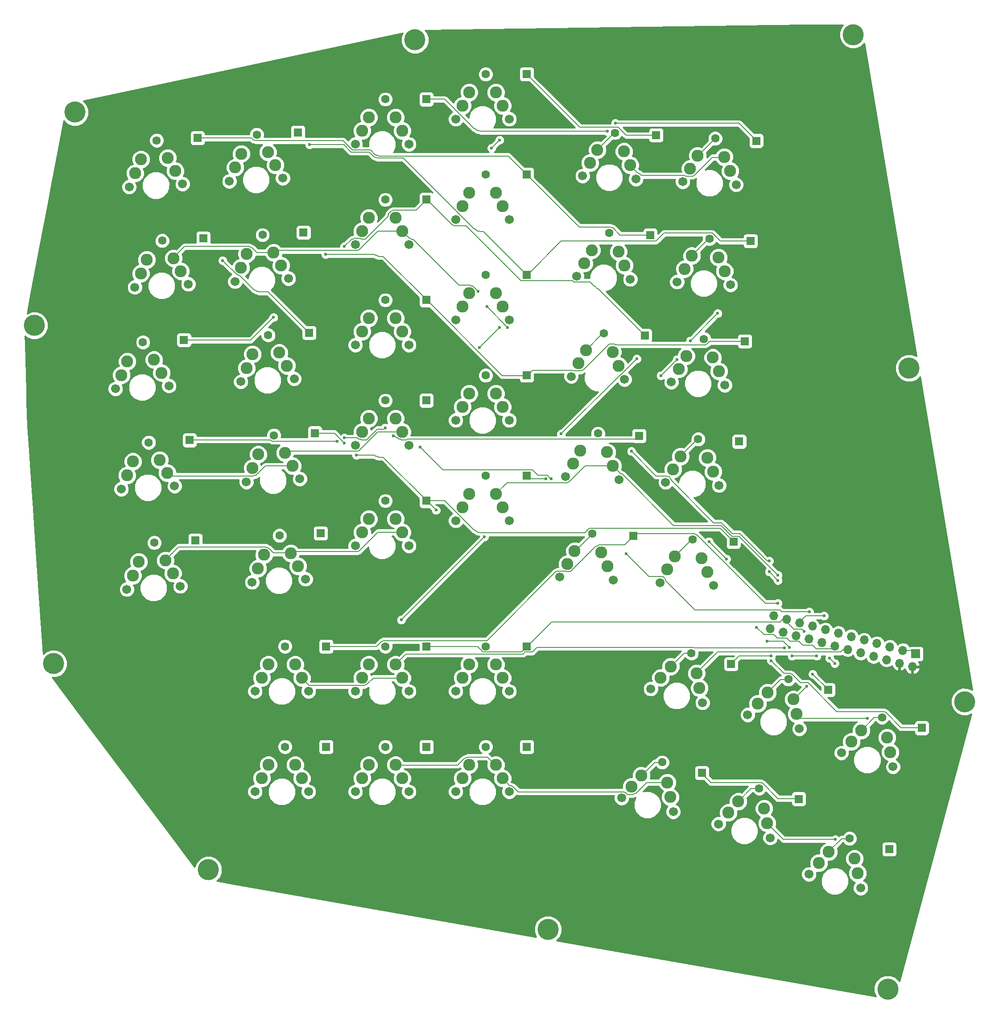
<source format=gbl>
G04 #@! TF.FileFunction,Copper,L2,Bot,Signal*
%FSLAX46Y46*%
G04 Gerber Fmt 4.6, Leading zero omitted, Abs format (unit mm)*
G04 Created by KiCad (PCBNEW 4.0.6+dfsg1-1) date Sat Mar 24 19:44:59 2018*
%MOMM*%
%LPD*%
G01*
G04 APERTURE LIST*
%ADD10C,0.100000*%
%ADD11R,1.700000X1.700000*%
%ADD12O,1.700000X1.700000*%
%ADD13C,2.286000*%
%ADD14C,1.701800*%
%ADD15R,1.600000X1.600000*%
%ADD16C,1.600000*%
%ADD17C,4.000000*%
%ADD18C,0.600000*%
%ADD19C,0.153000*%
%ADD20C,0.254000*%
G04 APERTURE END LIST*
D10*
D11*
X194839638Y-145000000D03*
D12*
X194182238Y-147453452D03*
X192386186Y-144342600D03*
X191728786Y-146796051D03*
X189932735Y-143685199D03*
X189275334Y-146138651D03*
X187479283Y-143027799D03*
X186821883Y-145481250D03*
X185025832Y-142370399D03*
X184368431Y-144823850D03*
X182572380Y-141712998D03*
X181914980Y-144166450D03*
X180118928Y-141055598D03*
X179461528Y-143509049D03*
X177665477Y-140398197D03*
X177008076Y-142851649D03*
X175212025Y-139740797D03*
X174554625Y-142194249D03*
X172758574Y-139083397D03*
X172101173Y-141536848D03*
X170305122Y-138425996D03*
X169647722Y-140879448D03*
X167851670Y-137768596D03*
X167194270Y-140222047D03*
D13*
X53897881Y-69912655D03*
X47702094Y-72808569D03*
D14*
X46578136Y-75416483D03*
X56721796Y-74840485D03*
D13*
X55309839Y-72376570D03*
X48826052Y-70200654D03*
D15*
X59578110Y-66139558D03*
D16*
X51790654Y-66581762D03*
D13*
X73997240Y-87852019D03*
X67801453Y-90747933D03*
D14*
X66677495Y-93355847D03*
X76821155Y-92779849D03*
D13*
X75409198Y-90315934D03*
X68925411Y-88140018D03*
D15*
X79677469Y-84078922D03*
D16*
X71890013Y-84521126D03*
D13*
X115104638Y-38445000D03*
X108754638Y-40985000D03*
D14*
X107484638Y-43525000D03*
X117644638Y-43525000D03*
D13*
X116374638Y-40985000D03*
X110024638Y-38445000D03*
D15*
X120989638Y-35000000D03*
D16*
X113189638Y-35000000D03*
D13*
X76157235Y-125890742D03*
X69961448Y-128786656D03*
D14*
X68837490Y-131394570D03*
X78981150Y-130818572D03*
D13*
X77569193Y-128354657D03*
X71085406Y-126178741D03*
D15*
X81837465Y-122117645D03*
D16*
X74050009Y-122559849D03*
D13*
X139461306Y-49666445D03*
X132977519Y-51842361D03*
D14*
X131565562Y-54306276D03*
X141709222Y-54882274D03*
D13*
X140585264Y-52274360D03*
X134389477Y-49378446D03*
D15*
X145532148Y-46560623D03*
D16*
X137744692Y-46118419D03*
D13*
X155240674Y-107804527D03*
X148756887Y-109980443D03*
D14*
X147344930Y-112444358D03*
X157488590Y-113020356D03*
D13*
X156364632Y-110412442D03*
X150168845Y-107516528D03*
D15*
X161311517Y-104698705D03*
D16*
X153524061Y-104256501D03*
D13*
X96054638Y-166080000D03*
X89704638Y-168620000D03*
D14*
X88434638Y-171160000D03*
X98594638Y-171160000D03*
D13*
X97324638Y-168620000D03*
X90974638Y-166080000D03*
D15*
X101939638Y-162635000D03*
D16*
X94139638Y-162635000D03*
D13*
X52817884Y-50893294D03*
X46622097Y-53789208D03*
D14*
X45498139Y-56397122D03*
X55641799Y-55821124D03*
D13*
X54229842Y-53357209D03*
X47746055Y-51181293D03*
D15*
X58498113Y-47120197D03*
D16*
X50710657Y-47562401D03*
D13*
X75077238Y-106871380D03*
X68881451Y-109767294D03*
D14*
X67757493Y-112375208D03*
X77901153Y-111799210D03*
D13*
X76489196Y-109335295D03*
X70005409Y-107159379D03*
D15*
X80757467Y-103098283D03*
D16*
X72970011Y-103540487D03*
D13*
X115104638Y-57495000D03*
X108754638Y-60035000D03*
D14*
X107484638Y-62575000D03*
X117644638Y-62575000D03*
D13*
X116374638Y-60035000D03*
X110024638Y-57495000D03*
D15*
X120989638Y-54050000D03*
D16*
X113189638Y-54050000D03*
D13*
X96054638Y-119407500D03*
X89704638Y-121947500D03*
D14*
X88434638Y-124487500D03*
X98594638Y-124487500D03*
D13*
X97324638Y-121947500D03*
X90974638Y-119407500D03*
D15*
X101939638Y-115962500D03*
D16*
X94139638Y-115962500D03*
D13*
X138381308Y-68685807D03*
X131897521Y-70861723D03*
D14*
X130485564Y-73325638D03*
X140629224Y-73901636D03*
D13*
X139505266Y-71293722D03*
X133309479Y-68397808D03*
D15*
X144452150Y-65579985D03*
D16*
X136664694Y-65137781D03*
D13*
X154160677Y-126823888D03*
X147676890Y-128999804D03*
D14*
X146264933Y-131463719D03*
X156408593Y-132039717D03*
D13*
X155284635Y-129431803D03*
X149088848Y-126535889D03*
D15*
X160231519Y-123718066D03*
D16*
X152444063Y-123275862D03*
D13*
X115104638Y-166080000D03*
X108754638Y-168620000D03*
D14*
X107484638Y-171160000D03*
X117644638Y-171160000D03*
D13*
X116374638Y-168620000D03*
X110024638Y-166080000D03*
D15*
X120989638Y-162635000D03*
D16*
X113189638Y-162635000D03*
D13*
X71837245Y-49813296D03*
X65641458Y-52709210D03*
D14*
X64517500Y-55317124D03*
X74661160Y-54741126D03*
D13*
X73249203Y-52277211D03*
X66765416Y-50101295D03*
D15*
X77517474Y-46040199D03*
D16*
X69730018Y-46482403D03*
D13*
X96054638Y-100357500D03*
X89704638Y-102897500D03*
D14*
X88434638Y-105437500D03*
X98594638Y-105437500D03*
D13*
X97324638Y-102897500D03*
X90974638Y-100357500D03*
D15*
X101939638Y-96912500D03*
D16*
X94139638Y-96912500D03*
D13*
X115104638Y-76545000D03*
X108754638Y-79085000D03*
D14*
X107484638Y-81625000D03*
X117644638Y-81625000D03*
D13*
X116374638Y-79085000D03*
X110024638Y-76545000D03*
D15*
X120989638Y-73100000D03*
D16*
X113189638Y-73100000D03*
D13*
X96054638Y-147030000D03*
X89704638Y-149570000D03*
D14*
X88434638Y-152110000D03*
X98594638Y-152110000D03*
D13*
X97324638Y-149570000D03*
X90974638Y-147030000D03*
D15*
X101939638Y-143585000D03*
D16*
X94139638Y-143585000D03*
D13*
X157400669Y-69765804D03*
X150916882Y-71941720D03*
D14*
X149504925Y-74405635D03*
X159648585Y-74981633D03*
D13*
X158524627Y-72373719D03*
X152328840Y-69477805D03*
D15*
X163471512Y-66659982D03*
D16*
X155684056Y-66217778D03*
D13*
X171600170Y-153629122D03*
X164809141Y-154439073D03*
D14*
X162925015Y-156563824D03*
X172738821Y-159193426D03*
D13*
X172169496Y-156411274D03*
X166693267Y-152314321D03*
D15*
X178176275Y-151824658D03*
D16*
X170642053Y-149805870D03*
D13*
X115104638Y-147030000D03*
X108754638Y-149570000D03*
D14*
X107484638Y-152110000D03*
X117644638Y-152110000D03*
D13*
X116374638Y-149570000D03*
X110024638Y-147030000D03*
D15*
X120989638Y-143585000D03*
D16*
X113189638Y-143585000D03*
D13*
X72917242Y-68832658D03*
X66721455Y-71728572D03*
D14*
X65597497Y-74336486D03*
X75741157Y-73760488D03*
D13*
X74329200Y-71296573D03*
X67845413Y-69120657D03*
D15*
X78597472Y-65059561D03*
D16*
X70810016Y-65501765D03*
D13*
X96054638Y-81307500D03*
X89704638Y-83847500D03*
D14*
X88434638Y-86387500D03*
X98594638Y-86387500D03*
D13*
X97324638Y-83847500D03*
X90974638Y-81307500D03*
D15*
X101939638Y-77862500D03*
D16*
X94139638Y-77862500D03*
D13*
X115104638Y-95595000D03*
X108754638Y-98135000D03*
D14*
X107484638Y-100675000D03*
X117644638Y-100675000D03*
D13*
X116374638Y-98135000D03*
X110024638Y-95595000D03*
D15*
X120989638Y-92150000D03*
D16*
X113189638Y-92150000D03*
D13*
X77004638Y-147030000D03*
X70654638Y-149570000D03*
D14*
X69384638Y-152110000D03*
X79544638Y-152110000D03*
D13*
X78274638Y-149570000D03*
X71924638Y-147030000D03*
D15*
X82889638Y-143585000D03*
D16*
X75089638Y-143585000D03*
D13*
X156320672Y-88785166D03*
X149836885Y-90961082D03*
D14*
X148424928Y-93424997D03*
X158568588Y-94000995D03*
D13*
X157444630Y-91393081D03*
X151248843Y-88497167D03*
D15*
X162391514Y-85679343D03*
D16*
X154604058Y-85237139D03*
D13*
X189384744Y-160859736D03*
X182593715Y-161669687D03*
D14*
X180709589Y-163794438D03*
X190523395Y-166424040D03*
D13*
X189954070Y-163641888D03*
X184477841Y-159544935D03*
D15*
X195960850Y-159055271D03*
D16*
X188426628Y-157036483D03*
D13*
X135141315Y-125743891D03*
X128657528Y-127919807D03*
D14*
X127245571Y-130383722D03*
X137389231Y-130959720D03*
D13*
X136265273Y-128351806D03*
X130069486Y-125455892D03*
D15*
X141212158Y-122638068D03*
D16*
X133424702Y-122195864D03*
D13*
X96054638Y-62257500D03*
X89704638Y-64797500D03*
D14*
X88434638Y-67337500D03*
X98594638Y-67337500D03*
D13*
X97324638Y-64797500D03*
X90974638Y-62257500D03*
D15*
X101939638Y-58812500D03*
D16*
X94139638Y-58812500D03*
D13*
X50223038Y-89202016D03*
X44027251Y-92097930D03*
D14*
X42903293Y-94705844D03*
X53046953Y-94129846D03*
D13*
X51634996Y-91665931D03*
X45151209Y-89490015D03*
D15*
X55903268Y-85428919D03*
D16*
X48115812Y-85871123D03*
D13*
X115104638Y-114645000D03*
X108754638Y-117185000D03*
D14*
X107484638Y-119725000D03*
X117644638Y-119725000D03*
D13*
X116374638Y-117185000D03*
X110024638Y-114645000D03*
D15*
X120989638Y-111200000D03*
D16*
X113189638Y-111200000D03*
D13*
X77004638Y-166080000D03*
X70654638Y-168620000D03*
D14*
X69384638Y-171160000D03*
X79544638Y-171160000D03*
D13*
X78274638Y-168620000D03*
X71924638Y-166080000D03*
D15*
X82889638Y-162635000D03*
D16*
X75089638Y-162635000D03*
D13*
X137301310Y-87705168D03*
X130817523Y-89881084D03*
D14*
X129405566Y-92344999D03*
X139549226Y-92920997D03*
D13*
X138425268Y-90313083D03*
X132229481Y-87417169D03*
D15*
X143372153Y-84599346D03*
D16*
X135584697Y-84157142D03*
D13*
X183221615Y-183860845D03*
X176430586Y-184670796D03*
D14*
X174546460Y-186795547D03*
X184360266Y-189425149D03*
D13*
X183790941Y-186642997D03*
X178314712Y-182546044D03*
D15*
X189797721Y-182056380D03*
D16*
X182263499Y-180037592D03*
D13*
X153199283Y-148698619D03*
X146408254Y-149508570D03*
D14*
X144524128Y-151633321D03*
X154337934Y-154262923D03*
D13*
X153768609Y-151480771D03*
X148292380Y-147383818D03*
D15*
X159775389Y-146894155D03*
D16*
X152241167Y-144875367D03*
D13*
X96054638Y-43207500D03*
X89704638Y-45747500D03*
D14*
X88434638Y-48287500D03*
X98594638Y-48287500D03*
D13*
X97324638Y-45747500D03*
X90974638Y-43207500D03*
D15*
X101939638Y-39762500D03*
D16*
X94139638Y-39762500D03*
D13*
X51303036Y-108221377D03*
X45107249Y-111117291D03*
D14*
X43983291Y-113725205D03*
X54126951Y-113149207D03*
D13*
X52714994Y-110685292D03*
X46231207Y-108509376D03*
D15*
X56983265Y-104448280D03*
D16*
X49195809Y-104890484D03*
D13*
X136221313Y-106724529D03*
X129737526Y-108900445D03*
D14*
X128325569Y-111364360D03*
X138469229Y-111940358D03*
D13*
X137345271Y-109332444D03*
X131149484Y-106436530D03*
D15*
X142292155Y-103618707D03*
D16*
X134504699Y-103176503D03*
D13*
X52383034Y-127240739D03*
X46187247Y-130136653D03*
D14*
X45063289Y-132744567D03*
X55206949Y-132168569D03*
D13*
X53794992Y-129704654D03*
X47311205Y-127528738D03*
D15*
X58063263Y-123467642D03*
D16*
X50275807Y-123909846D03*
D13*
X158480667Y-50746443D03*
X151996880Y-52922359D03*
D14*
X150584923Y-55386274D03*
X160728583Y-55962272D03*
D13*
X159604625Y-53354358D03*
X153408838Y-50458444D03*
D15*
X164551509Y-47640621D03*
D16*
X156764053Y-47198417D03*
D13*
X166053354Y-174330120D03*
X159262325Y-175140071D03*
D14*
X157378199Y-177264822D03*
X167192005Y-179894424D03*
D13*
X166622680Y-177112272D03*
X161146451Y-173015319D03*
D15*
X172629460Y-172525656D03*
D16*
X165095238Y-170506868D03*
D13*
X147652467Y-169399617D03*
X140861438Y-170209568D03*
D14*
X138977312Y-172334319D03*
X148791118Y-174963921D03*
D13*
X148221793Y-172181769D03*
X142745564Y-168084816D03*
D15*
X154228573Y-167595153D03*
D16*
X146694351Y-165576365D03*
D17*
X99760326Y-28503555D03*
X35210184Y-42214144D03*
X27499136Y-82689670D03*
X31142914Y-146852355D03*
X60534320Y-185976609D03*
X125025143Y-197292479D03*
X189515965Y-208608349D03*
X204128012Y-154075449D03*
X193542108Y-90787725D03*
X182956204Y-27500000D03*
D18*
X170815000Y-143764000D03*
X166624000Y-142621000D03*
X158877000Y-127000000D03*
X155575000Y-123698000D03*
X146431000Y-92202000D03*
X149479000Y-89154000D03*
X152019000Y-85598000D03*
X157226000Y-80391000D03*
X137795000Y-44323000D03*
X136271000Y-45847000D03*
X95631000Y-103632000D03*
X94107000Y-102108000D03*
X86360000Y-104013000D03*
X84963000Y-104648000D03*
X79756000Y-48387000D03*
X112014000Y-86868000D03*
X115824000Y-83058000D03*
X173609000Y-140716000D03*
X175260000Y-148844000D03*
X168656000Y-135382000D03*
X167386000Y-146304000D03*
X82804000Y-69215000D03*
X114300000Y-49022000D03*
X115824000Y-47498000D03*
X63246000Y-70358000D03*
X164592000Y-139954000D03*
X174117000Y-151130000D03*
X179578000Y-180213000D03*
X185674000Y-157226000D03*
X103759000Y-117729000D03*
X88646000Y-107315000D03*
X86360000Y-105029000D03*
X168656000Y-130048000D03*
X169926000Y-143891000D03*
X171323000Y-145415000D03*
X176022000Y-145415000D03*
X111760000Y-76200000D03*
X113411000Y-79121000D03*
X117348000Y-83058000D03*
X140843000Y-106553000D03*
X167005000Y-127381000D03*
X167005000Y-129413000D03*
X168656000Y-131064000D03*
X100711000Y-105791000D03*
X125603000Y-111760000D03*
X139827000Y-125984000D03*
X174625000Y-137033000D03*
X112903000Y-122809000D03*
X97155000Y-138557000D03*
X124587000Y-111760000D03*
X86360000Y-67691000D03*
X72898000Y-81153000D03*
X141859000Y-89027000D03*
X127508000Y-103251000D03*
X177419000Y-137795000D03*
X178435000Y-145796000D03*
X179451000Y-146812000D03*
X167386000Y-145415000D03*
D19*
X194839638Y-145000000D02*
X194818000Y-145034000D01*
X194818000Y-145034000D02*
X194183000Y-144399000D01*
X194183000Y-144399000D02*
X192405000Y-144399000D01*
X192405000Y-144399000D02*
X192386186Y-144342600D01*
X170815000Y-143764000D02*
X169672000Y-142621000D01*
X169672000Y-142621000D02*
X166624000Y-142621000D01*
X158877000Y-127000000D02*
X155575000Y-123698000D01*
X146431000Y-92202000D02*
X149479000Y-89154000D01*
X152019000Y-85598000D02*
X157226000Y-80391000D01*
X164551509Y-47640621D02*
X164592000Y-47625000D01*
X164592000Y-47625000D02*
X161290000Y-44323000D01*
X161290000Y-44323000D02*
X137795000Y-44323000D01*
X136271000Y-45847000D02*
X112141000Y-45847000D01*
X112141000Y-45847000D02*
X112014000Y-45720000D01*
X112014000Y-45720000D02*
X111633000Y-45720000D01*
X111633000Y-45720000D02*
X111506000Y-45593000D01*
X111506000Y-45593000D02*
X111379000Y-45593000D01*
X111379000Y-45593000D02*
X111125000Y-45339000D01*
X111125000Y-45339000D02*
X110998000Y-45339000D01*
X110998000Y-45339000D02*
X105410000Y-39751000D01*
X105410000Y-39751000D02*
X101981000Y-39751000D01*
X101981000Y-39751000D02*
X101939638Y-39762500D01*
X142292155Y-103618707D02*
X142240000Y-103632000D01*
X142240000Y-103632000D02*
X141605000Y-104267000D01*
X141605000Y-104267000D02*
X98298000Y-104267000D01*
X98298000Y-104267000D02*
X98171000Y-104394000D01*
X98171000Y-104394000D02*
X97155000Y-104394000D01*
X97155000Y-104394000D02*
X97028000Y-104267000D01*
X97028000Y-104267000D02*
X96647000Y-104267000D01*
X96647000Y-104267000D02*
X96393000Y-104013000D01*
X96393000Y-104013000D02*
X96266000Y-104013000D01*
X96266000Y-104013000D02*
X95885000Y-103632000D01*
X95885000Y-103632000D02*
X95631000Y-103632000D01*
X94107000Y-102108000D02*
X93853000Y-102362000D01*
X93853000Y-102362000D02*
X92583000Y-102362000D01*
X92583000Y-102362000D02*
X90551000Y-104394000D01*
X90551000Y-104394000D02*
X89535000Y-104394000D01*
X89535000Y-104394000D02*
X89408000Y-104267000D01*
X89408000Y-104267000D02*
X89027000Y-104267000D01*
X89027000Y-104267000D02*
X88773000Y-104013000D01*
X88773000Y-104013000D02*
X86360000Y-104013000D01*
X84963000Y-104648000D02*
X72644000Y-104648000D01*
X72644000Y-104648000D02*
X72517000Y-104521000D01*
X72517000Y-104521000D02*
X72390000Y-104521000D01*
X72390000Y-104521000D02*
X72263000Y-104394000D01*
X72263000Y-104394000D02*
X57023000Y-104394000D01*
X57023000Y-104394000D02*
X56983265Y-104448280D01*
X154228573Y-167595153D02*
X154178000Y-167640000D01*
X154178000Y-167640000D02*
X155956000Y-169418000D01*
X155956000Y-169418000D02*
X165481000Y-169418000D01*
X165481000Y-169418000D02*
X165608000Y-169545000D01*
X165608000Y-169545000D02*
X165735000Y-169545000D01*
X165735000Y-169545000D02*
X168656000Y-172466000D01*
X168656000Y-172466000D02*
X172593000Y-172466000D01*
X172593000Y-172466000D02*
X172629460Y-172525656D01*
X120989638Y-73100000D02*
X121031000Y-73152000D01*
X121031000Y-73152000D02*
X112776000Y-64897000D01*
X112776000Y-64897000D02*
X112141000Y-64897000D01*
X112141000Y-64897000D02*
X112014000Y-64770000D01*
X112014000Y-64770000D02*
X111633000Y-64770000D01*
X111633000Y-64770000D02*
X111506000Y-64643000D01*
X111506000Y-64643000D02*
X111379000Y-64643000D01*
X111379000Y-64643000D02*
X111125000Y-64389000D01*
X111125000Y-64389000D02*
X110998000Y-64389000D01*
X110998000Y-64389000D02*
X97536000Y-50927000D01*
X97536000Y-50927000D02*
X92583000Y-50927000D01*
X92583000Y-50927000D02*
X92456000Y-50800000D01*
X92456000Y-50800000D02*
X92202000Y-50800000D01*
X92202000Y-50800000D02*
X92075000Y-50673000D01*
X92075000Y-50673000D02*
X91948000Y-50673000D01*
X91948000Y-50673000D02*
X91059000Y-49784000D01*
X91059000Y-49784000D02*
X87630000Y-49784000D01*
X87630000Y-49784000D02*
X86233000Y-48387000D01*
X86233000Y-48387000D02*
X79756000Y-48387000D01*
X112014000Y-86868000D02*
X115824000Y-83058000D01*
X120989638Y-143585000D02*
X121031000Y-143637000D01*
X121031000Y-143637000D02*
X125730000Y-138938000D01*
X125730000Y-138938000D02*
X169037000Y-138938000D01*
X169037000Y-138938000D02*
X169545000Y-138430000D01*
X169545000Y-138430000D02*
X170307000Y-138430000D01*
X170307000Y-138430000D02*
X170305122Y-138425996D01*
X120989638Y-73100000D02*
X121031000Y-73152000D01*
X121031000Y-73152000D02*
X127508000Y-66675000D01*
X127508000Y-66675000D02*
X145542000Y-66675000D01*
X145542000Y-66675000D02*
X147066000Y-65151000D01*
X147066000Y-65151000D02*
X156210000Y-65151000D01*
X156210000Y-65151000D02*
X157734000Y-66675000D01*
X157734000Y-66675000D02*
X163449000Y-66675000D01*
X163449000Y-66675000D02*
X163471512Y-66659982D01*
X170305122Y-138425996D02*
X170307000Y-138430000D01*
X170307000Y-138430000D02*
X170307000Y-138938000D01*
X170307000Y-138938000D02*
X171704000Y-140335000D01*
X171704000Y-140335000D02*
X173228000Y-140335000D01*
X173228000Y-140335000D02*
X173609000Y-140716000D01*
X175260000Y-148844000D02*
X178181000Y-151765000D01*
X178181000Y-151765000D02*
X178176275Y-151824658D01*
X120989638Y-143585000D02*
X121031000Y-143637000D01*
X121031000Y-143637000D02*
X120015000Y-144653000D01*
X120015000Y-144653000D02*
X112649000Y-144653000D01*
X112649000Y-144653000D02*
X111633000Y-143637000D01*
X111633000Y-143637000D02*
X101981000Y-143637000D01*
X101981000Y-143637000D02*
X101939638Y-143585000D01*
X153199283Y-148698619D02*
X153162000Y-148717000D01*
X153162000Y-148717000D02*
X157226000Y-144653000D01*
X157226000Y-144653000D02*
X180594000Y-144653000D01*
X180594000Y-144653000D02*
X181102000Y-144145000D01*
X181102000Y-144145000D02*
X181864000Y-144145000D01*
X181864000Y-144145000D02*
X181914980Y-144166450D01*
X116374638Y-168620000D02*
X116332000Y-168656000D01*
X116332000Y-168656000D02*
X117729000Y-170053000D01*
X117729000Y-170053000D02*
X118110000Y-170053000D01*
X118110000Y-170053000D02*
X118237000Y-170180000D01*
X118237000Y-170180000D02*
X118364000Y-170180000D01*
X118364000Y-170180000D02*
X119380000Y-171196000D01*
X119380000Y-171196000D02*
X139446000Y-171196000D01*
X139446000Y-171196000D02*
X139573000Y-171323000D01*
X139573000Y-171323000D02*
X139700000Y-171323000D01*
X139700000Y-171323000D02*
X140081000Y-171704000D01*
X140081000Y-171704000D02*
X141097000Y-171704000D01*
X141097000Y-171704000D02*
X141224000Y-171577000D01*
X141224000Y-171577000D02*
X141478000Y-171577000D01*
X141478000Y-171577000D02*
X141605000Y-171450000D01*
X141605000Y-171450000D02*
X141732000Y-171450000D01*
X141732000Y-171450000D02*
X143764000Y-169418000D01*
X143764000Y-169418000D02*
X147701000Y-169418000D01*
X147701000Y-169418000D02*
X147652467Y-169399617D01*
X115104638Y-166080000D02*
X115062000Y-166116000D01*
X115062000Y-166116000D02*
X113538000Y-164592000D01*
X113538000Y-164592000D02*
X109728000Y-164592000D01*
X109728000Y-164592000D02*
X109601000Y-164719000D01*
X109601000Y-164719000D02*
X109347000Y-164719000D01*
X109347000Y-164719000D02*
X109220000Y-164846000D01*
X109220000Y-164846000D02*
X109093000Y-164846000D01*
X109093000Y-164846000D02*
X107823000Y-166116000D01*
X107823000Y-166116000D02*
X96012000Y-166116000D01*
X96012000Y-166116000D02*
X96054638Y-166080000D01*
X141212158Y-122638068D02*
X141224000Y-122682000D01*
X141224000Y-122682000D02*
X139573000Y-124333000D01*
X139573000Y-124333000D02*
X134620000Y-124333000D01*
X134620000Y-124333000D02*
X134493000Y-124460000D01*
X134493000Y-124460000D02*
X134366000Y-124460000D01*
X134366000Y-124460000D02*
X134239000Y-124587000D01*
X134239000Y-124587000D02*
X134112000Y-124587000D01*
X134112000Y-124587000D02*
X129286000Y-129413000D01*
X129286000Y-129413000D02*
X128524000Y-129413000D01*
X128524000Y-129413000D02*
X128397000Y-129286000D01*
X128397000Y-129286000D02*
X126746000Y-129286000D01*
X126746000Y-129286000D02*
X126619000Y-129413000D01*
X126619000Y-129413000D02*
X126492000Y-129413000D01*
X126492000Y-129413000D02*
X113411000Y-142494000D01*
X113411000Y-142494000D02*
X93726000Y-142494000D01*
X93726000Y-142494000D02*
X93599000Y-142621000D01*
X93599000Y-142621000D02*
X93472000Y-142621000D01*
X93472000Y-142621000D02*
X92456000Y-143637000D01*
X92456000Y-143637000D02*
X82931000Y-143637000D01*
X82931000Y-143637000D02*
X82889638Y-143585000D01*
X141212158Y-122638068D02*
X141224000Y-122682000D01*
X141224000Y-122682000D02*
X141732000Y-122174000D01*
X141732000Y-122174000D02*
X152781000Y-122174000D01*
X152781000Y-122174000D02*
X152908000Y-122301000D01*
X152908000Y-122301000D02*
X153035000Y-122301000D01*
X153035000Y-122301000D02*
X153162000Y-122428000D01*
X153162000Y-122428000D02*
X153289000Y-122428000D01*
X153289000Y-122428000D02*
X166243000Y-135382000D01*
X166243000Y-135382000D02*
X168656000Y-135382000D01*
X167386000Y-146304000D02*
X169799000Y-148717000D01*
X169799000Y-148717000D02*
X171069000Y-148717000D01*
X171069000Y-148717000D02*
X171196000Y-148844000D01*
X171196000Y-148844000D02*
X171323000Y-148844000D01*
X171323000Y-148844000D02*
X172974000Y-150495000D01*
X172974000Y-150495000D02*
X174371000Y-150495000D01*
X174371000Y-150495000D02*
X179832000Y-155956000D01*
X179832000Y-155956000D02*
X188849000Y-155956000D01*
X188849000Y-155956000D02*
X188976000Y-156083000D01*
X188976000Y-156083000D02*
X189103000Y-156083000D01*
X189103000Y-156083000D02*
X192024000Y-159004000D01*
X192024000Y-159004000D02*
X195961000Y-159004000D01*
X195961000Y-159004000D02*
X195960850Y-159055271D01*
X101939638Y-77862500D02*
X101981000Y-77851000D01*
X101981000Y-77851000D02*
X116332000Y-92202000D01*
X116332000Y-92202000D02*
X121031000Y-92202000D01*
X121031000Y-92202000D02*
X120989638Y-92150000D01*
X101939638Y-77862500D02*
X101981000Y-77851000D01*
X101981000Y-77851000D02*
X93726000Y-69596000D01*
X93726000Y-69596000D02*
X92837000Y-69596000D01*
X92837000Y-69596000D02*
X92710000Y-69469000D01*
X92710000Y-69469000D02*
X92456000Y-69469000D01*
X92456000Y-69469000D02*
X92329000Y-69342000D01*
X92329000Y-69342000D02*
X92202000Y-69342000D01*
X92202000Y-69342000D02*
X92075000Y-69215000D01*
X92075000Y-69215000D02*
X82804000Y-69215000D01*
X120989638Y-92150000D02*
X121031000Y-92202000D01*
X121031000Y-92202000D02*
X122047000Y-91186000D01*
X122047000Y-91186000D02*
X129794000Y-91186000D01*
X129794000Y-91186000D02*
X129921000Y-91313000D01*
X129921000Y-91313000D02*
X131318000Y-91313000D01*
X131318000Y-91313000D02*
X131445000Y-91186000D01*
X131445000Y-91186000D02*
X131572000Y-91186000D01*
X131572000Y-91186000D02*
X131699000Y-91059000D01*
X131699000Y-91059000D02*
X131826000Y-91059000D01*
X131826000Y-91059000D02*
X136652000Y-86233000D01*
X136652000Y-86233000D02*
X137668000Y-86233000D01*
X137668000Y-86233000D02*
X137795000Y-86360000D01*
X137795000Y-86360000D02*
X154940000Y-86360000D01*
X154940000Y-86360000D02*
X155067000Y-86233000D01*
X155067000Y-86233000D02*
X155194000Y-86233000D01*
X155194000Y-86233000D02*
X155702000Y-85725000D01*
X155702000Y-85725000D02*
X162433000Y-85725000D01*
X162433000Y-85725000D02*
X162391514Y-85679343D01*
X140585264Y-52274360D02*
X140589000Y-52324000D01*
X140589000Y-52324000D02*
X141986000Y-53721000D01*
X141986000Y-53721000D02*
X142113000Y-53721000D01*
X142113000Y-53721000D02*
X142240000Y-53848000D01*
X142240000Y-53848000D02*
X142367000Y-53848000D01*
X142367000Y-53848000D02*
X142748000Y-54229000D01*
X142748000Y-54229000D02*
X151003000Y-54229000D01*
X151003000Y-54229000D02*
X151130000Y-54356000D01*
X151130000Y-54356000D02*
X152527000Y-54356000D01*
X152527000Y-54356000D02*
X152654000Y-54229000D01*
X152654000Y-54229000D02*
X152781000Y-54229000D01*
X152781000Y-54229000D02*
X156210000Y-50800000D01*
X156210000Y-50800000D02*
X158496000Y-50800000D01*
X158496000Y-50800000D02*
X158480667Y-50746443D01*
X114300000Y-49022000D02*
X115824000Y-47498000D01*
X79677469Y-84078922D02*
X79629000Y-84074000D01*
X79629000Y-84074000D02*
X71882000Y-76327000D01*
X71882000Y-76327000D02*
X70104000Y-76327000D01*
X70104000Y-76327000D02*
X69977000Y-76200000D01*
X69977000Y-76200000D02*
X69723000Y-76200000D01*
X69723000Y-76200000D02*
X69596000Y-76073000D01*
X69596000Y-76073000D02*
X69469000Y-76073000D01*
X69469000Y-76073000D02*
X69342000Y-75946000D01*
X69342000Y-75946000D02*
X69215000Y-75946000D01*
X69215000Y-75946000D02*
X66421000Y-73152000D01*
X66421000Y-73152000D02*
X66167000Y-73152000D01*
X66167000Y-73152000D02*
X66040000Y-73025000D01*
X66040000Y-73025000D02*
X65913000Y-73025000D01*
X65913000Y-73025000D02*
X63246000Y-70358000D01*
X120989638Y-35000000D02*
X121031000Y-35052000D01*
X121031000Y-35052000D02*
X131064000Y-45085000D01*
X131064000Y-45085000D02*
X138303000Y-45085000D01*
X138303000Y-45085000D02*
X139827000Y-46609000D01*
X139827000Y-46609000D02*
X145542000Y-46609000D01*
X145542000Y-46609000D02*
X145532148Y-46560623D01*
X179461528Y-143509049D02*
X179451000Y-143510000D01*
X179451000Y-143510000D02*
X178943000Y-144018000D01*
X178943000Y-144018000D02*
X175895000Y-144018000D01*
X175895000Y-144018000D02*
X175260000Y-143383000D01*
X175260000Y-143383000D02*
X173355000Y-143383000D01*
X173355000Y-143383000D02*
X172593000Y-142621000D01*
X172593000Y-142621000D02*
X170942000Y-142621000D01*
X170942000Y-142621000D02*
X170307000Y-141986000D01*
X170307000Y-141986000D02*
X168529000Y-141986000D01*
X168529000Y-141986000D02*
X167894000Y-141351000D01*
X167894000Y-141351000D02*
X165989000Y-141351000D01*
X165989000Y-141351000D02*
X164592000Y-139954000D01*
X171600170Y-153629122D02*
X171577000Y-153670000D01*
X171577000Y-153670000D02*
X174117000Y-151130000D01*
X166622680Y-177112272D02*
X166624000Y-177165000D01*
X166624000Y-177165000D02*
X169672000Y-180213000D01*
X169672000Y-180213000D02*
X179578000Y-180213000D01*
X172169496Y-156411274D02*
X172212000Y-156464000D01*
X172212000Y-156464000D02*
X172974000Y-157226000D01*
X172974000Y-157226000D02*
X185674000Y-157226000D01*
X101939638Y-115962500D02*
X101981000Y-115951000D01*
X101981000Y-115951000D02*
X103759000Y-117729000D01*
X120989638Y-54050000D02*
X121031000Y-54102000D01*
X121031000Y-54102000D02*
X117475000Y-50546000D01*
X117475000Y-50546000D02*
X92837000Y-50546000D01*
X92837000Y-50546000D02*
X92710000Y-50419000D01*
X92710000Y-50419000D02*
X92456000Y-50419000D01*
X92456000Y-50419000D02*
X92329000Y-50292000D01*
X92329000Y-50292000D02*
X92202000Y-50292000D01*
X92202000Y-50292000D02*
X91313000Y-49403000D01*
X91313000Y-49403000D02*
X87884000Y-49403000D01*
X87884000Y-49403000D02*
X86106000Y-47625000D01*
X86106000Y-47625000D02*
X69469000Y-47625000D01*
X69469000Y-47625000D02*
X69342000Y-47498000D01*
X69342000Y-47498000D02*
X69088000Y-47498000D01*
X69088000Y-47498000D02*
X68707000Y-47117000D01*
X68707000Y-47117000D02*
X58547000Y-47117000D01*
X58547000Y-47117000D02*
X58498113Y-47120197D01*
X160231519Y-123718066D02*
X160274000Y-123698000D01*
X160274000Y-123698000D02*
X157734000Y-121158000D01*
X157734000Y-121158000D02*
X132842000Y-121158000D01*
X132842000Y-121158000D02*
X131953000Y-122047000D01*
X131953000Y-122047000D02*
X112141000Y-122047000D01*
X112141000Y-122047000D02*
X112014000Y-121920000D01*
X112014000Y-121920000D02*
X111633000Y-121920000D01*
X111633000Y-121920000D02*
X111506000Y-121793000D01*
X111506000Y-121793000D02*
X111379000Y-121793000D01*
X111379000Y-121793000D02*
X111125000Y-121539000D01*
X111125000Y-121539000D02*
X110998000Y-121539000D01*
X110998000Y-121539000D02*
X105410000Y-115951000D01*
X105410000Y-115951000D02*
X101981000Y-115951000D01*
X101981000Y-115951000D02*
X101939638Y-115962500D01*
X101939638Y-115962500D02*
X101981000Y-115951000D01*
X101981000Y-115951000D02*
X93726000Y-107696000D01*
X93726000Y-107696000D02*
X92837000Y-107696000D01*
X92837000Y-107696000D02*
X92710000Y-107569000D01*
X92710000Y-107569000D02*
X92456000Y-107569000D01*
X92456000Y-107569000D02*
X92329000Y-107442000D01*
X92329000Y-107442000D02*
X92202000Y-107442000D01*
X92202000Y-107442000D02*
X92075000Y-107315000D01*
X92075000Y-107315000D02*
X88646000Y-107315000D01*
X86360000Y-105029000D02*
X84455000Y-103124000D01*
X84455000Y-103124000D02*
X80772000Y-103124000D01*
X80772000Y-103124000D02*
X80757467Y-103098283D01*
X120989638Y-54050000D02*
X121031000Y-54102000D01*
X121031000Y-54102000D02*
X130937000Y-64008000D01*
X130937000Y-64008000D02*
X136906000Y-64008000D01*
X136906000Y-64008000D02*
X137033000Y-64135000D01*
X137033000Y-64135000D02*
X137287000Y-64135000D01*
X137287000Y-64135000D02*
X138684000Y-65532000D01*
X138684000Y-65532000D02*
X144399000Y-65532000D01*
X144399000Y-65532000D02*
X144452150Y-65579985D01*
X137345271Y-109332444D02*
X137287000Y-109347000D01*
X137287000Y-109347000D02*
X138811000Y-110871000D01*
X138811000Y-110871000D02*
X139065000Y-110871000D01*
X139065000Y-110871000D02*
X148844000Y-120650000D01*
X148844000Y-120650000D02*
X157861000Y-120650000D01*
X157861000Y-120650000D02*
X159893000Y-122682000D01*
X159893000Y-122682000D02*
X161290000Y-122682000D01*
X161290000Y-122682000D02*
X168656000Y-130048000D01*
X115104638Y-114645000D02*
X115062000Y-114681000D01*
X115062000Y-114681000D02*
X117221000Y-112522000D01*
X117221000Y-112522000D02*
X128651000Y-112522000D01*
X128651000Y-112522000D02*
X128778000Y-112395000D01*
X128778000Y-112395000D02*
X129032000Y-112395000D01*
X129032000Y-112395000D02*
X132080000Y-109347000D01*
X132080000Y-109347000D02*
X137287000Y-109347000D01*
X137287000Y-109347000D02*
X137345271Y-109332444D01*
X96054638Y-147030000D02*
X96012000Y-147066000D01*
X96012000Y-147066000D02*
X98044000Y-145034000D01*
X98044000Y-145034000D02*
X120269000Y-145034000D01*
X120269000Y-145034000D02*
X120650000Y-144653000D01*
X120650000Y-144653000D02*
X122047000Y-144653000D01*
X122047000Y-144653000D02*
X122936000Y-143764000D01*
X122936000Y-143764000D02*
X152654000Y-143764000D01*
X152654000Y-143764000D02*
X152781000Y-143891000D01*
X152781000Y-143891000D02*
X169926000Y-143891000D01*
X171323000Y-145415000D02*
X176022000Y-145415000D01*
X76157235Y-125890742D02*
X76200000Y-125857000D01*
X76200000Y-125857000D02*
X76454000Y-125603000D01*
X76454000Y-125603000D02*
X88900000Y-125603000D01*
X88900000Y-125603000D02*
X89027000Y-125476000D01*
X89027000Y-125476000D02*
X89154000Y-125476000D01*
X89154000Y-125476000D02*
X92710000Y-121920000D01*
X92710000Y-121920000D02*
X97282000Y-121920000D01*
X97282000Y-121920000D02*
X97324638Y-121947500D01*
X52383034Y-127240739D02*
X52324000Y-127254000D01*
X52324000Y-127254000D02*
X54864000Y-124714000D01*
X54864000Y-124714000D02*
X71501000Y-124714000D01*
X71501000Y-124714000D02*
X71628000Y-124841000D01*
X71628000Y-124841000D02*
X71755000Y-124841000D01*
X71755000Y-124841000D02*
X71882000Y-124968000D01*
X71882000Y-124968000D02*
X72009000Y-124968000D01*
X72009000Y-124968000D02*
X72898000Y-125857000D01*
X72898000Y-125857000D02*
X76200000Y-125857000D01*
X76200000Y-125857000D02*
X76157235Y-125890742D01*
X78274638Y-149570000D02*
X78232000Y-149606000D01*
X78232000Y-149606000D02*
X79629000Y-151003000D01*
X79629000Y-151003000D02*
X90170000Y-151003000D01*
X90170000Y-151003000D02*
X90297000Y-150876000D01*
X90297000Y-150876000D02*
X90424000Y-150876000D01*
X90424000Y-150876000D02*
X90551000Y-150749000D01*
X90551000Y-150749000D02*
X90678000Y-150749000D01*
X90678000Y-150749000D02*
X91821000Y-149606000D01*
X91821000Y-149606000D02*
X97282000Y-149606000D01*
X97282000Y-149606000D02*
X97324638Y-149570000D01*
X97324638Y-64797500D02*
X97282000Y-64770000D01*
X97282000Y-64770000D02*
X98679000Y-66167000D01*
X98679000Y-66167000D02*
X98933000Y-66167000D01*
X98933000Y-66167000D02*
X99060000Y-66294000D01*
X99060000Y-66294000D02*
X99187000Y-66294000D01*
X99187000Y-66294000D02*
X99314000Y-66421000D01*
X99314000Y-66421000D02*
X99441000Y-66421000D01*
X99441000Y-66421000D02*
X108077000Y-75057000D01*
X108077000Y-75057000D02*
X110236000Y-75057000D01*
X110236000Y-75057000D02*
X110363000Y-75184000D01*
X110363000Y-75184000D02*
X110744000Y-75184000D01*
X110744000Y-75184000D02*
X111760000Y-76200000D01*
X113411000Y-79121000D02*
X117348000Y-83058000D01*
X140843000Y-106553000D02*
X145542000Y-111252000D01*
X145542000Y-111252000D02*
X147574000Y-111252000D01*
X147574000Y-111252000D02*
X147701000Y-111379000D01*
X147701000Y-111379000D02*
X147955000Y-111379000D01*
X147955000Y-111379000D02*
X148336000Y-111760000D01*
X148336000Y-111760000D02*
X148336000Y-111887000D01*
X148336000Y-111887000D02*
X148463000Y-112014000D01*
X148463000Y-112014000D02*
X148463000Y-112141000D01*
X148463000Y-112141000D02*
X156464000Y-120142000D01*
X156464000Y-120142000D02*
X157988000Y-120142000D01*
X157988000Y-120142000D02*
X160020000Y-122174000D01*
X160020000Y-122174000D02*
X161417000Y-122174000D01*
X161417000Y-122174000D02*
X166624000Y-127381000D01*
X166624000Y-127381000D02*
X167005000Y-127381000D01*
X167005000Y-129413000D02*
X168656000Y-131064000D01*
X72917242Y-68832658D02*
X72898000Y-68834000D01*
X72898000Y-68834000D02*
X73279000Y-68453000D01*
X73279000Y-68453000D02*
X88900000Y-68453000D01*
X88900000Y-68453000D02*
X89027000Y-68326000D01*
X89027000Y-68326000D02*
X89154000Y-68326000D01*
X89154000Y-68326000D02*
X92710000Y-64770000D01*
X92710000Y-64770000D02*
X97282000Y-64770000D01*
X97282000Y-64770000D02*
X97324638Y-64797500D01*
X53897881Y-69912655D02*
X53848000Y-69850000D01*
X53848000Y-69850000D02*
X56007000Y-67691000D01*
X56007000Y-67691000D02*
X68326000Y-67691000D01*
X68326000Y-67691000D02*
X68453000Y-67818000D01*
X68453000Y-67818000D02*
X68580000Y-67818000D01*
X68580000Y-67818000D02*
X68707000Y-67945000D01*
X68707000Y-67945000D02*
X68834000Y-67945000D01*
X68834000Y-67945000D02*
X69723000Y-68834000D01*
X69723000Y-68834000D02*
X72898000Y-68834000D01*
X72898000Y-68834000D02*
X72917242Y-68832658D01*
X100711000Y-105791000D02*
X105029000Y-110109000D01*
X105029000Y-110109000D02*
X122047000Y-110109000D01*
X122047000Y-110109000D02*
X123063000Y-111125000D01*
X123063000Y-111125000D02*
X124841000Y-111125000D01*
X124841000Y-111125000D02*
X125476000Y-111760000D01*
X125476000Y-111760000D02*
X125603000Y-111760000D01*
X139827000Y-125984000D02*
X144145000Y-130302000D01*
X144145000Y-130302000D02*
X146685000Y-130302000D01*
X146685000Y-130302000D02*
X146812000Y-130429000D01*
X146812000Y-130429000D02*
X146939000Y-130429000D01*
X146939000Y-130429000D02*
X147320000Y-130810000D01*
X147320000Y-130810000D02*
X147320000Y-131064000D01*
X147320000Y-131064000D02*
X152908000Y-136652000D01*
X152908000Y-136652000D02*
X169037000Y-136652000D01*
X169037000Y-136652000D02*
X169418000Y-137033000D01*
X169418000Y-137033000D02*
X174625000Y-137033000D01*
X75077238Y-106871380D02*
X75057000Y-106934000D01*
X75057000Y-106934000D02*
X75438000Y-106553000D01*
X75438000Y-106553000D02*
X88900000Y-106553000D01*
X88900000Y-106553000D02*
X89027000Y-106426000D01*
X89027000Y-106426000D02*
X89154000Y-106426000D01*
X89154000Y-106426000D02*
X92710000Y-102870000D01*
X92710000Y-102870000D02*
X97282000Y-102870000D01*
X97282000Y-102870000D02*
X97324638Y-102897500D01*
X52714994Y-110685292D02*
X52705000Y-110744000D01*
X52705000Y-110744000D02*
X53213000Y-111252000D01*
X53213000Y-111252000D02*
X69088000Y-111252000D01*
X69088000Y-111252000D02*
X69215000Y-111125000D01*
X69215000Y-111125000D02*
X69596000Y-111125000D01*
X69596000Y-111125000D02*
X71374000Y-109347000D01*
X71374000Y-109347000D02*
X76454000Y-109347000D01*
X76454000Y-109347000D02*
X76489196Y-109335295D01*
X112903000Y-122809000D02*
X97155000Y-138557000D01*
X120989638Y-111200000D02*
X121031000Y-111252000D01*
X121031000Y-111252000D02*
X121539000Y-111760000D01*
X121539000Y-111760000D02*
X124587000Y-111760000D01*
X101939638Y-58812500D02*
X101981000Y-58801000D01*
X101981000Y-58801000D02*
X99949000Y-60833000D01*
X99949000Y-60833000D02*
X95504000Y-60833000D01*
X95504000Y-60833000D02*
X95377000Y-60960000D01*
X95377000Y-60960000D02*
X95250000Y-60960000D01*
X95250000Y-60960000D02*
X94742000Y-61468000D01*
X94742000Y-61468000D02*
X94742000Y-61722000D01*
X94742000Y-61722000D02*
X94615000Y-61849000D01*
X94615000Y-61849000D02*
X94615000Y-61976000D01*
X94615000Y-61976000D02*
X90297000Y-66294000D01*
X90297000Y-66294000D02*
X89535000Y-66294000D01*
X89535000Y-66294000D02*
X89408000Y-66167000D01*
X89408000Y-66167000D02*
X88138000Y-66167000D01*
X88138000Y-66167000D02*
X88011000Y-66294000D01*
X88011000Y-66294000D02*
X87757000Y-66294000D01*
X87757000Y-66294000D02*
X86360000Y-67691000D01*
X72898000Y-81153000D02*
X68580000Y-85471000D01*
X68580000Y-85471000D02*
X55880000Y-85471000D01*
X55880000Y-85471000D02*
X55903268Y-85428919D01*
X143372153Y-84599346D02*
X143383000Y-84582000D01*
X143383000Y-84582000D02*
X134493000Y-75692000D01*
X134493000Y-75692000D02*
X134366000Y-75692000D01*
X134366000Y-75692000D02*
X133985000Y-75311000D01*
X133985000Y-75311000D02*
X133858000Y-75311000D01*
X133858000Y-75311000D02*
X132969000Y-74422000D01*
X132969000Y-74422000D02*
X129921000Y-74422000D01*
X129921000Y-74422000D02*
X129667000Y-74168000D01*
X129667000Y-74168000D02*
X119888000Y-74168000D01*
X119888000Y-74168000D02*
X109474000Y-63754000D01*
X109474000Y-63754000D02*
X107188000Y-63754000D01*
X107188000Y-63754000D02*
X107061000Y-63627000D01*
X107061000Y-63627000D02*
X106807000Y-63627000D01*
X106807000Y-63627000D02*
X101981000Y-58801000D01*
X101981000Y-58801000D02*
X101939638Y-58812500D01*
X141859000Y-89027000D02*
X138938000Y-91948000D01*
X138938000Y-91948000D02*
X138811000Y-91948000D01*
X138811000Y-91948000D02*
X127508000Y-103251000D01*
X172758574Y-139083397D02*
X172720000Y-139065000D01*
X172720000Y-139065000D02*
X173990000Y-137795000D01*
X173990000Y-137795000D02*
X177419000Y-137795000D01*
X178435000Y-145796000D02*
X179451000Y-146812000D01*
X159775389Y-146894155D02*
X159766000Y-146939000D01*
X159766000Y-146939000D02*
X161290000Y-145415000D01*
X161290000Y-145415000D02*
X167386000Y-145415000D01*
X134389477Y-49378446D02*
X134366000Y-49403000D01*
X134366000Y-49403000D02*
X137668000Y-46101000D01*
X137668000Y-46101000D02*
X137795000Y-46101000D01*
X137795000Y-46101000D02*
X137744692Y-46118419D01*
X150168845Y-107516528D02*
X150114000Y-107569000D01*
X150114000Y-107569000D02*
X153416000Y-104267000D01*
X153416000Y-104267000D02*
X153543000Y-104267000D01*
X153543000Y-104267000D02*
X153524061Y-104256501D01*
X149088848Y-126535889D02*
X149098000Y-126492000D01*
X149098000Y-126492000D02*
X152273000Y-123317000D01*
X152273000Y-123317000D02*
X152400000Y-123317000D01*
X152400000Y-123317000D02*
X152444063Y-123275862D01*
X152328840Y-69477805D02*
X152273000Y-69469000D01*
X152273000Y-69469000D02*
X155575000Y-66167000D01*
X155575000Y-66167000D02*
X155702000Y-66167000D01*
X155702000Y-66167000D02*
X155684056Y-66217778D01*
X166693267Y-152314321D02*
X166751000Y-152273000D01*
X166751000Y-152273000D02*
X169164000Y-149860000D01*
X169164000Y-149860000D02*
X170688000Y-149860000D01*
X170688000Y-149860000D02*
X170642053Y-149805870D01*
X184477841Y-159544935D02*
X184531000Y-159512000D01*
X184531000Y-159512000D02*
X186944000Y-157099000D01*
X186944000Y-157099000D02*
X188468000Y-157099000D01*
X188468000Y-157099000D02*
X188426628Y-157036483D01*
X133424702Y-122195864D02*
X133477000Y-122174000D01*
X133477000Y-122174000D02*
X130175000Y-125476000D01*
X130175000Y-125476000D02*
X130048000Y-125476000D01*
X130048000Y-125476000D02*
X130069486Y-125455892D01*
X132229481Y-87417169D02*
X132207000Y-87376000D01*
X132207000Y-87376000D02*
X135382000Y-84201000D01*
X135382000Y-84201000D02*
X135636000Y-84201000D01*
X135636000Y-84201000D02*
X135584697Y-84157142D01*
X178314712Y-182546044D02*
X178308000Y-182499000D01*
X178308000Y-182499000D02*
X180721000Y-180086000D01*
X180721000Y-180086000D02*
X182245000Y-180086000D01*
X182245000Y-180086000D02*
X182263499Y-180037592D01*
X148292380Y-147383818D02*
X148336000Y-147447000D01*
X148336000Y-147447000D02*
X150876000Y-144907000D01*
X150876000Y-144907000D02*
X152273000Y-144907000D01*
X152273000Y-144907000D02*
X152241167Y-144875367D01*
X156764053Y-47198417D02*
X156718000Y-47244000D01*
X156718000Y-47244000D02*
X153543000Y-50419000D01*
X153543000Y-50419000D02*
X153416000Y-50419000D01*
X153416000Y-50419000D02*
X153408838Y-50458444D01*
X161146451Y-173015319D02*
X161163000Y-172974000D01*
X161163000Y-172974000D02*
X163576000Y-170561000D01*
X163576000Y-170561000D02*
X165100000Y-170561000D01*
X165100000Y-170561000D02*
X165095238Y-170506868D01*
X142745564Y-168084816D02*
X142748000Y-168148000D01*
X142748000Y-168148000D02*
X145288000Y-165608000D01*
X145288000Y-165608000D02*
X146685000Y-165608000D01*
X146685000Y-165608000D02*
X146694351Y-165576365D01*
D20*
G36*
X180723662Y-26005443D02*
X180321662Y-26973567D01*
X180320747Y-28021834D01*
X180721057Y-28990658D01*
X181461647Y-29732542D01*
X182429771Y-30134542D01*
X183478038Y-30135457D01*
X184446862Y-29735147D01*
X185045054Y-29137998D01*
X194979582Y-88531480D01*
X194068541Y-88153183D01*
X193020274Y-88152268D01*
X192051450Y-88552578D01*
X191309566Y-89293168D01*
X190907566Y-90261292D01*
X190906651Y-91309559D01*
X191306961Y-92278383D01*
X192047551Y-93020267D01*
X193015675Y-93422267D01*
X194063942Y-93423182D01*
X195032766Y-93022872D01*
X195630957Y-92425724D01*
X205565485Y-151819203D01*
X204654445Y-151440907D01*
X203606178Y-151439992D01*
X202637354Y-151840302D01*
X201895470Y-152580892D01*
X201493470Y-153549016D01*
X201492555Y-154597283D01*
X201892865Y-155566107D01*
X202633455Y-156307991D01*
X203601579Y-156709991D01*
X204649846Y-156710906D01*
X205352817Y-156420444D01*
X198259333Y-182893687D01*
X198259333Y-182893688D01*
X191761678Y-207143264D01*
X191751112Y-207117691D01*
X191010522Y-206375807D01*
X190042398Y-205973807D01*
X188994131Y-205972892D01*
X188025307Y-206373202D01*
X187283423Y-207113792D01*
X186881423Y-208081916D01*
X186880508Y-209130183D01*
X187251638Y-210028385D01*
X126648918Y-199394741D01*
X127257685Y-198787036D01*
X127659685Y-197818912D01*
X127660600Y-196770645D01*
X127260290Y-195801821D01*
X126519700Y-195059937D01*
X125551576Y-194657937D01*
X124503309Y-194657022D01*
X123534485Y-195057332D01*
X122792601Y-195797922D01*
X122390601Y-196766046D01*
X122389686Y-197814313D01*
X122760816Y-198712516D01*
X65304612Y-188630974D01*
X176824008Y-188630974D01*
X177223391Y-189597555D01*
X177962267Y-190337721D01*
X178928148Y-190738790D01*
X179973989Y-190739703D01*
X180940570Y-190340320D01*
X181680736Y-189601444D01*
X182081805Y-188635563D01*
X182082718Y-187589722D01*
X181683335Y-186623141D01*
X180944459Y-185882975D01*
X179978578Y-185481906D01*
X178932737Y-185480993D01*
X177966156Y-185880376D01*
X177225990Y-186619252D01*
X176824921Y-187585133D01*
X176824008Y-188630974D01*
X65304612Y-188630974D01*
X62158095Y-188078871D01*
X62766862Y-187471166D01*
X63168862Y-186503042D01*
X63169777Y-185454775D01*
X62769467Y-184485951D01*
X62028877Y-183744067D01*
X61060753Y-183342067D01*
X60012486Y-183341152D01*
X59043662Y-183741462D01*
X58301778Y-184482052D01*
X57899865Y-185449966D01*
X53129753Y-179100249D01*
X159655747Y-179100249D01*
X160055130Y-180066830D01*
X160794006Y-180806996D01*
X161759887Y-181208065D01*
X162805728Y-181208978D01*
X163772309Y-180809595D01*
X164512475Y-180070719D01*
X164913544Y-179104838D01*
X164914457Y-178058997D01*
X164515074Y-177092416D01*
X163776198Y-176352250D01*
X162810317Y-175951181D01*
X161764476Y-175950268D01*
X160797895Y-176349651D01*
X160057729Y-177088527D01*
X159656660Y-178054408D01*
X159655747Y-179100249D01*
X53129753Y-179100249D01*
X47385843Y-171454267D01*
X67898480Y-171454267D01*
X68124218Y-172000595D01*
X68541844Y-172418951D01*
X69087777Y-172645642D01*
X69678905Y-172646158D01*
X70225233Y-172420420D01*
X70643589Y-172002794D01*
X70777364Y-171680626D01*
X71835283Y-171680626D01*
X72234666Y-172647207D01*
X72973542Y-173387373D01*
X73939423Y-173788442D01*
X74985264Y-173789355D01*
X75951845Y-173389972D01*
X76692011Y-172651096D01*
X77093080Y-171685215D01*
X77093993Y-170639374D01*
X76694610Y-169672793D01*
X75955734Y-168932627D01*
X74989853Y-168531558D01*
X73944012Y-168530645D01*
X72977431Y-168930028D01*
X72237265Y-169668904D01*
X71836196Y-170634785D01*
X71835283Y-171680626D01*
X70777364Y-171680626D01*
X70870280Y-171456861D01*
X70870796Y-170865733D01*
X70677541Y-170398021D01*
X71006752Y-170398308D01*
X71660478Y-170128194D01*
X72161074Y-169628471D01*
X72432329Y-168975218D01*
X72432946Y-168267886D01*
X72263707Y-167858297D01*
X72276752Y-167858308D01*
X72930478Y-167588194D01*
X73431074Y-167088471D01*
X73702329Y-166435218D01*
X73702331Y-166432114D01*
X75226330Y-166432114D01*
X75496444Y-167085840D01*
X75996167Y-167586436D01*
X76649420Y-167857691D01*
X76665980Y-167857705D01*
X76496947Y-168264782D01*
X76496330Y-168972114D01*
X76766444Y-169625840D01*
X77266167Y-170126436D01*
X77919420Y-170397691D01*
X78252146Y-170397981D01*
X78058996Y-170863139D01*
X78058480Y-171454267D01*
X78284218Y-172000595D01*
X78701844Y-172418951D01*
X79247777Y-172645642D01*
X79838905Y-172646158D01*
X80385233Y-172420420D01*
X80803589Y-172002794D01*
X81030280Y-171456861D01*
X81030282Y-171454267D01*
X86948480Y-171454267D01*
X87174218Y-172000595D01*
X87591844Y-172418951D01*
X88137777Y-172645642D01*
X88728905Y-172646158D01*
X89275233Y-172420420D01*
X89693589Y-172002794D01*
X89827364Y-171680626D01*
X90885283Y-171680626D01*
X91284666Y-172647207D01*
X92023542Y-173387373D01*
X92989423Y-173788442D01*
X94035264Y-173789355D01*
X95001845Y-173389972D01*
X95742011Y-172651096D01*
X96143080Y-171685215D01*
X96143993Y-170639374D01*
X95744610Y-169672793D01*
X95005734Y-168932627D01*
X94039853Y-168531558D01*
X92994012Y-168530645D01*
X92027431Y-168930028D01*
X91287265Y-169668904D01*
X90886196Y-170634785D01*
X90885283Y-171680626D01*
X89827364Y-171680626D01*
X89920280Y-171456861D01*
X89920796Y-170865733D01*
X89727541Y-170398021D01*
X90056752Y-170398308D01*
X90710478Y-170128194D01*
X91211074Y-169628471D01*
X91482329Y-168975218D01*
X91482946Y-168267886D01*
X91313707Y-167858297D01*
X91326752Y-167858308D01*
X91980478Y-167588194D01*
X92481074Y-167088471D01*
X92752329Y-166435218D01*
X92752331Y-166432114D01*
X94276330Y-166432114D01*
X94546444Y-167085840D01*
X95046167Y-167586436D01*
X95699420Y-167857691D01*
X95715980Y-167857705D01*
X95546947Y-168264782D01*
X95546330Y-168972114D01*
X95816444Y-169625840D01*
X96316167Y-170126436D01*
X96969420Y-170397691D01*
X97302146Y-170397981D01*
X97108996Y-170863139D01*
X97108480Y-171454267D01*
X97334218Y-172000595D01*
X97751844Y-172418951D01*
X98297777Y-172645642D01*
X98888905Y-172646158D01*
X99435233Y-172420420D01*
X99853589Y-172002794D01*
X100080280Y-171456861D01*
X100080796Y-170865733D01*
X99855058Y-170319405D01*
X99437432Y-169901049D01*
X98891499Y-169674358D01*
X98785200Y-169674265D01*
X98831074Y-169628471D01*
X99102329Y-168975218D01*
X99102946Y-168267886D01*
X98832832Y-167614160D01*
X98333109Y-167113564D01*
X97679856Y-166842309D01*
X97663296Y-166842295D01*
X97669439Y-166827500D01*
X107823000Y-166827500D01*
X108095279Y-166773340D01*
X108324137Y-166620422D01*
X108415569Y-166841703D01*
X108402524Y-166841692D01*
X107748798Y-167111806D01*
X107248202Y-167611529D01*
X106976947Y-168264782D01*
X106976330Y-168972114D01*
X107246444Y-169625840D01*
X107294453Y-169673933D01*
X107190371Y-169673842D01*
X106644043Y-169899580D01*
X106225687Y-170317206D01*
X105998996Y-170863139D01*
X105998480Y-171454267D01*
X106224218Y-172000595D01*
X106641844Y-172418951D01*
X107187777Y-172645642D01*
X107778905Y-172646158D01*
X108325233Y-172420420D01*
X108743589Y-172002794D01*
X108877364Y-171680626D01*
X109935283Y-171680626D01*
X110334666Y-172647207D01*
X111073542Y-173387373D01*
X112039423Y-173788442D01*
X113085264Y-173789355D01*
X114051845Y-173389972D01*
X114792011Y-172651096D01*
X115193080Y-171685215D01*
X115193993Y-170639374D01*
X114794610Y-169672793D01*
X114055734Y-168932627D01*
X113089853Y-168531558D01*
X112044012Y-168530645D01*
X111077431Y-168930028D01*
X110337265Y-169668904D01*
X109936196Y-170634785D01*
X109935283Y-171680626D01*
X108877364Y-171680626D01*
X108970280Y-171456861D01*
X108970796Y-170865733D01*
X108777541Y-170398021D01*
X109106752Y-170398308D01*
X109760478Y-170128194D01*
X110261074Y-169628471D01*
X110532329Y-168975218D01*
X110532946Y-168267886D01*
X110363707Y-167858297D01*
X110376752Y-167858308D01*
X111030478Y-167588194D01*
X111531074Y-167088471D01*
X111802329Y-166435218D01*
X111802946Y-165727886D01*
X111627593Y-165303500D01*
X113243288Y-165303500D01*
X113426007Y-165486219D01*
X113326947Y-165724782D01*
X113326330Y-166432114D01*
X113596444Y-167085840D01*
X114096167Y-167586436D01*
X114749420Y-167857691D01*
X114765980Y-167857705D01*
X114596947Y-168264782D01*
X114596330Y-168972114D01*
X114866444Y-169625840D01*
X115366167Y-170126436D01*
X116019420Y-170397691D01*
X116352146Y-170397981D01*
X116158996Y-170863139D01*
X116158480Y-171454267D01*
X116384218Y-172000595D01*
X116801844Y-172418951D01*
X117347777Y-172645642D01*
X117938905Y-172646158D01*
X118485233Y-172420420D01*
X118903589Y-172002794D01*
X118996505Y-171779028D01*
X119107721Y-171853340D01*
X119380000Y-171907500D01*
X137545633Y-171907500D01*
X137491670Y-172037458D01*
X137491154Y-172628586D01*
X137716892Y-173174914D01*
X138134518Y-173593270D01*
X138680451Y-173819961D01*
X139271579Y-173820477D01*
X139817907Y-173594739D01*
X140236263Y-173177113D01*
X140462954Y-172631180D01*
X140463142Y-172415500D01*
X141097000Y-172415500D01*
X141369279Y-172361340D01*
X141478415Y-172288417D01*
X141613887Y-172261470D01*
X141255773Y-173123905D01*
X141254860Y-174169746D01*
X141654243Y-175136327D01*
X142393119Y-175876493D01*
X143359000Y-176277562D01*
X144404841Y-176278475D01*
X145371422Y-175879092D01*
X146111588Y-175140216D01*
X146512657Y-174174335D01*
X146513570Y-173128494D01*
X146114187Y-172161913D01*
X145375311Y-171421747D01*
X144409430Y-171020678D01*
X143363589Y-171019765D01*
X143031042Y-171157171D01*
X144058713Y-170129500D01*
X146030250Y-170129500D01*
X146144273Y-170405457D01*
X146643996Y-170906053D01*
X146883461Y-171005488D01*
X146715357Y-171173298D01*
X146444102Y-171826551D01*
X146443485Y-172533883D01*
X146713599Y-173187609D01*
X147213322Y-173688205D01*
X147744779Y-173908886D01*
X147532167Y-174121127D01*
X147305476Y-174667060D01*
X147304960Y-175258188D01*
X147530698Y-175804516D01*
X147948324Y-176222872D01*
X148494257Y-176449563D01*
X149085385Y-176450079D01*
X149631713Y-176224341D01*
X150050069Y-175806715D01*
X150276760Y-175260782D01*
X150277276Y-174669654D01*
X150051538Y-174123326D01*
X149633912Y-173704970D01*
X149336367Y-173581419D01*
X149728229Y-173190240D01*
X149999484Y-172536987D01*
X150000101Y-171829655D01*
X149729987Y-171175929D01*
X149230264Y-170675333D01*
X148990799Y-170575898D01*
X149158903Y-170408088D01*
X149430158Y-169754835D01*
X149430775Y-169047503D01*
X149160661Y-168393777D01*
X148660938Y-167893181D01*
X148007685Y-167621926D01*
X147300353Y-167621309D01*
X146646627Y-167891423D01*
X146146031Y-168391146D01*
X146015084Y-168706500D01*
X144412608Y-168706500D01*
X144523255Y-168440034D01*
X144523872Y-167732702D01*
X144420263Y-167481949D01*
X145495562Y-166406651D01*
X145880428Y-166792189D01*
X146407660Y-167011115D01*
X146978538Y-167011613D01*
X147502411Y-166795153D01*
X152781133Y-166795153D01*
X152781133Y-168395153D01*
X152825411Y-168630470D01*
X152964483Y-168846594D01*
X153176683Y-168991584D01*
X153428573Y-169042593D01*
X154574380Y-169042593D01*
X155452894Y-169921107D01*
X155645477Y-170049786D01*
X155683721Y-170075340D01*
X155956000Y-170129500D01*
X163001287Y-170129500D01*
X161778294Y-171352493D01*
X161501669Y-171237628D01*
X160794337Y-171237011D01*
X160140611Y-171507125D01*
X159640015Y-172006848D01*
X159368760Y-172660101D01*
X159368148Y-173362162D01*
X158910211Y-173361763D01*
X158256485Y-173631877D01*
X157755889Y-174131600D01*
X157484634Y-174784853D01*
X157484017Y-175492185D01*
X157602575Y-175779117D01*
X157083932Y-175778664D01*
X156537604Y-176004402D01*
X156119248Y-176422028D01*
X155892557Y-176967961D01*
X155892041Y-177559089D01*
X156117779Y-178105417D01*
X156535405Y-178523773D01*
X157081338Y-178750464D01*
X157672466Y-178750980D01*
X158218794Y-178525242D01*
X158637150Y-178107616D01*
X158863841Y-177561683D01*
X158864357Y-176970555D01*
X158829172Y-176885400D01*
X158907107Y-176917762D01*
X159614439Y-176918379D01*
X160268165Y-176648265D01*
X160768761Y-176148542D01*
X161040016Y-175495289D01*
X161040628Y-174793228D01*
X161498565Y-174793627D01*
X161768156Y-174682234D01*
X164275046Y-174682234D01*
X164545160Y-175335960D01*
X165044883Y-175836556D01*
X165284348Y-175935991D01*
X165116244Y-176103801D01*
X164844989Y-176757054D01*
X164844372Y-177464386D01*
X165114486Y-178118112D01*
X165614209Y-178618708D01*
X166145666Y-178839389D01*
X165933054Y-179051630D01*
X165706363Y-179597563D01*
X165705847Y-180188691D01*
X165931585Y-180735019D01*
X166349211Y-181153375D01*
X166895144Y-181380066D01*
X167486272Y-181380582D01*
X168032600Y-181154844D01*
X168450956Y-180737218D01*
X168667796Y-180215009D01*
X169168894Y-180716107D01*
X169368370Y-180849392D01*
X169399721Y-180870340D01*
X169672000Y-180924500D01*
X177583200Y-180924500D01*
X177308872Y-181037850D01*
X176808276Y-181537573D01*
X176537021Y-182190826D01*
X176536409Y-182892887D01*
X176078472Y-182892488D01*
X175424746Y-183162602D01*
X174924150Y-183662325D01*
X174652895Y-184315578D01*
X174652278Y-185022910D01*
X174770836Y-185309842D01*
X174252193Y-185309389D01*
X173705865Y-185535127D01*
X173287509Y-185952753D01*
X173060818Y-186498686D01*
X173060302Y-187089814D01*
X173286040Y-187636142D01*
X173703666Y-188054498D01*
X174249599Y-188281189D01*
X174840727Y-188281705D01*
X175387055Y-188055967D01*
X175805411Y-187638341D01*
X176032102Y-187092408D01*
X176032618Y-186501280D01*
X175997433Y-186416125D01*
X176075368Y-186448487D01*
X176782700Y-186449104D01*
X177436426Y-186178990D01*
X177937022Y-185679267D01*
X178208277Y-185026014D01*
X178208889Y-184323953D01*
X178666826Y-184324352D01*
X178936417Y-184212959D01*
X181443307Y-184212959D01*
X181713421Y-184866685D01*
X182213144Y-185367281D01*
X182452609Y-185466716D01*
X182284505Y-185634526D01*
X182013250Y-186287779D01*
X182012633Y-186995111D01*
X182282747Y-187648837D01*
X182782470Y-188149433D01*
X183313927Y-188370114D01*
X183101315Y-188582355D01*
X182874624Y-189128288D01*
X182874108Y-189719416D01*
X183099846Y-190265744D01*
X183517472Y-190684100D01*
X184063405Y-190910791D01*
X184654533Y-190911307D01*
X185200861Y-190685569D01*
X185619217Y-190267943D01*
X185845908Y-189722010D01*
X185846424Y-189130882D01*
X185620686Y-188584554D01*
X185203060Y-188166198D01*
X184905515Y-188042647D01*
X185297377Y-187651468D01*
X185568632Y-186998215D01*
X185569249Y-186290883D01*
X185299135Y-185637157D01*
X184799412Y-185136561D01*
X184559947Y-185037126D01*
X184728051Y-184869316D01*
X184999306Y-184216063D01*
X184999923Y-183508731D01*
X184729809Y-182855005D01*
X184230086Y-182354409D01*
X183576833Y-182083154D01*
X182869501Y-182082537D01*
X182215775Y-182352651D01*
X181715179Y-182852374D01*
X181443924Y-183505627D01*
X181443307Y-184212959D01*
X178936417Y-184212959D01*
X179320552Y-184054238D01*
X179821148Y-183554515D01*
X180092403Y-182901262D01*
X180093020Y-182193930D01*
X179954508Y-181858705D01*
X181015713Y-180797500D01*
X181024815Y-180797500D01*
X181046256Y-180849392D01*
X181449576Y-181253416D01*
X181976808Y-181472342D01*
X182547686Y-181472840D01*
X183071559Y-181256380D01*
X188350281Y-181256380D01*
X188350281Y-182856380D01*
X188394559Y-183091697D01*
X188533631Y-183307821D01*
X188745831Y-183452811D01*
X188997721Y-183503820D01*
X190597721Y-183503820D01*
X190833038Y-183459542D01*
X191049162Y-183320470D01*
X191194152Y-183108270D01*
X191245161Y-182856380D01*
X191245161Y-181256380D01*
X191200883Y-181021063D01*
X191061811Y-180804939D01*
X190849611Y-180659949D01*
X190597721Y-180608940D01*
X188997721Y-180608940D01*
X188762404Y-180653218D01*
X188546280Y-180792290D01*
X188401290Y-181004490D01*
X188350281Y-181256380D01*
X183071559Y-181256380D01*
X183075299Y-181254835D01*
X183479323Y-180851515D01*
X183698249Y-180324283D01*
X183698747Y-179753405D01*
X183480742Y-179225792D01*
X183077422Y-178821768D01*
X182550190Y-178602842D01*
X181979312Y-178602344D01*
X181451699Y-178820349D01*
X181047675Y-179223669D01*
X180985044Y-179374500D01*
X180721000Y-179374500D01*
X180448721Y-179428660D01*
X180249229Y-179561956D01*
X180108327Y-179420808D01*
X179764799Y-179278162D01*
X179392833Y-179277838D01*
X179049057Y-179419883D01*
X178967297Y-179501500D01*
X169966713Y-179501500D01*
X168263155Y-177797942D01*
X168400371Y-177467490D01*
X168400988Y-176760158D01*
X168130874Y-176106432D01*
X167631151Y-175605836D01*
X167391686Y-175506401D01*
X167559790Y-175338591D01*
X167831045Y-174685338D01*
X167831662Y-173978006D01*
X167561548Y-173324280D01*
X167061825Y-172823684D01*
X166408572Y-172552429D01*
X165701240Y-172551812D01*
X165047514Y-172821926D01*
X164546918Y-173321649D01*
X164275663Y-173974902D01*
X164275046Y-174682234D01*
X161768156Y-174682234D01*
X162152291Y-174523513D01*
X162652887Y-174023790D01*
X162924142Y-173370537D01*
X162924759Y-172663205D01*
X162794722Y-172348491D01*
X163862367Y-171280846D01*
X163877995Y-171318668D01*
X164281315Y-171722692D01*
X164808547Y-171941618D01*
X165379425Y-171942116D01*
X165907038Y-171724111D01*
X166311062Y-171320791D01*
X166367841Y-171184053D01*
X168152894Y-172969107D01*
X168383721Y-173123340D01*
X168656000Y-173177500D01*
X171182020Y-173177500D01*
X171182020Y-173325656D01*
X171226298Y-173560973D01*
X171365370Y-173777097D01*
X171577570Y-173922087D01*
X171829460Y-173973096D01*
X173429460Y-173973096D01*
X173664777Y-173928818D01*
X173880901Y-173789746D01*
X174025891Y-173577546D01*
X174076900Y-173325656D01*
X174076900Y-171725656D01*
X174032622Y-171490339D01*
X173893550Y-171274215D01*
X173681350Y-171129225D01*
X173429460Y-171078216D01*
X171829460Y-171078216D01*
X171594143Y-171122494D01*
X171378019Y-171261566D01*
X171233029Y-171473766D01*
X171182020Y-171725656D01*
X171182020Y-171754500D01*
X168950713Y-171754500D01*
X166238106Y-169041894D01*
X166007279Y-168887660D01*
X165916248Y-168869553D01*
X165753279Y-168760660D01*
X165481000Y-168706500D01*
X156250713Y-168706500D01*
X155676013Y-168131800D01*
X155676013Y-166795153D01*
X155631735Y-166559836D01*
X155492663Y-166343712D01*
X155280463Y-166198722D01*
X155028573Y-166147713D01*
X153428573Y-166147713D01*
X153193256Y-166191991D01*
X152977132Y-166331063D01*
X152832142Y-166543263D01*
X152781133Y-166795153D01*
X147502411Y-166795153D01*
X147506151Y-166793608D01*
X147910175Y-166390288D01*
X148129101Y-165863056D01*
X148129304Y-165629865D01*
X182987137Y-165629865D01*
X183386520Y-166596446D01*
X184125396Y-167336612D01*
X185091277Y-167737681D01*
X186137118Y-167738594D01*
X187103699Y-167339211D01*
X187843865Y-166600335D01*
X188244934Y-165634454D01*
X188245847Y-164588613D01*
X187846464Y-163622032D01*
X187107588Y-162881866D01*
X186141707Y-162480797D01*
X185095866Y-162479884D01*
X184129285Y-162879267D01*
X183389119Y-163618143D01*
X182988050Y-164584024D01*
X182987137Y-165629865D01*
X148129304Y-165629865D01*
X148129599Y-165292178D01*
X147911594Y-164764565D01*
X147508274Y-164360541D01*
X146981042Y-164141615D01*
X146410164Y-164141117D01*
X145882551Y-164359122D01*
X145478527Y-164762442D01*
X145422861Y-164896500D01*
X145288000Y-164896500D01*
X145079960Y-164937882D01*
X145015720Y-164950660D01*
X144784893Y-165104894D01*
X143441277Y-166448511D01*
X143100782Y-166307125D01*
X142393450Y-166306508D01*
X141739724Y-166576622D01*
X141239128Y-167076345D01*
X140967873Y-167729598D01*
X140967261Y-168431659D01*
X140509324Y-168431260D01*
X139855598Y-168701374D01*
X139355002Y-169201097D01*
X139083747Y-169854350D01*
X139083197Y-170484500D01*
X119674712Y-170484500D01*
X118867106Y-169676894D01*
X118636279Y-169522660D01*
X118545248Y-169504553D01*
X118382279Y-169395660D01*
X118110000Y-169341500D01*
X118023713Y-169341500D01*
X118007124Y-169324911D01*
X118152329Y-168975218D01*
X118152946Y-168267886D01*
X117882832Y-167614160D01*
X117383109Y-167113564D01*
X116729856Y-166842309D01*
X116713296Y-166842295D01*
X116882329Y-166435218D01*
X116882946Y-165727886D01*
X116612832Y-165074160D01*
X116113109Y-164573564D01*
X115459856Y-164302309D01*
X114752524Y-164301692D01*
X114399692Y-164447479D01*
X114041106Y-164088894D01*
X113810279Y-163934660D01*
X113804672Y-163933545D01*
X114001438Y-163852243D01*
X114405462Y-163448923D01*
X114624388Y-162921691D01*
X114624886Y-162350813D01*
X114411757Y-161835000D01*
X119542198Y-161835000D01*
X119542198Y-163435000D01*
X119586476Y-163670317D01*
X119725548Y-163886441D01*
X119937748Y-164031431D01*
X120189638Y-164082440D01*
X121789638Y-164082440D01*
X122024955Y-164038162D01*
X122241079Y-163899090D01*
X122386069Y-163686890D01*
X122437078Y-163435000D01*
X122437078Y-161835000D01*
X122392800Y-161599683D01*
X122253728Y-161383559D01*
X122041528Y-161238569D01*
X121789638Y-161187560D01*
X120189638Y-161187560D01*
X119954321Y-161231838D01*
X119738197Y-161370910D01*
X119593207Y-161583110D01*
X119542198Y-161835000D01*
X114411757Y-161835000D01*
X114406881Y-161823200D01*
X114003561Y-161419176D01*
X113476329Y-161200250D01*
X112905451Y-161199752D01*
X112377838Y-161417757D01*
X111973814Y-161821077D01*
X111754888Y-162348309D01*
X111754390Y-162919187D01*
X111972395Y-163446800D01*
X112375715Y-163850824D01*
X112447183Y-163880500D01*
X109728000Y-163880500D01*
X109455721Y-163934660D01*
X109346584Y-164007583D01*
X109074721Y-164061660D01*
X108911751Y-164170553D01*
X108820721Y-164188660D01*
X108589893Y-164342894D01*
X107528288Y-165404500D01*
X97699326Y-165404500D01*
X97562832Y-165074160D01*
X97063109Y-164573564D01*
X96409856Y-164302309D01*
X95702524Y-164301692D01*
X95048798Y-164571806D01*
X94548202Y-165071529D01*
X94276947Y-165724782D01*
X94276330Y-166432114D01*
X92752331Y-166432114D01*
X92752946Y-165727886D01*
X92482832Y-165074160D01*
X91983109Y-164573564D01*
X91329856Y-164302309D01*
X90622524Y-164301692D01*
X89968798Y-164571806D01*
X89468202Y-165071529D01*
X89196947Y-165724782D01*
X89196330Y-166432114D01*
X89365569Y-166841703D01*
X89352524Y-166841692D01*
X88698798Y-167111806D01*
X88198202Y-167611529D01*
X87926947Y-168264782D01*
X87926330Y-168972114D01*
X88196444Y-169625840D01*
X88244453Y-169673933D01*
X88140371Y-169673842D01*
X87594043Y-169899580D01*
X87175687Y-170317206D01*
X86948996Y-170863139D01*
X86948480Y-171454267D01*
X81030282Y-171454267D01*
X81030796Y-170865733D01*
X80805058Y-170319405D01*
X80387432Y-169901049D01*
X79841499Y-169674358D01*
X79735200Y-169674265D01*
X79781074Y-169628471D01*
X80052329Y-168975218D01*
X80052946Y-168267886D01*
X79782832Y-167614160D01*
X79283109Y-167113564D01*
X78629856Y-166842309D01*
X78613296Y-166842295D01*
X78782329Y-166435218D01*
X78782946Y-165727886D01*
X78512832Y-165074160D01*
X78013109Y-164573564D01*
X77359856Y-164302309D01*
X76652524Y-164301692D01*
X75998798Y-164571806D01*
X75498202Y-165071529D01*
X75226947Y-165724782D01*
X75226330Y-166432114D01*
X73702331Y-166432114D01*
X73702946Y-165727886D01*
X73432832Y-165074160D01*
X72933109Y-164573564D01*
X72279856Y-164302309D01*
X71572524Y-164301692D01*
X70918798Y-164571806D01*
X70418202Y-165071529D01*
X70146947Y-165724782D01*
X70146330Y-166432114D01*
X70315569Y-166841703D01*
X70302524Y-166841692D01*
X69648798Y-167111806D01*
X69148202Y-167611529D01*
X68876947Y-168264782D01*
X68876330Y-168972114D01*
X69146444Y-169625840D01*
X69194453Y-169673933D01*
X69090371Y-169673842D01*
X68544043Y-169899580D01*
X68125687Y-170317206D01*
X67898996Y-170863139D01*
X67898480Y-171454267D01*
X47385843Y-171454267D01*
X40974015Y-162919187D01*
X73654390Y-162919187D01*
X73872395Y-163446800D01*
X74275715Y-163850824D01*
X74802947Y-164069750D01*
X75373825Y-164070248D01*
X75901438Y-163852243D01*
X76305462Y-163448923D01*
X76524388Y-162921691D01*
X76524886Y-162350813D01*
X76311757Y-161835000D01*
X81442198Y-161835000D01*
X81442198Y-163435000D01*
X81486476Y-163670317D01*
X81625548Y-163886441D01*
X81837748Y-164031431D01*
X82089638Y-164082440D01*
X83689638Y-164082440D01*
X83924955Y-164038162D01*
X84141079Y-163899090D01*
X84286069Y-163686890D01*
X84337078Y-163435000D01*
X84337078Y-162919187D01*
X92704390Y-162919187D01*
X92922395Y-163446800D01*
X93325715Y-163850824D01*
X93852947Y-164069750D01*
X94423825Y-164070248D01*
X94951438Y-163852243D01*
X95355462Y-163448923D01*
X95574388Y-162921691D01*
X95574886Y-162350813D01*
X95361757Y-161835000D01*
X100492198Y-161835000D01*
X100492198Y-163435000D01*
X100536476Y-163670317D01*
X100675548Y-163886441D01*
X100887748Y-164031431D01*
X101139638Y-164082440D01*
X102739638Y-164082440D01*
X102974955Y-164038162D01*
X103191079Y-163899090D01*
X103336069Y-163686890D01*
X103387078Y-163435000D01*
X103387078Y-161835000D01*
X103342800Y-161599683D01*
X103203728Y-161383559D01*
X102991528Y-161238569D01*
X102739638Y-161187560D01*
X101139638Y-161187560D01*
X100904321Y-161231838D01*
X100688197Y-161370910D01*
X100543207Y-161583110D01*
X100492198Y-161835000D01*
X95361757Y-161835000D01*
X95356881Y-161823200D01*
X94953561Y-161419176D01*
X94426329Y-161200250D01*
X93855451Y-161199752D01*
X93327838Y-161417757D01*
X92923814Y-161821077D01*
X92704888Y-162348309D01*
X92704390Y-162919187D01*
X84337078Y-162919187D01*
X84337078Y-161835000D01*
X84292800Y-161599683D01*
X84153728Y-161383559D01*
X83941528Y-161238569D01*
X83689638Y-161187560D01*
X82089638Y-161187560D01*
X81854321Y-161231838D01*
X81638197Y-161370910D01*
X81493207Y-161583110D01*
X81442198Y-161835000D01*
X76311757Y-161835000D01*
X76306881Y-161823200D01*
X75903561Y-161419176D01*
X75376329Y-161200250D01*
X74805451Y-161199752D01*
X74277838Y-161417757D01*
X73873814Y-161821077D01*
X73654888Y-162348309D01*
X73654390Y-162919187D01*
X40974015Y-162919187D01*
X37578493Y-158399251D01*
X165202563Y-158399251D01*
X165601946Y-159365832D01*
X166340822Y-160105998D01*
X167306703Y-160507067D01*
X168352544Y-160507980D01*
X169319125Y-160108597D01*
X170059291Y-159369721D01*
X170460360Y-158403840D01*
X170461273Y-157357999D01*
X170061890Y-156391418D01*
X169323014Y-155651252D01*
X168357133Y-155250183D01*
X167311292Y-155249270D01*
X166344711Y-155648653D01*
X165604545Y-156387529D01*
X165203476Y-157353410D01*
X165202563Y-158399251D01*
X37578493Y-158399251D01*
X33074866Y-152404267D01*
X67898480Y-152404267D01*
X68124218Y-152950595D01*
X68541844Y-153368951D01*
X69087777Y-153595642D01*
X69678905Y-153596158D01*
X70225233Y-153370420D01*
X70643589Y-152952794D01*
X70777364Y-152630626D01*
X71835283Y-152630626D01*
X72234666Y-153597207D01*
X72973542Y-154337373D01*
X73939423Y-154738442D01*
X74985264Y-154739355D01*
X75951845Y-154339972D01*
X76692011Y-153601096D01*
X77093080Y-152635215D01*
X77093993Y-151589374D01*
X76694610Y-150622793D01*
X75955734Y-149882627D01*
X74989853Y-149481558D01*
X73944012Y-149480645D01*
X72977431Y-149880028D01*
X72237265Y-150618904D01*
X71836196Y-151584785D01*
X71835283Y-152630626D01*
X70777364Y-152630626D01*
X70870280Y-152406861D01*
X70870796Y-151815733D01*
X70677541Y-151348021D01*
X71006752Y-151348308D01*
X71660478Y-151078194D01*
X72161074Y-150578471D01*
X72432329Y-149925218D01*
X72432946Y-149217886D01*
X72263707Y-148808297D01*
X72276752Y-148808308D01*
X72930478Y-148538194D01*
X73431074Y-148038471D01*
X73702329Y-147385218D01*
X73702946Y-146677886D01*
X73432832Y-146024160D01*
X72933109Y-145523564D01*
X72279856Y-145252309D01*
X71572524Y-145251692D01*
X70918798Y-145521806D01*
X70418202Y-146021529D01*
X70146947Y-146674782D01*
X70146330Y-147382114D01*
X70315569Y-147791703D01*
X70302524Y-147791692D01*
X69648798Y-148061806D01*
X69148202Y-148561529D01*
X68876947Y-149214782D01*
X68876330Y-149922114D01*
X69146444Y-150575840D01*
X69194453Y-150623933D01*
X69090371Y-150623842D01*
X68544043Y-150849580D01*
X68125687Y-151267206D01*
X67898996Y-151813139D01*
X67898480Y-152404267D01*
X33074866Y-152404267D01*
X30883418Y-149487130D01*
X31664748Y-149487812D01*
X32633572Y-149087502D01*
X33375456Y-148346912D01*
X33777456Y-147378788D01*
X33778371Y-146330521D01*
X33378061Y-145361697D01*
X32637471Y-144619813D01*
X31669347Y-144217813D01*
X30621080Y-144216898D01*
X29652256Y-144617208D01*
X29222688Y-145046027D01*
X29140673Y-143869187D01*
X73654390Y-143869187D01*
X73872395Y-144396800D01*
X74275715Y-144800824D01*
X74802947Y-145019750D01*
X75373825Y-145020248D01*
X75901438Y-144802243D01*
X76305462Y-144398923D01*
X76524388Y-143871691D01*
X76524886Y-143300813D01*
X76306881Y-142773200D01*
X75903561Y-142369176D01*
X75376329Y-142150250D01*
X74805451Y-142149752D01*
X74277838Y-142367757D01*
X73873814Y-142771077D01*
X73654888Y-143298309D01*
X73654390Y-143869187D01*
X29140673Y-143869187D01*
X28385896Y-133038834D01*
X43577131Y-133038834D01*
X43802869Y-133585162D01*
X44220495Y-134003518D01*
X44766428Y-134230209D01*
X45357556Y-134230725D01*
X45903884Y-134004987D01*
X46322240Y-133587361D01*
X46548931Y-133041428D01*
X46548987Y-132977194D01*
X47505764Y-132977194D01*
X47905147Y-133943775D01*
X48644023Y-134683941D01*
X49609904Y-135085010D01*
X50655745Y-135085923D01*
X51622326Y-134686540D01*
X52362492Y-133947664D01*
X52763561Y-132981783D01*
X52764474Y-131935942D01*
X52365091Y-130969361D01*
X51626215Y-130229195D01*
X50660334Y-129828126D01*
X49614493Y-129827213D01*
X48647912Y-130226596D01*
X47907746Y-130965472D01*
X47506677Y-131931353D01*
X47505764Y-132977194D01*
X46548987Y-132977194D01*
X46549447Y-132450300D01*
X46328173Y-131914777D01*
X46539361Y-131914961D01*
X47193087Y-131644847D01*
X47693683Y-131145124D01*
X47964938Y-130491871D01*
X47965555Y-129784539D01*
X47752956Y-129270009D01*
X48317045Y-129036932D01*
X48817641Y-128537209D01*
X49088896Y-127883956D01*
X49089149Y-127592853D01*
X50604726Y-127592853D01*
X50874840Y-128246579D01*
X51374563Y-128747175D01*
X52027816Y-129018430D01*
X52154701Y-129018541D01*
X52017301Y-129349436D01*
X52016684Y-130056768D01*
X52286798Y-130710494D01*
X52786521Y-131211090D01*
X53439774Y-131482345D01*
X53882824Y-131482731D01*
X53721307Y-131871708D01*
X53720791Y-132462836D01*
X53946529Y-133009164D01*
X54364155Y-133427520D01*
X54910088Y-133654211D01*
X55501216Y-133654727D01*
X56047544Y-133428989D01*
X56465900Y-133011363D01*
X56692591Y-132465430D01*
X56693107Y-131874302D01*
X56467369Y-131327974D01*
X56049743Y-130909618D01*
X55503810Y-130682927D01*
X55314036Y-130682761D01*
X55572683Y-130059872D01*
X55573300Y-129352540D01*
X55303186Y-128698814D01*
X54803463Y-128198218D01*
X54150210Y-127926963D01*
X54023325Y-127926852D01*
X54160725Y-127595957D01*
X54161342Y-126888625D01*
X54025164Y-126559049D01*
X55158713Y-125425500D01*
X69472989Y-125425500D01*
X69307715Y-125823523D01*
X69307098Y-126530855D01*
X69519697Y-127045385D01*
X68955608Y-127278462D01*
X68455012Y-127778185D01*
X68183757Y-128431438D01*
X68183140Y-129138770D01*
X68453254Y-129792496D01*
X68568990Y-129908434D01*
X68543223Y-129908412D01*
X67996895Y-130134150D01*
X67578539Y-130551776D01*
X67351848Y-131097709D01*
X67351332Y-131688837D01*
X67577070Y-132235165D01*
X67994696Y-132653521D01*
X68540629Y-132880212D01*
X69131757Y-132880728D01*
X69678085Y-132654990D01*
X70096441Y-132237364D01*
X70323132Y-131691431D01*
X70323188Y-131627197D01*
X71279965Y-131627197D01*
X71679348Y-132593778D01*
X72418224Y-133333944D01*
X73384105Y-133735013D01*
X74429946Y-133735926D01*
X75396527Y-133336543D01*
X76136693Y-132597667D01*
X76537762Y-131631786D01*
X76538675Y-130585945D01*
X76139292Y-129619364D01*
X75400416Y-128879198D01*
X74434535Y-128478129D01*
X73388694Y-128477216D01*
X72422113Y-128876599D01*
X71681947Y-129615475D01*
X71280878Y-130581356D01*
X71279965Y-131627197D01*
X70323188Y-131627197D01*
X70323648Y-131100303D01*
X70102374Y-130564780D01*
X70313562Y-130564964D01*
X70967288Y-130294850D01*
X71467884Y-129795127D01*
X71739139Y-129141874D01*
X71739756Y-128434542D01*
X71527157Y-127920012D01*
X72091246Y-127686935D01*
X72591842Y-127187212D01*
X72852511Y-126559452D01*
X72898000Y-126568500D01*
X74513480Y-126568500D01*
X74649041Y-126896582D01*
X75148764Y-127397178D01*
X75802017Y-127668433D01*
X75928902Y-127668544D01*
X75791502Y-127999439D01*
X75790885Y-128706771D01*
X76060999Y-129360497D01*
X76560722Y-129861093D01*
X77213975Y-130132348D01*
X77657025Y-130132734D01*
X77495508Y-130521711D01*
X77494992Y-131112839D01*
X77720730Y-131659167D01*
X78138356Y-132077523D01*
X78684289Y-132304214D01*
X79275417Y-132304730D01*
X79821745Y-132078992D01*
X80240101Y-131661366D01*
X80466792Y-131115433D01*
X80467308Y-130524305D01*
X80241570Y-129977977D01*
X79823944Y-129559621D01*
X79278011Y-129332930D01*
X79088237Y-129332764D01*
X79346884Y-128709875D01*
X79347501Y-128002543D01*
X79077387Y-127348817D01*
X78577664Y-126848221D01*
X77924411Y-126576966D01*
X77797526Y-126576855D01*
X77906466Y-126314500D01*
X88900000Y-126314500D01*
X89172279Y-126260340D01*
X89335248Y-126151447D01*
X89426279Y-126133340D01*
X89657106Y-125979106D01*
X90885508Y-124750705D01*
X90885283Y-125008126D01*
X91284666Y-125974707D01*
X92023542Y-126714873D01*
X92989423Y-127115942D01*
X94035264Y-127116855D01*
X95001845Y-126717472D01*
X95742011Y-125978596D01*
X96143080Y-125012715D01*
X96143993Y-123966874D01*
X95744610Y-123000293D01*
X95376460Y-122631500D01*
X95683462Y-122631500D01*
X95816444Y-122953340D01*
X96316167Y-123453936D01*
X96969420Y-123725191D01*
X97302146Y-123725481D01*
X97108996Y-124190639D01*
X97108480Y-124781767D01*
X97334218Y-125328095D01*
X97751844Y-125746451D01*
X98297777Y-125973142D01*
X98888905Y-125973658D01*
X99435233Y-125747920D01*
X99853589Y-125330294D01*
X100080280Y-124784361D01*
X100080796Y-124193233D01*
X99855058Y-123646905D01*
X99437432Y-123228549D01*
X98891499Y-123001858D01*
X98785200Y-123001765D01*
X98831074Y-122955971D01*
X99102329Y-122302718D01*
X99102946Y-121595386D01*
X98832832Y-120941660D01*
X98333109Y-120441064D01*
X97679856Y-120169809D01*
X97663296Y-120169795D01*
X97832329Y-119762718D01*
X97832946Y-119055386D01*
X97562832Y-118401660D01*
X97063109Y-117901064D01*
X96409856Y-117629809D01*
X95702524Y-117629192D01*
X95048798Y-117899306D01*
X94548202Y-118399029D01*
X94276947Y-119052282D01*
X94276330Y-119759614D01*
X94546444Y-120413340D01*
X95046167Y-120913936D01*
X95699420Y-121185191D01*
X95715980Y-121185205D01*
X95706308Y-121208500D01*
X92710000Y-121208500D01*
X92482894Y-121253674D01*
X92437720Y-121262660D01*
X92206893Y-121416894D01*
X91482470Y-122141317D01*
X91482946Y-121595386D01*
X91313707Y-121185797D01*
X91326752Y-121185808D01*
X91980478Y-120915694D01*
X92481074Y-120415971D01*
X92752329Y-119762718D01*
X92752946Y-119055386D01*
X92482832Y-118401660D01*
X91983109Y-117901064D01*
X91329856Y-117629809D01*
X90622524Y-117629192D01*
X89968798Y-117899306D01*
X89468202Y-118399029D01*
X89196947Y-119052282D01*
X89196330Y-119759614D01*
X89365569Y-120169203D01*
X89352524Y-120169192D01*
X88698798Y-120439306D01*
X88198202Y-120939029D01*
X87926947Y-121592282D01*
X87926330Y-122299614D01*
X88196444Y-122953340D01*
X88244453Y-123001433D01*
X88140371Y-123001342D01*
X87594043Y-123227080D01*
X87175687Y-123644706D01*
X86948996Y-124190639D01*
X86948480Y-124781767D01*
X86993821Y-124891500D01*
X77668155Y-124891500D01*
X77665429Y-124884902D01*
X77165706Y-124384306D01*
X76512453Y-124113051D01*
X75805121Y-124112434D01*
X75151395Y-124382548D01*
X74650799Y-124882271D01*
X74541497Y-125145500D01*
X73192713Y-125145500D01*
X72512106Y-124464894D01*
X72281279Y-124310660D01*
X72190248Y-124292553D01*
X72027279Y-124183660D01*
X71936248Y-124165553D01*
X71773279Y-124056660D01*
X71501000Y-124002500D01*
X59510703Y-124002500D01*
X59510703Y-122844036D01*
X72614761Y-122844036D01*
X72832766Y-123371649D01*
X73236086Y-123775673D01*
X73763318Y-123994599D01*
X74334196Y-123995097D01*
X74861809Y-123777092D01*
X75265833Y-123373772D01*
X75484759Y-122846540D01*
X75485257Y-122275662D01*
X75267252Y-121748049D01*
X74863932Y-121344025D01*
X74800402Y-121317645D01*
X80390025Y-121317645D01*
X80390025Y-122917645D01*
X80434303Y-123152962D01*
X80573375Y-123369086D01*
X80785575Y-123514076D01*
X81037465Y-123565085D01*
X82637465Y-123565085D01*
X82872782Y-123520807D01*
X83088906Y-123381735D01*
X83233896Y-123169535D01*
X83284905Y-122917645D01*
X83284905Y-121317645D01*
X83240627Y-121082328D01*
X83101555Y-120866204D01*
X82889355Y-120721214D01*
X82637465Y-120670205D01*
X81037465Y-120670205D01*
X80802148Y-120714483D01*
X80586024Y-120853555D01*
X80441034Y-121065755D01*
X80390025Y-121317645D01*
X74800402Y-121317645D01*
X74336700Y-121125099D01*
X73765822Y-121124601D01*
X73238209Y-121342606D01*
X72834185Y-121745926D01*
X72615259Y-122273158D01*
X72614761Y-122844036D01*
X59510703Y-122844036D01*
X59510703Y-122667642D01*
X59466425Y-122432325D01*
X59327353Y-122216201D01*
X59115153Y-122071211D01*
X58863263Y-122020202D01*
X57263263Y-122020202D01*
X57027946Y-122064480D01*
X56811822Y-122203552D01*
X56666832Y-122415752D01*
X56615823Y-122667642D01*
X56615823Y-124002500D01*
X54864000Y-124002500D01*
X54636894Y-124047674D01*
X54591720Y-124056660D01*
X54360893Y-124210894D01*
X53000037Y-125571751D01*
X52738252Y-125463048D01*
X52030920Y-125462431D01*
X51377194Y-125732545D01*
X50876598Y-126232268D01*
X50605343Y-126885521D01*
X50604726Y-127592853D01*
X49089149Y-127592853D01*
X49089513Y-127176624D01*
X48819399Y-126522898D01*
X48319676Y-126022302D01*
X47666423Y-125751047D01*
X46959091Y-125750430D01*
X46305365Y-126020544D01*
X45804769Y-126520267D01*
X45533514Y-127173520D01*
X45532897Y-127880852D01*
X45745496Y-128395382D01*
X45181407Y-128628459D01*
X44680811Y-129128182D01*
X44409556Y-129781435D01*
X44408939Y-130488767D01*
X44679053Y-131142493D01*
X44794789Y-131258431D01*
X44769022Y-131258409D01*
X44222694Y-131484147D01*
X43804338Y-131901773D01*
X43577647Y-132447706D01*
X43577131Y-133038834D01*
X28385896Y-133038834D01*
X27769494Y-124194033D01*
X48840559Y-124194033D01*
X49058564Y-124721646D01*
X49461884Y-125125670D01*
X49989116Y-125344596D01*
X50559994Y-125345094D01*
X51087607Y-125127089D01*
X51491631Y-124723769D01*
X51710557Y-124196537D01*
X51711055Y-123625659D01*
X51493050Y-123098046D01*
X51089730Y-122694022D01*
X50562498Y-122475096D01*
X49991620Y-122474598D01*
X49464007Y-122692603D01*
X49059983Y-123095923D01*
X48841057Y-123623155D01*
X48840559Y-124194033D01*
X27769494Y-124194033D01*
X27215636Y-116246687D01*
X92704390Y-116246687D01*
X92922395Y-116774300D01*
X93325715Y-117178324D01*
X93852947Y-117397250D01*
X94423825Y-117397748D01*
X94951438Y-117179743D01*
X95355462Y-116776423D01*
X95574388Y-116249191D01*
X95574886Y-115678313D01*
X95356881Y-115150700D01*
X94953561Y-114746676D01*
X94426329Y-114527750D01*
X93855451Y-114527252D01*
X93327838Y-114745257D01*
X92923814Y-115148577D01*
X92704888Y-115675809D01*
X92704390Y-116246687D01*
X27215636Y-116246687D01*
X27060419Y-114019472D01*
X42497133Y-114019472D01*
X42722871Y-114565800D01*
X43140497Y-114984156D01*
X43686430Y-115210847D01*
X44277558Y-115211363D01*
X44823886Y-114985625D01*
X45242242Y-114567999D01*
X45468933Y-114022066D01*
X45468989Y-113957832D01*
X46425766Y-113957832D01*
X46825149Y-114924413D01*
X47564025Y-115664579D01*
X48529906Y-116065648D01*
X49575747Y-116066561D01*
X50542328Y-115667178D01*
X51282494Y-114928302D01*
X51683563Y-113962421D01*
X51684476Y-112916580D01*
X51285093Y-111949999D01*
X50546217Y-111209833D01*
X49580336Y-110808764D01*
X48534495Y-110807851D01*
X47567914Y-111207234D01*
X46827748Y-111946110D01*
X46426679Y-112911991D01*
X46425766Y-113957832D01*
X45468989Y-113957832D01*
X45469449Y-113430938D01*
X45248175Y-112895415D01*
X45459363Y-112895599D01*
X46113089Y-112625485D01*
X46613685Y-112125762D01*
X46884940Y-111472509D01*
X46885557Y-110765177D01*
X46672958Y-110250647D01*
X47237047Y-110017570D01*
X47737643Y-109517847D01*
X48008898Y-108864594D01*
X48009151Y-108573491D01*
X49524728Y-108573491D01*
X49794842Y-109227217D01*
X50294565Y-109727813D01*
X50947818Y-109999068D01*
X51074703Y-109999179D01*
X50937303Y-110330074D01*
X50936686Y-111037406D01*
X51206800Y-111691132D01*
X51706523Y-112191728D01*
X52359776Y-112462983D01*
X52802826Y-112463369D01*
X52641309Y-112852346D01*
X52640793Y-113443474D01*
X52866531Y-113989802D01*
X53284157Y-114408158D01*
X53830090Y-114634849D01*
X54421218Y-114635365D01*
X54967546Y-114409627D01*
X55385902Y-113992001D01*
X55612593Y-113446068D01*
X55613109Y-112854940D01*
X55387371Y-112308612D01*
X55042861Y-111963500D01*
X66319540Y-111963500D01*
X66271851Y-112078347D01*
X66271335Y-112669475D01*
X66497073Y-113215803D01*
X66914699Y-113634159D01*
X67460632Y-113860850D01*
X68051760Y-113861366D01*
X68598088Y-113635628D01*
X69016444Y-113218002D01*
X69243135Y-112672069D01*
X69243651Y-112080941D01*
X69186990Y-111943810D01*
X69360279Y-111909340D01*
X69469292Y-111836500D01*
X69596000Y-111836500D01*
X69868279Y-111782340D01*
X70099106Y-111628106D01*
X70226205Y-111501007D01*
X70200881Y-111561994D01*
X70199968Y-112607835D01*
X70599351Y-113574416D01*
X71338227Y-114314582D01*
X72304108Y-114715651D01*
X73349949Y-114716564D01*
X74316530Y-114317181D01*
X75056696Y-113578305D01*
X75457765Y-112612424D01*
X75458678Y-111566583D01*
X75059295Y-110600002D01*
X74518737Y-110058500D01*
X74864220Y-110058500D01*
X74981002Y-110341135D01*
X75480725Y-110841731D01*
X76133978Y-111112986D01*
X76577028Y-111113372D01*
X76415511Y-111502349D01*
X76414995Y-112093477D01*
X76640733Y-112639805D01*
X77058359Y-113058161D01*
X77604292Y-113284852D01*
X78195420Y-113285368D01*
X78741748Y-113059630D01*
X79160104Y-112642004D01*
X79386795Y-112096071D01*
X79387311Y-111504943D01*
X79161573Y-110958615D01*
X78743947Y-110540259D01*
X78198014Y-110313568D01*
X78008240Y-110313402D01*
X78266887Y-109690513D01*
X78267504Y-108983181D01*
X77997390Y-108329455D01*
X77497667Y-107828859D01*
X76844414Y-107557604D01*
X76717529Y-107557493D01*
X76839191Y-107264500D01*
X87711043Y-107264500D01*
X87710838Y-107500167D01*
X87852883Y-107843943D01*
X88115673Y-108107192D01*
X88459201Y-108249838D01*
X88831167Y-108250162D01*
X89174943Y-108108117D01*
X89256703Y-108026500D01*
X91820708Y-108026500D01*
X91905425Y-108083106D01*
X91929721Y-108099340D01*
X92020751Y-108117447D01*
X92147496Y-108202135D01*
X92183721Y-108226340D01*
X92455584Y-108280417D01*
X92564721Y-108353340D01*
X92837000Y-108407500D01*
X93431288Y-108407500D01*
X100492198Y-115468411D01*
X100492198Y-116762500D01*
X100536476Y-116997817D01*
X100675548Y-117213941D01*
X100887748Y-117358931D01*
X101139638Y-117409940D01*
X102433727Y-117409940D01*
X102823937Y-117800150D01*
X102823838Y-117914167D01*
X102965883Y-118257943D01*
X103228673Y-118521192D01*
X103572201Y-118663838D01*
X103944167Y-118664162D01*
X104287943Y-118522117D01*
X104551192Y-118259327D01*
X104693838Y-117915799D01*
X104694162Y-117543833D01*
X104552117Y-117200057D01*
X104289327Y-116936808D01*
X103945799Y-116794162D01*
X103830274Y-116794061D01*
X103698713Y-116662500D01*
X105115288Y-116662500D01*
X106837453Y-118384665D01*
X106644043Y-118464580D01*
X106225687Y-118882206D01*
X105998996Y-119428139D01*
X105998480Y-120019267D01*
X106224218Y-120565595D01*
X106641844Y-120983951D01*
X107187777Y-121210642D01*
X107778905Y-121211158D01*
X108325233Y-120985420D01*
X108743589Y-120567794D01*
X108824860Y-120372072D01*
X110494893Y-122042106D01*
X110725720Y-122196340D01*
X110761978Y-122203552D01*
X110788643Y-122208856D01*
X110875893Y-122296106D01*
X111065964Y-122423107D01*
X111106721Y-122450340D01*
X111197751Y-122468447D01*
X111341925Y-122564781D01*
X111360721Y-122577340D01*
X111633000Y-122631500D01*
X111759708Y-122631500D01*
X111827964Y-122677107D01*
X111868721Y-122704340D01*
X111968073Y-122724103D01*
X111968061Y-122737726D01*
X97083851Y-137621937D01*
X96969833Y-137621838D01*
X96626057Y-137763883D01*
X96362808Y-138026673D01*
X96220162Y-138370201D01*
X96219838Y-138742167D01*
X96361883Y-139085943D01*
X96624673Y-139349192D01*
X96968201Y-139491838D01*
X97340167Y-139492162D01*
X97683943Y-139350117D01*
X97947192Y-139087327D01*
X98089838Y-138743799D01*
X98089939Y-138628273D01*
X112974150Y-123744063D01*
X113088167Y-123744162D01*
X113431943Y-123602117D01*
X113695192Y-123339327D01*
X113837838Y-122995799D01*
X113838045Y-122758500D01*
X131886287Y-122758500D01*
X130807596Y-123837192D01*
X130424704Y-123678201D01*
X129717372Y-123677584D01*
X129063646Y-123947698D01*
X128563050Y-124447421D01*
X128291795Y-125100674D01*
X128291178Y-125808006D01*
X128429019Y-126141607D01*
X128305414Y-126141499D01*
X127651688Y-126411613D01*
X127151092Y-126911336D01*
X126879837Y-127564589D01*
X126879220Y-128271921D01*
X127004243Y-128574500D01*
X126746000Y-128574500D01*
X126473721Y-128628660D01*
X126310751Y-128737553D01*
X126219721Y-128755660D01*
X125988894Y-128909893D01*
X113116288Y-141782500D01*
X93726000Y-141782500D01*
X93453721Y-141836660D01*
X93290751Y-141945553D01*
X93199721Y-141963660D01*
X92968894Y-142117894D01*
X92161288Y-142925500D01*
X84337078Y-142925500D01*
X84337078Y-142785000D01*
X84292800Y-142549683D01*
X84153728Y-142333559D01*
X83941528Y-142188569D01*
X83689638Y-142137560D01*
X82089638Y-142137560D01*
X81854321Y-142181838D01*
X81638197Y-142320910D01*
X81493207Y-142533110D01*
X81442198Y-142785000D01*
X81442198Y-144385000D01*
X81486476Y-144620317D01*
X81625548Y-144836441D01*
X81837748Y-144981431D01*
X82089638Y-145032440D01*
X83689638Y-145032440D01*
X83924955Y-144988162D01*
X84141079Y-144849090D01*
X84286069Y-144636890D01*
X84337078Y-144385000D01*
X84337078Y-144348500D01*
X92456000Y-144348500D01*
X92728279Y-144294340D01*
X92847221Y-144214865D01*
X92922395Y-144396800D01*
X93325715Y-144800824D01*
X93852947Y-145019750D01*
X94423825Y-145020248D01*
X94951438Y-144802243D01*
X95355462Y-144398923D01*
X95574388Y-143871691D01*
X95574886Y-143300813D01*
X95535504Y-143205500D01*
X100492198Y-143205500D01*
X100492198Y-144322500D01*
X98044000Y-144322500D01*
X97785858Y-144373848D01*
X97771721Y-144376660D01*
X97540894Y-144530893D01*
X96699293Y-145372494D01*
X96409856Y-145252309D01*
X95702524Y-145251692D01*
X95048798Y-145521806D01*
X94548202Y-146021529D01*
X94276947Y-146674782D01*
X94276330Y-147382114D01*
X94546444Y-148035840D01*
X95046167Y-148536436D01*
X95699420Y-148807691D01*
X95715980Y-148807705D01*
X95679940Y-148894500D01*
X91821000Y-148894500D01*
X91556282Y-148947156D01*
X91548721Y-148948660D01*
X91410002Y-149041349D01*
X91313707Y-148808297D01*
X91326752Y-148808308D01*
X91980478Y-148538194D01*
X92481074Y-148038471D01*
X92752329Y-147385218D01*
X92752946Y-146677886D01*
X92482832Y-146024160D01*
X91983109Y-145523564D01*
X91329856Y-145252309D01*
X90622524Y-145251692D01*
X89968798Y-145521806D01*
X89468202Y-146021529D01*
X89196947Y-146674782D01*
X89196330Y-147382114D01*
X89365569Y-147791703D01*
X89352524Y-147791692D01*
X88698798Y-148061806D01*
X88198202Y-148561529D01*
X87926947Y-149214782D01*
X87926330Y-149922114D01*
X88078957Y-150291500D01*
X79923713Y-150291500D01*
X79907124Y-150274911D01*
X80052329Y-149925218D01*
X80052946Y-149217886D01*
X79782832Y-148564160D01*
X79283109Y-148063564D01*
X78629856Y-147792309D01*
X78613296Y-147792295D01*
X78782329Y-147385218D01*
X78782946Y-146677886D01*
X78512832Y-146024160D01*
X78013109Y-145523564D01*
X77359856Y-145252309D01*
X76652524Y-145251692D01*
X75998798Y-145521806D01*
X75498202Y-146021529D01*
X75226947Y-146674782D01*
X75226330Y-147382114D01*
X75496444Y-148035840D01*
X75996167Y-148536436D01*
X76649420Y-148807691D01*
X76665980Y-148807705D01*
X76496947Y-149214782D01*
X76496330Y-149922114D01*
X76766444Y-150575840D01*
X77266167Y-151076436D01*
X77919420Y-151347691D01*
X78252146Y-151347981D01*
X78058996Y-151813139D01*
X78058480Y-152404267D01*
X78284218Y-152950595D01*
X78701844Y-153368951D01*
X79247777Y-153595642D01*
X79838905Y-153596158D01*
X80385233Y-153370420D01*
X80803589Y-152952794D01*
X81030280Y-152406861D01*
X81030796Y-151815733D01*
X80988967Y-151714500D01*
X86989954Y-151714500D01*
X86948996Y-151813139D01*
X86948480Y-152404267D01*
X87174218Y-152950595D01*
X87591844Y-153368951D01*
X88137777Y-153595642D01*
X88728905Y-153596158D01*
X89275233Y-153370420D01*
X89693589Y-152952794D01*
X89920280Y-152406861D01*
X89920796Y-151815733D01*
X89878967Y-151714500D01*
X90170000Y-151714500D01*
X90442279Y-151660340D01*
X90605248Y-151551447D01*
X90696279Y-151533340D01*
X90859248Y-151424447D01*
X90950279Y-151406340D01*
X90964138Y-151397080D01*
X90886196Y-151584785D01*
X90885283Y-152630626D01*
X91284666Y-153597207D01*
X92023542Y-154337373D01*
X92989423Y-154738442D01*
X94035264Y-154739355D01*
X95001845Y-154339972D01*
X95742011Y-153601096D01*
X96143080Y-152635215D01*
X96143993Y-151589374D01*
X95744610Y-150622793D01*
X95439849Y-150317500D01*
X95709700Y-150317500D01*
X95816444Y-150575840D01*
X96316167Y-151076436D01*
X96969420Y-151347691D01*
X97302146Y-151347981D01*
X97108996Y-151813139D01*
X97108480Y-152404267D01*
X97334218Y-152950595D01*
X97751844Y-153368951D01*
X98297777Y-153595642D01*
X98888905Y-153596158D01*
X99435233Y-153370420D01*
X99853589Y-152952794D01*
X100080280Y-152406861D01*
X100080796Y-151815733D01*
X99855058Y-151269405D01*
X99437432Y-150851049D01*
X98891499Y-150624358D01*
X98785200Y-150624265D01*
X98831074Y-150578471D01*
X99102329Y-149925218D01*
X99102946Y-149217886D01*
X98832832Y-148564160D01*
X98333109Y-148063564D01*
X97679856Y-147792309D01*
X97663296Y-147792295D01*
X97832329Y-147385218D01*
X97832946Y-146677886D01*
X97708210Y-146376002D01*
X98338713Y-145745500D01*
X108794713Y-145745500D01*
X108518202Y-146021529D01*
X108246947Y-146674782D01*
X108246330Y-147382114D01*
X108415569Y-147791703D01*
X108402524Y-147791692D01*
X107748798Y-148061806D01*
X107248202Y-148561529D01*
X106976947Y-149214782D01*
X106976330Y-149922114D01*
X107246444Y-150575840D01*
X107294453Y-150623933D01*
X107190371Y-150623842D01*
X106644043Y-150849580D01*
X106225687Y-151267206D01*
X105998996Y-151813139D01*
X105998480Y-152404267D01*
X106224218Y-152950595D01*
X106641844Y-153368951D01*
X107187777Y-153595642D01*
X107778905Y-153596158D01*
X108325233Y-153370420D01*
X108743589Y-152952794D01*
X108877364Y-152630626D01*
X109935283Y-152630626D01*
X110334666Y-153597207D01*
X111073542Y-154337373D01*
X112039423Y-154738442D01*
X113085264Y-154739355D01*
X114051845Y-154339972D01*
X114792011Y-153601096D01*
X115193080Y-152635215D01*
X115193993Y-151589374D01*
X114794610Y-150622793D01*
X114055734Y-149882627D01*
X113089853Y-149481558D01*
X112044012Y-149480645D01*
X111077431Y-149880028D01*
X110337265Y-150618904D01*
X109936196Y-151584785D01*
X109935283Y-152630626D01*
X108877364Y-152630626D01*
X108970280Y-152406861D01*
X108970796Y-151815733D01*
X108777541Y-151348021D01*
X109106752Y-151348308D01*
X109760478Y-151078194D01*
X110261074Y-150578471D01*
X110532329Y-149925218D01*
X110532946Y-149217886D01*
X110363707Y-148808297D01*
X110376752Y-148808308D01*
X111030478Y-148538194D01*
X111531074Y-148038471D01*
X111802329Y-147385218D01*
X111802946Y-146677886D01*
X111532832Y-146024160D01*
X111254658Y-145745500D01*
X113874713Y-145745500D01*
X113598202Y-146021529D01*
X113326947Y-146674782D01*
X113326330Y-147382114D01*
X113596444Y-148035840D01*
X114096167Y-148536436D01*
X114749420Y-148807691D01*
X114765980Y-148807705D01*
X114596947Y-149214782D01*
X114596330Y-149922114D01*
X114866444Y-150575840D01*
X115366167Y-151076436D01*
X116019420Y-151347691D01*
X116352146Y-151347981D01*
X116158996Y-151813139D01*
X116158480Y-152404267D01*
X116384218Y-152950595D01*
X116801844Y-153368951D01*
X117347777Y-153595642D01*
X117938905Y-153596158D01*
X118247260Y-153468748D01*
X146801676Y-153468748D01*
X147201059Y-154435329D01*
X147939935Y-155175495D01*
X148905816Y-155576564D01*
X149951657Y-155577477D01*
X150918238Y-155178094D01*
X151658404Y-154439218D01*
X152059473Y-153473337D01*
X152060386Y-152427496D01*
X151661003Y-151460915D01*
X150922127Y-150720749D01*
X149956246Y-150319680D01*
X148910405Y-150318767D01*
X147943824Y-150718150D01*
X147203658Y-151457026D01*
X146802589Y-152422907D01*
X146801676Y-153468748D01*
X118247260Y-153468748D01*
X118485233Y-153370420D01*
X118903589Y-152952794D01*
X119130280Y-152406861D01*
X119130796Y-151815733D01*
X118905058Y-151269405D01*
X118487432Y-150851049D01*
X117941499Y-150624358D01*
X117835200Y-150624265D01*
X117881074Y-150578471D01*
X118152329Y-149925218D01*
X118152946Y-149217886D01*
X117882832Y-148564160D01*
X117383109Y-148063564D01*
X116729856Y-147792309D01*
X116713296Y-147792295D01*
X116882329Y-147385218D01*
X116882946Y-146677886D01*
X116612832Y-146024160D01*
X116334658Y-145745500D01*
X120269000Y-145745500D01*
X120541279Y-145691340D01*
X120772106Y-145537106D01*
X120944712Y-145364500D01*
X122047000Y-145364500D01*
X122319279Y-145310340D01*
X122550106Y-145156106D01*
X123230713Y-144475500D01*
X150301287Y-144475500D01*
X149017192Y-145759596D01*
X148647598Y-145606127D01*
X147940266Y-145605510D01*
X147286540Y-145875624D01*
X146785944Y-146375347D01*
X146514689Y-147028600D01*
X146514077Y-147730661D01*
X146056140Y-147730262D01*
X145402414Y-148000376D01*
X144901818Y-148500099D01*
X144630563Y-149153352D01*
X144629946Y-149860684D01*
X144748504Y-150147616D01*
X144229861Y-150147163D01*
X143683533Y-150372901D01*
X143265177Y-150790527D01*
X143038486Y-151336460D01*
X143037970Y-151927588D01*
X143263708Y-152473916D01*
X143681334Y-152892272D01*
X144227267Y-153118963D01*
X144818395Y-153119479D01*
X145364723Y-152893741D01*
X145783079Y-152476115D01*
X146009770Y-151930182D01*
X146010286Y-151339054D01*
X145975101Y-151253899D01*
X146053036Y-151286261D01*
X146760368Y-151286878D01*
X147414094Y-151016764D01*
X147914690Y-150517041D01*
X148185945Y-149863788D01*
X148186557Y-149161727D01*
X148644494Y-149162126D01*
X149298220Y-148892012D01*
X149798816Y-148392289D01*
X150070071Y-147739036D01*
X150070688Y-147031704D01*
X149979120Y-146810092D01*
X151062951Y-145726262D01*
X151427244Y-146091191D01*
X151954476Y-146310117D01*
X152525354Y-146310615D01*
X153052967Y-146092610D01*
X153456991Y-145689290D01*
X153675917Y-145162058D01*
X153676405Y-144602500D01*
X156270287Y-144602500D01*
X153835273Y-147037515D01*
X153554501Y-146920928D01*
X152847169Y-146920311D01*
X152193443Y-147190425D01*
X151692847Y-147690148D01*
X151421592Y-148343401D01*
X151420975Y-149050733D01*
X151691089Y-149704459D01*
X152190812Y-150205055D01*
X152430277Y-150304490D01*
X152262173Y-150472300D01*
X151990918Y-151125553D01*
X151990301Y-151832885D01*
X152260415Y-152486611D01*
X152760138Y-152987207D01*
X153291595Y-153207888D01*
X153078983Y-153420129D01*
X152852292Y-153966062D01*
X152851776Y-154557190D01*
X153077514Y-155103518D01*
X153495140Y-155521874D01*
X154041073Y-155748565D01*
X154632201Y-155749081D01*
X155178529Y-155523343D01*
X155596885Y-155105717D01*
X155823576Y-154559784D01*
X155824092Y-153968656D01*
X155598354Y-153422328D01*
X155180728Y-153003972D01*
X154883183Y-152880421D01*
X155275045Y-152489242D01*
X155546300Y-151835989D01*
X155546917Y-151128657D01*
X155276803Y-150474931D01*
X154777080Y-149974335D01*
X154537615Y-149874900D01*
X154705719Y-149707090D01*
X154976974Y-149053837D01*
X154977591Y-148346505D01*
X154849269Y-148035943D01*
X157520713Y-145364500D01*
X160334287Y-145364500D01*
X160252072Y-145446715D01*
X158975389Y-145446715D01*
X158740072Y-145490993D01*
X158523948Y-145630065D01*
X158378958Y-145842265D01*
X158327949Y-146094155D01*
X158327949Y-147694155D01*
X158372227Y-147929472D01*
X158511299Y-148145596D01*
X158723499Y-148290586D01*
X158975389Y-148341595D01*
X160575389Y-148341595D01*
X160810706Y-148297317D01*
X161026830Y-148158245D01*
X161171820Y-147946045D01*
X161222829Y-147694155D01*
X161222829Y-146488384D01*
X161584713Y-146126500D01*
X166451154Y-146126500D01*
X166450838Y-146489167D01*
X166592883Y-146832943D01*
X166855673Y-147096192D01*
X167199201Y-147238838D01*
X167314726Y-147238939D01*
X169224287Y-149148500D01*
X169164000Y-149148500D01*
X168891721Y-149202660D01*
X168660893Y-149356894D01*
X167354209Y-150663578D01*
X167048485Y-150536630D01*
X166341153Y-150536013D01*
X165687427Y-150806127D01*
X165186831Y-151305850D01*
X164915576Y-151959103D01*
X164914964Y-152661164D01*
X164457027Y-152660765D01*
X163803301Y-152930879D01*
X163302705Y-153430602D01*
X163031450Y-154083855D01*
X163030833Y-154791187D01*
X163149391Y-155078119D01*
X162630748Y-155077666D01*
X162084420Y-155303404D01*
X161666064Y-155721030D01*
X161439373Y-156266963D01*
X161438857Y-156858091D01*
X161664595Y-157404419D01*
X162082221Y-157822775D01*
X162628154Y-158049466D01*
X163219282Y-158049982D01*
X163765610Y-157824244D01*
X164183966Y-157406618D01*
X164410657Y-156860685D01*
X164411173Y-156269557D01*
X164375988Y-156184402D01*
X164453923Y-156216764D01*
X165161255Y-156217381D01*
X165814981Y-155947267D01*
X166315577Y-155447544D01*
X166586832Y-154794291D01*
X166587444Y-154092230D01*
X167045381Y-154092629D01*
X167699107Y-153822515D01*
X168199703Y-153322792D01*
X168470958Y-152669539D01*
X168471575Y-151962207D01*
X168353579Y-151676634D01*
X169421223Y-150608990D01*
X169424810Y-150617670D01*
X169828130Y-151021694D01*
X170355362Y-151240620D01*
X170926240Y-151241118D01*
X171453853Y-151023113D01*
X171857877Y-150619793D01*
X171926740Y-150453953D01*
X172470894Y-150998107D01*
X172666277Y-151128657D01*
X172701721Y-151152340D01*
X172974000Y-151206500D01*
X173034287Y-151206500D01*
X172262028Y-151978759D01*
X171955388Y-151851431D01*
X171248056Y-151850814D01*
X170594330Y-152120928D01*
X170093734Y-152620651D01*
X169822479Y-153273904D01*
X169821862Y-153981236D01*
X170091976Y-154634962D01*
X170591699Y-155135558D01*
X170831164Y-155234993D01*
X170663060Y-155402803D01*
X170391805Y-156056056D01*
X170391188Y-156763388D01*
X170661302Y-157417114D01*
X171161025Y-157917710D01*
X171692482Y-158138391D01*
X171479870Y-158350632D01*
X171253179Y-158896565D01*
X171252663Y-159487693D01*
X171478401Y-160034021D01*
X171896027Y-160452377D01*
X172441960Y-160679068D01*
X173033088Y-160679584D01*
X173579416Y-160453846D01*
X173997772Y-160036220D01*
X174224463Y-159490287D01*
X174224979Y-158899159D01*
X173999241Y-158352831D01*
X173584635Y-157937500D01*
X183712183Y-157937500D01*
X183472001Y-158036741D01*
X182971405Y-158536464D01*
X182700150Y-159189717D01*
X182699538Y-159891778D01*
X182241601Y-159891379D01*
X181587875Y-160161493D01*
X181087279Y-160661216D01*
X180816024Y-161314469D01*
X180815407Y-162021801D01*
X180933965Y-162308733D01*
X180415322Y-162308280D01*
X179868994Y-162534018D01*
X179450638Y-162951644D01*
X179223947Y-163497577D01*
X179223431Y-164088705D01*
X179449169Y-164635033D01*
X179866795Y-165053389D01*
X180412728Y-165280080D01*
X181003856Y-165280596D01*
X181550184Y-165054858D01*
X181968540Y-164637232D01*
X182195231Y-164091299D01*
X182195747Y-163500171D01*
X182160562Y-163415016D01*
X182238497Y-163447378D01*
X182945829Y-163447995D01*
X183599555Y-163177881D01*
X184100151Y-162678158D01*
X184371406Y-162024905D01*
X184372018Y-161322844D01*
X184829955Y-161323243D01*
X185099546Y-161211850D01*
X187606436Y-161211850D01*
X187876550Y-161865576D01*
X188376273Y-162366172D01*
X188615738Y-162465607D01*
X188447634Y-162633417D01*
X188176379Y-163286670D01*
X188175762Y-163994002D01*
X188445876Y-164647728D01*
X188945599Y-165148324D01*
X189477056Y-165369005D01*
X189264444Y-165581246D01*
X189037753Y-166127179D01*
X189037237Y-166718307D01*
X189262975Y-167264635D01*
X189680601Y-167682991D01*
X190226534Y-167909682D01*
X190817662Y-167910198D01*
X191363990Y-167684460D01*
X191782346Y-167266834D01*
X192009037Y-166720901D01*
X192009553Y-166129773D01*
X191783815Y-165583445D01*
X191366189Y-165165089D01*
X191068644Y-165041538D01*
X191460506Y-164650359D01*
X191731761Y-163997106D01*
X191732378Y-163289774D01*
X191462264Y-162636048D01*
X190962541Y-162135452D01*
X190723076Y-162036017D01*
X190891180Y-161868207D01*
X191162435Y-161214954D01*
X191163052Y-160507622D01*
X190892938Y-159853896D01*
X190393215Y-159353300D01*
X189739962Y-159082045D01*
X189032630Y-159081428D01*
X188378904Y-159351542D01*
X187878308Y-159851265D01*
X187607053Y-160504518D01*
X187606436Y-161211850D01*
X185099546Y-161211850D01*
X185483681Y-161053129D01*
X185984277Y-160553406D01*
X186255532Y-159900153D01*
X186256149Y-159192821D01*
X186139267Y-158909945D01*
X187206913Y-157842300D01*
X187209385Y-157848283D01*
X187612705Y-158252307D01*
X188139937Y-158471233D01*
X188710815Y-158471731D01*
X189238428Y-158253726D01*
X189642452Y-157850406D01*
X189707512Y-157693724D01*
X191520894Y-159507107D01*
X191749234Y-159659678D01*
X191751721Y-159661340D01*
X192024000Y-159715500D01*
X194513410Y-159715500D01*
X194513410Y-159855271D01*
X194557688Y-160090588D01*
X194696760Y-160306712D01*
X194908960Y-160451702D01*
X195160850Y-160502711D01*
X196760850Y-160502711D01*
X196996167Y-160458433D01*
X197212291Y-160319361D01*
X197357281Y-160107161D01*
X197408290Y-159855271D01*
X197408290Y-158255271D01*
X197364012Y-158019954D01*
X197224940Y-157803830D01*
X197012740Y-157658840D01*
X196760850Y-157607831D01*
X195160850Y-157607831D01*
X194925533Y-157652109D01*
X194709409Y-157791181D01*
X194564419Y-158003381D01*
X194513410Y-158255271D01*
X194513410Y-158292500D01*
X192318713Y-158292500D01*
X189606106Y-155579894D01*
X189375279Y-155425660D01*
X189332451Y-155417141D01*
X189284248Y-155407553D01*
X189121279Y-155298660D01*
X188849000Y-155244500D01*
X180126713Y-155244500D01*
X178154311Y-153272098D01*
X178976275Y-153272098D01*
X179211592Y-153227820D01*
X179427716Y-153088748D01*
X179572706Y-152876548D01*
X179623715Y-152624658D01*
X179623715Y-151024658D01*
X179579437Y-150789341D01*
X179440365Y-150573217D01*
X179228165Y-150428227D01*
X178976275Y-150377218D01*
X177799431Y-150377218D01*
X176195063Y-148772851D01*
X176195162Y-148658833D01*
X176053117Y-148315057D01*
X175790327Y-148051808D01*
X175446799Y-147909162D01*
X175074833Y-147908838D01*
X174731057Y-148050883D01*
X174467808Y-148313673D01*
X174325162Y-148657201D01*
X174324838Y-149029167D01*
X174466883Y-149372943D01*
X174729673Y-149636192D01*
X175073201Y-149778838D01*
X175188726Y-149778939D01*
X176728835Y-151319048D01*
X176728835Y-151846623D01*
X174874106Y-149991894D01*
X174643279Y-149837660D01*
X174371000Y-149783500D01*
X173268713Y-149783500D01*
X171826106Y-148340894D01*
X171595279Y-148186660D01*
X171582922Y-148184202D01*
X171504248Y-148168553D01*
X171341279Y-148059660D01*
X171069000Y-148005500D01*
X170093713Y-148005500D01*
X168321063Y-146232851D01*
X168321162Y-146118833D01*
X168213920Y-145859286D01*
X168320838Y-145601799D01*
X168321045Y-145364500D01*
X170388043Y-145364500D01*
X170387838Y-145600167D01*
X170529883Y-145943943D01*
X170792673Y-146207192D01*
X171136201Y-146349838D01*
X171508167Y-146350162D01*
X171851943Y-146208117D01*
X171933703Y-146126500D01*
X175411122Y-146126500D01*
X175491673Y-146207192D01*
X175835201Y-146349838D01*
X176207167Y-146350162D01*
X176550943Y-146208117D01*
X176814192Y-145945327D01*
X176956838Y-145601799D01*
X176957045Y-145364500D01*
X177601771Y-145364500D01*
X177500162Y-145609201D01*
X177499838Y-145981167D01*
X177641883Y-146324943D01*
X177904673Y-146588192D01*
X178248201Y-146730838D01*
X178363727Y-146730939D01*
X178515937Y-146883149D01*
X178515838Y-146997167D01*
X178657883Y-147340943D01*
X178920673Y-147604192D01*
X179264201Y-147746838D01*
X179636167Y-147747162D01*
X179979943Y-147605117D01*
X180243192Y-147342327D01*
X180385838Y-146998799D01*
X180386162Y-146626833D01*
X180244117Y-146283057D01*
X179981327Y-146019808D01*
X179637799Y-145877162D01*
X179522273Y-145877061D01*
X179370063Y-145724851D01*
X179370162Y-145610833D01*
X179268380Y-145364500D01*
X180594000Y-145364500D01*
X180866279Y-145310340D01*
X180921274Y-145273594D01*
X181317602Y-145538411D01*
X181885887Y-145651450D01*
X181944073Y-145651450D01*
X182512358Y-145538411D01*
X182939678Y-145252885D01*
X182967377Y-145392135D01*
X183289284Y-145873904D01*
X183771053Y-146195811D01*
X184339338Y-146308850D01*
X184397524Y-146308850D01*
X184965809Y-146195811D01*
X185393130Y-145910285D01*
X185420829Y-146049535D01*
X185742736Y-146531304D01*
X186224505Y-146853211D01*
X186792790Y-146966250D01*
X186850976Y-146966250D01*
X187419261Y-146853211D01*
X187846581Y-146567685D01*
X187874280Y-146706936D01*
X188196187Y-147188705D01*
X188677956Y-147510612D01*
X189246241Y-147623651D01*
X189304427Y-147623651D01*
X189872712Y-147510612D01*
X190313472Y-147216106D01*
X190457141Y-147562975D01*
X190847428Y-147991234D01*
X191371894Y-148237537D01*
X191601786Y-148116870D01*
X191601786Y-146923051D01*
X191581786Y-146923051D01*
X191581786Y-146669051D01*
X191601786Y-146669051D01*
X191601786Y-146649051D01*
X191855786Y-146649051D01*
X191855786Y-146669051D01*
X191875786Y-146669051D01*
X191875786Y-146923051D01*
X191855786Y-146923051D01*
X191855786Y-148116870D01*
X192085678Y-148237537D01*
X192610144Y-147991234D01*
X192751459Y-147836170D01*
X192910593Y-148220376D01*
X193300880Y-148648635D01*
X193825346Y-148894938D01*
X194055238Y-148774271D01*
X194055238Y-147580452D01*
X194309238Y-147580452D01*
X194309238Y-148774271D01*
X194539130Y-148894938D01*
X195063596Y-148648635D01*
X195453883Y-148220376D01*
X195623714Y-147810342D01*
X195502393Y-147580452D01*
X194309238Y-147580452D01*
X194055238Y-147580452D01*
X194035238Y-147580452D01*
X194035238Y-147326452D01*
X194055238Y-147326452D01*
X194055238Y-147306452D01*
X194309238Y-147306452D01*
X194309238Y-147326452D01*
X195502393Y-147326452D01*
X195623714Y-147096562D01*
X195453883Y-146686528D01*
X195281561Y-146497440D01*
X195689638Y-146497440D01*
X195924955Y-146453162D01*
X196141079Y-146314090D01*
X196286069Y-146101890D01*
X196337078Y-145850000D01*
X196337078Y-144150000D01*
X196292800Y-143914683D01*
X196153728Y-143698559D01*
X195941528Y-143553569D01*
X195689638Y-143502560D01*
X193989638Y-143502560D01*
X193754321Y-143546838D01*
X193671049Y-143600422D01*
X193465333Y-143292546D01*
X192983564Y-142970639D01*
X192415279Y-142857600D01*
X192357093Y-142857600D01*
X191788808Y-142970639D01*
X191361488Y-143256165D01*
X191333789Y-143116914D01*
X191011882Y-142635145D01*
X190530113Y-142313238D01*
X189961828Y-142200199D01*
X189903642Y-142200199D01*
X189335357Y-142313238D01*
X188908036Y-142598764D01*
X188880337Y-142459514D01*
X188558430Y-141977745D01*
X188076661Y-141655838D01*
X187508376Y-141542799D01*
X187450190Y-141542799D01*
X186881905Y-141655838D01*
X186454585Y-141941364D01*
X186426886Y-141802114D01*
X186104979Y-141320345D01*
X185623210Y-140998438D01*
X185054925Y-140885399D01*
X184996739Y-140885399D01*
X184428454Y-140998438D01*
X184001133Y-141283964D01*
X183973434Y-141144713D01*
X183651527Y-140662944D01*
X183169758Y-140341037D01*
X182601473Y-140227998D01*
X182543287Y-140227998D01*
X181975002Y-140341037D01*
X181547681Y-140626563D01*
X181519982Y-140487313D01*
X181198075Y-140005544D01*
X180716306Y-139683637D01*
X180148021Y-139570598D01*
X180089835Y-139570598D01*
X179521550Y-139683637D01*
X179094230Y-139969163D01*
X179066531Y-139829912D01*
X178744624Y-139348143D01*
X178262855Y-139026236D01*
X177694570Y-138913197D01*
X177636384Y-138913197D01*
X177068099Y-139026236D01*
X176640778Y-139311762D01*
X176613079Y-139172512D01*
X176291172Y-138690743D01*
X176015432Y-138506500D01*
X176808122Y-138506500D01*
X176888673Y-138587192D01*
X177232201Y-138729838D01*
X177604167Y-138730162D01*
X177947943Y-138588117D01*
X178211192Y-138325327D01*
X178353838Y-137981799D01*
X178354162Y-137609833D01*
X178212117Y-137266057D01*
X177949327Y-137002808D01*
X177605799Y-136860162D01*
X177233833Y-136859838D01*
X176890057Y-137001883D01*
X176808297Y-137083500D01*
X175559957Y-137083500D01*
X175560162Y-136847833D01*
X175418117Y-136504057D01*
X175155327Y-136240808D01*
X174811799Y-136098162D01*
X174439833Y-136097838D01*
X174096057Y-136239883D01*
X174014297Y-136321500D01*
X169712712Y-136321500D01*
X169540106Y-136148894D01*
X169343086Y-136017249D01*
X169448192Y-135912327D01*
X169590838Y-135568799D01*
X169591162Y-135196833D01*
X169449117Y-134853057D01*
X169186327Y-134589808D01*
X168842799Y-134447162D01*
X168470833Y-134446838D01*
X168127057Y-134588883D01*
X168045297Y-134670500D01*
X166537713Y-134670500D01*
X159533247Y-127666035D01*
X159669192Y-127530327D01*
X159811838Y-127186799D01*
X159812162Y-126814833D01*
X159670117Y-126471057D01*
X159407327Y-126207808D01*
X159063799Y-126065162D01*
X158948274Y-126065061D01*
X156510063Y-123626851D01*
X156510162Y-123512833D01*
X156368117Y-123169057D01*
X156105327Y-122905808D01*
X155761799Y-122763162D01*
X155389833Y-122762838D01*
X155046057Y-122904883D01*
X154908957Y-123041744D01*
X153792106Y-121924894D01*
X153709203Y-121869500D01*
X157439288Y-121869500D01*
X158784079Y-123214292D01*
X158784079Y-124518066D01*
X158828357Y-124753383D01*
X158967429Y-124969507D01*
X159179629Y-125114497D01*
X159431519Y-125165506D01*
X161031519Y-125165506D01*
X161266836Y-125121228D01*
X161482960Y-124982156D01*
X161627950Y-124769956D01*
X161678959Y-124518066D01*
X161678959Y-124077171D01*
X166348753Y-128746965D01*
X166212808Y-128882673D01*
X166070162Y-129226201D01*
X166069838Y-129598167D01*
X166211883Y-129941943D01*
X166474673Y-130205192D01*
X166818201Y-130347838D01*
X166933726Y-130347939D01*
X167720937Y-131135150D01*
X167720838Y-131249167D01*
X167862883Y-131592943D01*
X168125673Y-131856192D01*
X168469201Y-131998838D01*
X168841167Y-131999162D01*
X169184943Y-131857117D01*
X169448192Y-131594327D01*
X169590838Y-131250799D01*
X169591162Y-130878833D01*
X169457617Y-130555629D01*
X169590838Y-130234799D01*
X169591162Y-129862833D01*
X169449117Y-129519057D01*
X169186327Y-129255808D01*
X168842799Y-129113162D01*
X168727274Y-129113061D01*
X167661247Y-128047035D01*
X167797192Y-127911327D01*
X167939838Y-127567799D01*
X167940162Y-127195833D01*
X167798117Y-126852057D01*
X167535327Y-126588808D01*
X167191799Y-126446162D01*
X166819833Y-126445838D01*
X166731534Y-126482322D01*
X161920106Y-121670894D01*
X161689279Y-121516660D01*
X161684805Y-121515770D01*
X161417000Y-121462500D01*
X160314713Y-121462500D01*
X158491106Y-119638894D01*
X158260279Y-119484660D01*
X157988000Y-119430500D01*
X156758713Y-119430500D01*
X152689708Y-115361496D01*
X152937386Y-115361712D01*
X153903967Y-114962329D01*
X154644133Y-114223453D01*
X155045202Y-113257572D01*
X155046115Y-112211731D01*
X154646732Y-111245150D01*
X153907856Y-110504984D01*
X152941975Y-110103915D01*
X151896134Y-110103002D01*
X150929553Y-110502385D01*
X150189387Y-111241261D01*
X149788318Y-112207142D01*
X149788097Y-112459885D01*
X149132856Y-111804644D01*
X149122609Y-111753128D01*
X149762727Y-111488637D01*
X150263323Y-110988914D01*
X150534578Y-110335661D01*
X150535195Y-109628329D01*
X150397354Y-109294728D01*
X150520959Y-109294836D01*
X151174685Y-109024722D01*
X151675281Y-108524999D01*
X151828236Y-108156641D01*
X153462366Y-108156641D01*
X153732480Y-108810367D01*
X154232203Y-109310963D01*
X154799075Y-109546349D01*
X154586941Y-110057224D01*
X154586324Y-110764556D01*
X154856438Y-111418282D01*
X155356161Y-111918878D01*
X156009414Y-112190133D01*
X156224341Y-112190320D01*
X156002948Y-112723495D01*
X156002432Y-113314623D01*
X156228170Y-113860951D01*
X156645796Y-114279307D01*
X157191729Y-114505998D01*
X157782857Y-114506514D01*
X158329185Y-114280776D01*
X158747541Y-113863150D01*
X158974232Y-113317217D01*
X158974748Y-112726089D01*
X158749010Y-112179761D01*
X158331384Y-111761405D01*
X157785451Y-111534714D01*
X157757093Y-111534689D01*
X157871068Y-111420913D01*
X158142323Y-110767660D01*
X158142940Y-110060328D01*
X157872826Y-109406602D01*
X157373103Y-108906006D01*
X156806231Y-108670620D01*
X157018365Y-108159745D01*
X157018982Y-107452413D01*
X156748868Y-106798687D01*
X156249145Y-106298091D01*
X155595892Y-106026836D01*
X154888560Y-106026219D01*
X154234834Y-106296333D01*
X153734238Y-106796056D01*
X153462983Y-107449309D01*
X153462366Y-108156641D01*
X151828236Y-108156641D01*
X151946536Y-107871746D01*
X151947153Y-107164414D01*
X151823664Y-106865548D01*
X153068205Y-105621008D01*
X153237370Y-105691251D01*
X153808248Y-105691749D01*
X154335861Y-105473744D01*
X154739885Y-105070424D01*
X154958811Y-104543192D01*
X154959309Y-103972314D01*
X154928895Y-103898705D01*
X159864077Y-103898705D01*
X159864077Y-105498705D01*
X159908355Y-105734022D01*
X160047427Y-105950146D01*
X160259627Y-106095136D01*
X160511517Y-106146145D01*
X162111517Y-106146145D01*
X162346834Y-106101867D01*
X162562958Y-105962795D01*
X162707948Y-105750595D01*
X162758957Y-105498705D01*
X162758957Y-103898705D01*
X162714679Y-103663388D01*
X162575607Y-103447264D01*
X162363407Y-103302274D01*
X162111517Y-103251265D01*
X160511517Y-103251265D01*
X160276200Y-103295543D01*
X160060076Y-103434615D01*
X159915086Y-103646815D01*
X159864077Y-103898705D01*
X154928895Y-103898705D01*
X154741304Y-103444701D01*
X154337984Y-103040677D01*
X153810752Y-102821751D01*
X153239874Y-102821253D01*
X152712261Y-103039258D01*
X152308237Y-103442578D01*
X152089311Y-103969810D01*
X152088813Y-104540688D01*
X152102639Y-104574149D01*
X150816514Y-105860274D01*
X150524063Y-105738837D01*
X149816731Y-105738220D01*
X149163005Y-106008334D01*
X148662409Y-106508057D01*
X148391154Y-107161310D01*
X148390537Y-107868642D01*
X148528378Y-108202243D01*
X148404773Y-108202135D01*
X147751047Y-108472249D01*
X147250451Y-108971972D01*
X146979196Y-109625225D01*
X146978579Y-110332557D01*
X147064499Y-110540500D01*
X145836713Y-110540500D01*
X141778063Y-106481851D01*
X141778162Y-106367833D01*
X141636117Y-106024057D01*
X141373327Y-105760808D01*
X141029799Y-105618162D01*
X140657833Y-105617838D01*
X140314057Y-105759883D01*
X140050808Y-106022673D01*
X139908162Y-106366201D01*
X139907838Y-106738167D01*
X140049883Y-107081943D01*
X140312673Y-107345192D01*
X140656201Y-107487838D01*
X140771727Y-107487939D01*
X145038894Y-111755107D01*
X145269721Y-111909340D01*
X145542000Y-111963500D01*
X145935690Y-111963500D01*
X145859288Y-112147497D01*
X145858772Y-112738625D01*
X146084510Y-113284953D01*
X146502136Y-113703309D01*
X147048069Y-113930000D01*
X147639197Y-113930516D01*
X148185525Y-113704778D01*
X148603410Y-113287622D01*
X155254287Y-119938500D01*
X149138713Y-119938500D01*
X139568106Y-110367894D01*
X139337279Y-110213660D01*
X139115822Y-110169609D01*
X138979462Y-110033249D01*
X139122962Y-109687662D01*
X139123579Y-108980330D01*
X138853465Y-108326604D01*
X138353742Y-107826008D01*
X137786870Y-107590622D01*
X137999004Y-107079747D01*
X137999621Y-106372415D01*
X137729507Y-105718689D01*
X137229784Y-105218093D01*
X136652781Y-104978500D01*
X141186643Y-104978500D01*
X141240265Y-105015138D01*
X141492155Y-105066147D01*
X143092155Y-105066147D01*
X143327472Y-105021869D01*
X143543596Y-104882797D01*
X143688586Y-104670597D01*
X143739595Y-104418707D01*
X143739595Y-102818707D01*
X143695317Y-102583390D01*
X143556245Y-102367266D01*
X143344045Y-102222276D01*
X143092155Y-102171267D01*
X141492155Y-102171267D01*
X141256838Y-102215545D01*
X141040714Y-102354617D01*
X140895724Y-102566817D01*
X140844715Y-102818707D01*
X140844715Y-103555500D01*
X135901120Y-103555500D01*
X135939449Y-103463194D01*
X135939947Y-102892316D01*
X135721942Y-102364703D01*
X135318622Y-101960679D01*
X134791390Y-101741753D01*
X134220512Y-101741255D01*
X133692899Y-101959260D01*
X133288875Y-102362580D01*
X133069949Y-102889812D01*
X133069451Y-103460690D01*
X133108626Y-103555500D01*
X128393964Y-103555500D01*
X128442838Y-103437799D01*
X128442939Y-103322273D01*
X138205423Y-93559790D01*
X138288806Y-93761592D01*
X138706432Y-94179948D01*
X139252365Y-94406639D01*
X139843493Y-94407155D01*
X140389821Y-94181417D01*
X140808177Y-93763791D01*
X141034868Y-93217858D01*
X141035384Y-92626730D01*
X140809646Y-92080402D01*
X140392020Y-91662046D01*
X140277655Y-91614557D01*
X141930150Y-89962063D01*
X142044167Y-89962162D01*
X142387943Y-89820117D01*
X142651192Y-89557327D01*
X142793838Y-89213799D01*
X142794162Y-88841833D01*
X142652117Y-88498057D01*
X142389327Y-88234808D01*
X142045799Y-88092162D01*
X141673833Y-88091838D01*
X141330057Y-88233883D01*
X141066808Y-88496673D01*
X140924162Y-88840201D01*
X140924061Y-88955726D01*
X140120318Y-89759469D01*
X139933462Y-89307243D01*
X139433739Y-88806647D01*
X138866867Y-88571261D01*
X139079001Y-88060386D01*
X139079618Y-87353054D01*
X138963282Y-87071500D01*
X150160332Y-87071500D01*
X149742407Y-87488696D01*
X149471152Y-88141949D01*
X149471085Y-88218992D01*
X149293833Y-88218838D01*
X148950057Y-88360883D01*
X148686808Y-88623673D01*
X148544162Y-88967201D01*
X148544061Y-89082726D01*
X146359851Y-91266937D01*
X146245833Y-91266838D01*
X145902057Y-91408883D01*
X145638808Y-91671673D01*
X145496162Y-92015201D01*
X145495838Y-92387167D01*
X145637883Y-92730943D01*
X145900673Y-92994192D01*
X146244201Y-93136838D01*
X146616167Y-93137162D01*
X146959943Y-92995117D01*
X147019000Y-92936163D01*
X146939286Y-93128136D01*
X146938770Y-93719264D01*
X147164508Y-94265592D01*
X147582134Y-94683948D01*
X148128067Y-94910639D01*
X148719195Y-94911155D01*
X149265523Y-94685417D01*
X149683879Y-94267791D01*
X149698067Y-94233622D01*
X150867403Y-94233622D01*
X151266786Y-95200203D01*
X152005662Y-95940369D01*
X152971543Y-96341438D01*
X154017384Y-96342351D01*
X154983965Y-95942968D01*
X155724131Y-95204092D01*
X156125200Y-94238211D01*
X156126113Y-93192370D01*
X155726730Y-92225789D01*
X154987854Y-91485623D01*
X154021973Y-91084554D01*
X152976132Y-91083641D01*
X152009551Y-91483024D01*
X151269385Y-92221900D01*
X150868316Y-93187781D01*
X150867403Y-94233622D01*
X149698067Y-94233622D01*
X149910570Y-93721858D01*
X149911086Y-93130730D01*
X149749229Y-92739006D01*
X150188999Y-92739390D01*
X150842725Y-92469276D01*
X151343321Y-91969553D01*
X151614576Y-91316300D01*
X151615193Y-90608968D01*
X151477352Y-90275367D01*
X151600957Y-90275475D01*
X152254683Y-90005361D01*
X152755279Y-89505638D01*
X152908234Y-89137280D01*
X154542364Y-89137280D01*
X154812478Y-89791006D01*
X155312201Y-90291602D01*
X155879073Y-90526988D01*
X155666939Y-91037863D01*
X155666322Y-91745195D01*
X155936436Y-92398921D01*
X156436159Y-92899517D01*
X157089412Y-93170772D01*
X157304339Y-93170959D01*
X157082946Y-93704134D01*
X157082430Y-94295262D01*
X157308168Y-94841590D01*
X157725794Y-95259946D01*
X158271727Y-95486637D01*
X158862855Y-95487153D01*
X159409183Y-95261415D01*
X159827539Y-94843789D01*
X160054230Y-94297856D01*
X160054746Y-93706728D01*
X159829008Y-93160400D01*
X159411382Y-92742044D01*
X158865449Y-92515353D01*
X158837091Y-92515328D01*
X158951066Y-92401552D01*
X159222321Y-91748299D01*
X159222938Y-91040967D01*
X158952824Y-90387241D01*
X158453101Y-89886645D01*
X157886229Y-89651259D01*
X158098363Y-89140384D01*
X158098980Y-88433052D01*
X157828866Y-87779326D01*
X157329143Y-87278730D01*
X156675890Y-87007475D01*
X155968558Y-87006858D01*
X155314832Y-87276972D01*
X154814236Y-87776695D01*
X154542981Y-88429948D01*
X154542364Y-89137280D01*
X152908234Y-89137280D01*
X153026534Y-88852385D01*
X153027151Y-88145053D01*
X152757037Y-87491327D01*
X152337942Y-87071500D01*
X154940000Y-87071500D01*
X155212279Y-87017340D01*
X155375248Y-86908447D01*
X155466279Y-86890340D01*
X155697106Y-86736106D01*
X155996713Y-86436500D01*
X160944074Y-86436500D01*
X160944074Y-86479343D01*
X160988352Y-86714660D01*
X161127424Y-86930784D01*
X161339624Y-87075774D01*
X161591514Y-87126783D01*
X163191514Y-87126783D01*
X163426831Y-87082505D01*
X163642955Y-86943433D01*
X163787945Y-86731233D01*
X163838954Y-86479343D01*
X163838954Y-84879343D01*
X163794676Y-84644026D01*
X163655604Y-84427902D01*
X163443404Y-84282912D01*
X163191514Y-84231903D01*
X161591514Y-84231903D01*
X161356197Y-84276181D01*
X161140073Y-84415253D01*
X160995083Y-84627453D01*
X160944074Y-84879343D01*
X160944074Y-85013500D01*
X156039253Y-85013500D01*
X156039306Y-84952952D01*
X155821301Y-84425339D01*
X155417981Y-84021315D01*
X154890749Y-83802389D01*
X154820884Y-83802328D01*
X157297149Y-81326063D01*
X157411167Y-81326162D01*
X157754943Y-81184117D01*
X158018192Y-80921327D01*
X158160838Y-80577799D01*
X158161162Y-80205833D01*
X158019117Y-79862057D01*
X157756327Y-79598808D01*
X157412799Y-79456162D01*
X157040833Y-79455838D01*
X156697057Y-79597883D01*
X156433808Y-79860673D01*
X156291162Y-80204201D01*
X156291061Y-80319727D01*
X151947851Y-84662937D01*
X151833833Y-84662838D01*
X151490057Y-84804883D01*
X151226808Y-85067673D01*
X151084162Y-85411201D01*
X151083955Y-85648500D01*
X144769138Y-85648500D01*
X144819593Y-85399346D01*
X144819593Y-83799346D01*
X144775315Y-83564029D01*
X144636243Y-83347905D01*
X144424043Y-83202915D01*
X144172153Y-83151906D01*
X142959119Y-83151906D01*
X136050180Y-76242968D01*
X136078020Y-76242992D01*
X137044601Y-75843609D01*
X137784767Y-75104733D01*
X138185836Y-74138852D01*
X138186749Y-73093011D01*
X137787366Y-72126430D01*
X137048490Y-71386264D01*
X136082609Y-70985195D01*
X135036768Y-70984282D01*
X134070187Y-71383665D01*
X133330021Y-72122541D01*
X132928952Y-73088422D01*
X132928409Y-73710500D01*
X131934665Y-73710500D01*
X131971206Y-73622499D01*
X131971722Y-73031371D01*
X131809865Y-72639647D01*
X132249635Y-72640031D01*
X132903361Y-72369917D01*
X133403957Y-71870194D01*
X133675212Y-71216941D01*
X133675829Y-70509609D01*
X133537988Y-70176008D01*
X133661593Y-70176116D01*
X134315319Y-69906002D01*
X134815915Y-69406279D01*
X135087170Y-68753026D01*
X135087787Y-68045694D01*
X134817673Y-67391968D01*
X134812215Y-67386500D01*
X137166216Y-67386500D01*
X136874872Y-67677336D01*
X136603617Y-68330589D01*
X136603000Y-69037921D01*
X136873114Y-69691647D01*
X137372837Y-70192243D01*
X137939709Y-70427629D01*
X137727575Y-70938504D01*
X137726958Y-71645836D01*
X137997072Y-72299562D01*
X138496795Y-72800158D01*
X139150048Y-73071413D01*
X139364975Y-73071600D01*
X139143582Y-73604775D01*
X139143066Y-74195903D01*
X139368804Y-74742231D01*
X139786430Y-75160587D01*
X140332363Y-75387278D01*
X140923491Y-75387794D01*
X141469819Y-75162056D01*
X141888175Y-74744430D01*
X142114866Y-74198497D01*
X142115382Y-73607369D01*
X141889644Y-73061041D01*
X141472018Y-72642685D01*
X140926085Y-72415994D01*
X140897727Y-72415969D01*
X141011702Y-72302193D01*
X141282957Y-71648940D01*
X141283574Y-70941608D01*
X141013460Y-70287882D01*
X140513737Y-69787286D01*
X139946865Y-69551900D01*
X140158999Y-69041025D01*
X140159616Y-68333693D01*
X139889502Y-67679967D01*
X139596547Y-67386500D01*
X145542000Y-67386500D01*
X145814279Y-67332340D01*
X146045106Y-67178106D01*
X147360713Y-65862500D01*
X154277786Y-65862500D01*
X154249306Y-65931087D01*
X154248821Y-66486966D01*
X152932508Y-67803280D01*
X152684058Y-67700114D01*
X151976726Y-67699497D01*
X151323000Y-67969611D01*
X150822404Y-68469334D01*
X150551149Y-69122587D01*
X150550532Y-69829919D01*
X150688373Y-70163520D01*
X150564768Y-70163412D01*
X149911042Y-70433526D01*
X149410446Y-70933249D01*
X149139191Y-71586502D01*
X149138574Y-72293834D01*
X149397152Y-72919640D01*
X149210658Y-72919477D01*
X148664330Y-73145215D01*
X148245974Y-73562841D01*
X148019283Y-74108774D01*
X148018767Y-74699902D01*
X148244505Y-75246230D01*
X148662131Y-75664586D01*
X149208064Y-75891277D01*
X149799192Y-75891793D01*
X150345520Y-75666055D01*
X150763876Y-75248429D01*
X150778064Y-75214260D01*
X151947400Y-75214260D01*
X152346783Y-76180841D01*
X153085659Y-76921007D01*
X154051540Y-77322076D01*
X155097381Y-77322989D01*
X156063962Y-76923606D01*
X156804128Y-76184730D01*
X157205197Y-75218849D01*
X157206110Y-74173008D01*
X156806727Y-73206427D01*
X156067851Y-72466261D01*
X155101970Y-72065192D01*
X154056129Y-72064279D01*
X153089548Y-72463662D01*
X152349382Y-73202538D01*
X151948313Y-74168419D01*
X151947400Y-75214260D01*
X150778064Y-75214260D01*
X150990567Y-74702496D01*
X150991083Y-74111368D01*
X150829226Y-73719644D01*
X151268996Y-73720028D01*
X151922722Y-73449914D01*
X152423318Y-72950191D01*
X152694573Y-72296938D01*
X152695190Y-71589606D01*
X152557349Y-71256005D01*
X152680954Y-71256113D01*
X153334680Y-70985999D01*
X153835276Y-70486276D01*
X153988231Y-70117918D01*
X155622361Y-70117918D01*
X155892475Y-70771644D01*
X156392198Y-71272240D01*
X156959070Y-71507626D01*
X156746936Y-72018501D01*
X156746319Y-72725833D01*
X157016433Y-73379559D01*
X157516156Y-73880155D01*
X158169409Y-74151410D01*
X158384336Y-74151597D01*
X158162943Y-74684772D01*
X158162427Y-75275900D01*
X158388165Y-75822228D01*
X158805791Y-76240584D01*
X159351724Y-76467275D01*
X159942852Y-76467791D01*
X160489180Y-76242053D01*
X160907536Y-75824427D01*
X161134227Y-75278494D01*
X161134743Y-74687366D01*
X160909005Y-74141038D01*
X160491379Y-73722682D01*
X159945446Y-73495991D01*
X159917088Y-73495966D01*
X160031063Y-73382190D01*
X160302318Y-72728937D01*
X160302935Y-72021605D01*
X160032821Y-71367879D01*
X159533098Y-70867283D01*
X158966226Y-70631897D01*
X159178360Y-70121022D01*
X159178977Y-69413690D01*
X158908863Y-68759964D01*
X158409140Y-68259368D01*
X157755887Y-67988113D01*
X157048555Y-67987496D01*
X156394829Y-68257610D01*
X155894233Y-68757333D01*
X155622978Y-69410586D01*
X155622361Y-70117918D01*
X153988231Y-70117918D01*
X154106531Y-69833023D01*
X154107148Y-69125691D01*
X153965452Y-68782760D01*
X155184199Y-67564014D01*
X155397365Y-67652528D01*
X155968243Y-67653026D01*
X156495856Y-67435021D01*
X156899880Y-67031701D01*
X156954045Y-66901258D01*
X157230893Y-67178106D01*
X157461720Y-67332340D01*
X157506894Y-67341326D01*
X157734000Y-67386500D01*
X162024072Y-67386500D01*
X162024072Y-67459982D01*
X162068350Y-67695299D01*
X162207422Y-67911423D01*
X162419622Y-68056413D01*
X162671512Y-68107422D01*
X164271512Y-68107422D01*
X164506829Y-68063144D01*
X164722953Y-67924072D01*
X164867943Y-67711872D01*
X164918952Y-67459982D01*
X164918952Y-65859982D01*
X164874674Y-65624665D01*
X164735602Y-65408541D01*
X164523402Y-65263551D01*
X164271512Y-65212542D01*
X162671512Y-65212542D01*
X162436195Y-65256820D01*
X162220071Y-65395892D01*
X162075081Y-65608092D01*
X162024072Y-65859982D01*
X162024072Y-65963500D01*
X158028713Y-65963500D01*
X156713106Y-64647894D01*
X156482279Y-64493660D01*
X156210000Y-64439500D01*
X147066000Y-64439500D01*
X146838894Y-64484674D01*
X146793720Y-64493660D01*
X146562893Y-64647894D01*
X145899590Y-65311197D01*
X145899590Y-64779985D01*
X145855312Y-64544668D01*
X145716240Y-64328544D01*
X145504040Y-64183554D01*
X145252150Y-64132545D01*
X143652150Y-64132545D01*
X143416833Y-64176823D01*
X143200709Y-64315895D01*
X143055719Y-64528095D01*
X143004710Y-64779985D01*
X143004710Y-64820500D01*
X138978713Y-64820500D01*
X137790106Y-63631894D01*
X137559279Y-63477660D01*
X137287415Y-63423583D01*
X137178279Y-63350660D01*
X136906000Y-63296500D01*
X131231713Y-63296500D01*
X122437078Y-54501866D01*
X122437078Y-53250000D01*
X122392800Y-53014683D01*
X122253728Y-52798559D01*
X122041528Y-52653569D01*
X121789638Y-52602560D01*
X120537773Y-52602560D01*
X117978106Y-50042894D01*
X117747279Y-49888660D01*
X117727989Y-49884823D01*
X117475000Y-49834500D01*
X114782032Y-49834500D01*
X114828943Y-49815117D01*
X115092192Y-49552327D01*
X115234838Y-49208799D01*
X115234939Y-49093274D01*
X115895150Y-48433063D01*
X116009167Y-48433162D01*
X116352943Y-48291117D01*
X116616192Y-48028327D01*
X116758838Y-47684799D01*
X116759162Y-47312833D01*
X116617117Y-46969057D01*
X116354327Y-46705808D01*
X116010799Y-46563162D01*
X115638833Y-46562838D01*
X115295057Y-46704883D01*
X115031808Y-46967673D01*
X114889162Y-47311201D01*
X114889061Y-47426726D01*
X114228850Y-48086937D01*
X114114833Y-48086838D01*
X113771057Y-48228883D01*
X113507808Y-48491673D01*
X113365162Y-48835201D01*
X113364838Y-49207167D01*
X113506883Y-49550943D01*
X113769673Y-49814192D01*
X113818580Y-49834500D01*
X95686009Y-49834500D01*
X95742011Y-49778596D01*
X96143080Y-48812715D01*
X96143993Y-47766874D01*
X95744610Y-46800293D01*
X95005734Y-46060127D01*
X94039853Y-45659058D01*
X92994012Y-45658145D01*
X92027431Y-46057528D01*
X91287265Y-46796404D01*
X90886196Y-47762285D01*
X90885385Y-48691500D01*
X89875792Y-48691500D01*
X89920280Y-48584361D01*
X89920796Y-47993233D01*
X89727541Y-47525521D01*
X90056752Y-47525808D01*
X90710478Y-47255694D01*
X91211074Y-46755971D01*
X91482329Y-46102718D01*
X91482946Y-45395386D01*
X91313707Y-44985797D01*
X91326752Y-44985808D01*
X91980478Y-44715694D01*
X92481074Y-44215971D01*
X92752329Y-43562718D01*
X92752331Y-43559614D01*
X94276330Y-43559614D01*
X94546444Y-44213340D01*
X95046167Y-44713936D01*
X95699420Y-44985191D01*
X95715980Y-44985205D01*
X95546947Y-45392282D01*
X95546330Y-46099614D01*
X95816444Y-46753340D01*
X96316167Y-47253936D01*
X96969420Y-47525191D01*
X97302146Y-47525481D01*
X97108996Y-47990639D01*
X97108480Y-48581767D01*
X97334218Y-49128095D01*
X97751844Y-49546451D01*
X98297777Y-49773142D01*
X98888905Y-49773658D01*
X99435233Y-49547920D01*
X99853589Y-49130294D01*
X100080280Y-48584361D01*
X100080796Y-47993233D01*
X99855058Y-47446905D01*
X99437432Y-47028549D01*
X98891499Y-46801858D01*
X98785200Y-46801765D01*
X98831074Y-46755971D01*
X99102329Y-46102718D01*
X99102946Y-45395386D01*
X98832832Y-44741660D01*
X98333109Y-44241064D01*
X97679856Y-43969809D01*
X97663296Y-43969795D01*
X97832329Y-43562718D01*
X97832946Y-42855386D01*
X97562832Y-42201660D01*
X97063109Y-41701064D01*
X96409856Y-41429809D01*
X95702524Y-41429192D01*
X95048798Y-41699306D01*
X94548202Y-42199029D01*
X94276947Y-42852282D01*
X94276330Y-43559614D01*
X92752331Y-43559614D01*
X92752946Y-42855386D01*
X92482832Y-42201660D01*
X91983109Y-41701064D01*
X91329856Y-41429809D01*
X90622524Y-41429192D01*
X89968798Y-41699306D01*
X89468202Y-42199029D01*
X89196947Y-42852282D01*
X89196330Y-43559614D01*
X89365569Y-43969203D01*
X89352524Y-43969192D01*
X88698798Y-44239306D01*
X88198202Y-44739029D01*
X87926947Y-45392282D01*
X87926330Y-46099614D01*
X88196444Y-46753340D01*
X88244453Y-46801433D01*
X88140371Y-46801342D01*
X87594043Y-47027080D01*
X87175687Y-47444706D01*
X87104164Y-47616952D01*
X86609106Y-47121894D01*
X86378279Y-46967660D01*
X86345732Y-46961186D01*
X86106000Y-46913500D01*
X78950070Y-46913500D01*
X78964914Y-46840199D01*
X78964914Y-45240199D01*
X78920636Y-45004882D01*
X78781564Y-44788758D01*
X78569364Y-44643768D01*
X78317474Y-44592759D01*
X76717474Y-44592759D01*
X76482157Y-44637037D01*
X76266033Y-44776109D01*
X76121043Y-44988309D01*
X76070034Y-45240199D01*
X76070034Y-46840199D01*
X76083827Y-46913500D01*
X71104805Y-46913500D01*
X71164768Y-46769094D01*
X71165266Y-46198216D01*
X70947261Y-45670603D01*
X70543941Y-45266579D01*
X70016709Y-45047653D01*
X69445831Y-45047155D01*
X68918218Y-45265160D01*
X68514194Y-45668480D01*
X68295268Y-46195712D01*
X68295085Y-46405500D01*
X59945553Y-46405500D01*
X59945553Y-46320197D01*
X59901275Y-46084880D01*
X59762203Y-45868756D01*
X59550003Y-45723766D01*
X59298113Y-45672757D01*
X57698113Y-45672757D01*
X57462796Y-45717035D01*
X57246672Y-45856107D01*
X57101682Y-46068307D01*
X57050673Y-46320197D01*
X57050673Y-47920197D01*
X57094951Y-48155514D01*
X57234023Y-48371638D01*
X57446223Y-48516628D01*
X57698113Y-48567637D01*
X59298113Y-48567637D01*
X59533430Y-48523359D01*
X59749554Y-48384287D01*
X59894544Y-48172087D01*
X59945553Y-47920197D01*
X59945553Y-47828500D01*
X68412287Y-47828500D01*
X68584893Y-48001106D01*
X68815720Y-48155340D01*
X68860894Y-48164326D01*
X69087584Y-48209417D01*
X69087707Y-48209499D01*
X69196721Y-48282340D01*
X69469000Y-48336500D01*
X70799952Y-48336500D01*
X70330809Y-48804825D01*
X70059554Y-49458078D01*
X70058937Y-50165410D01*
X70329051Y-50819136D01*
X70828774Y-51319732D01*
X71482027Y-51590987D01*
X71608912Y-51591098D01*
X71471512Y-51921993D01*
X71470895Y-52629325D01*
X71741009Y-53283051D01*
X72240732Y-53783647D01*
X72893985Y-54054902D01*
X73337035Y-54055288D01*
X73175518Y-54444265D01*
X73175002Y-55035393D01*
X73400740Y-55581721D01*
X73818366Y-56000077D01*
X74364299Y-56226768D01*
X74955427Y-56227284D01*
X75501755Y-56001546D01*
X75920111Y-55583920D01*
X76146802Y-55037987D01*
X76147318Y-54446859D01*
X75921580Y-53900531D01*
X75503954Y-53482175D01*
X74958021Y-53255484D01*
X74768247Y-53255318D01*
X75026894Y-52632429D01*
X75027511Y-51925097D01*
X74757397Y-51271371D01*
X74257674Y-50770775D01*
X73604421Y-50499520D01*
X73477536Y-50499409D01*
X73614936Y-50168514D01*
X73615553Y-49461182D01*
X73345439Y-48807456D01*
X72875304Y-48336500D01*
X78821043Y-48336500D01*
X78820838Y-48572167D01*
X78962883Y-48915943D01*
X79225673Y-49179192D01*
X79569201Y-49321838D01*
X79941167Y-49322162D01*
X80284943Y-49180117D01*
X80366703Y-49098500D01*
X85938288Y-49098500D01*
X87126893Y-50287106D01*
X87324287Y-50419000D01*
X87357721Y-50441340D01*
X87630000Y-50495500D01*
X90764288Y-50495500D01*
X91444894Y-51176107D01*
X91634964Y-51303107D01*
X91675721Y-51330340D01*
X91766751Y-51348447D01*
X91909960Y-51444136D01*
X91929721Y-51457340D01*
X92201584Y-51511417D01*
X92239140Y-51536511D01*
X92310721Y-51584340D01*
X92583000Y-51638500D01*
X97241288Y-51638500D01*
X103077813Y-57475025D01*
X102991528Y-57416069D01*
X102739638Y-57365060D01*
X101139638Y-57365060D01*
X100904321Y-57409338D01*
X100688197Y-57548410D01*
X100543207Y-57760610D01*
X100492198Y-58012500D01*
X100492198Y-59283589D01*
X99654288Y-60121500D01*
X95504000Y-60121500D01*
X95231721Y-60175660D01*
X95068751Y-60284553D01*
X95022894Y-60293674D01*
X94977720Y-60302660D01*
X94746893Y-60456894D01*
X94238894Y-60964894D01*
X94084660Y-61195721D01*
X94030583Y-61467585D01*
X93957660Y-61576721D01*
X93945144Y-61639643D01*
X92596292Y-62988495D01*
X92752329Y-62612718D01*
X92752946Y-61905386D01*
X92482832Y-61251660D01*
X91983109Y-60751064D01*
X91329856Y-60479809D01*
X90622524Y-60479192D01*
X89968798Y-60749306D01*
X89468202Y-61249029D01*
X89196947Y-61902282D01*
X89196330Y-62609614D01*
X89365569Y-63019203D01*
X89352524Y-63019192D01*
X88698798Y-63289306D01*
X88198202Y-63789029D01*
X87926947Y-64442282D01*
X87926330Y-65149614D01*
X88059196Y-65471175D01*
X87865721Y-65509660D01*
X87756584Y-65582583D01*
X87484721Y-65636660D01*
X87253893Y-65790894D01*
X86288850Y-66755937D01*
X86174833Y-66755838D01*
X85831057Y-66897883D01*
X85567808Y-67160673D01*
X85425162Y-67504201D01*
X85424955Y-67741500D01*
X74340267Y-67741500D01*
X73925713Y-67326222D01*
X73272460Y-67054967D01*
X72565128Y-67054350D01*
X71911402Y-67324464D01*
X71410806Y-67824187D01*
X71286935Y-68122500D01*
X70017713Y-68122500D01*
X69337106Y-67441894D01*
X69106279Y-67287660D01*
X69015248Y-67269553D01*
X68852279Y-67160660D01*
X68761248Y-67142553D01*
X68598279Y-67033660D01*
X68326000Y-66979500D01*
X61017462Y-66979500D01*
X61025550Y-66939558D01*
X61025550Y-65785952D01*
X69374768Y-65785952D01*
X69592773Y-66313565D01*
X69996093Y-66717589D01*
X70523325Y-66936515D01*
X71094203Y-66937013D01*
X71621816Y-66719008D01*
X72025840Y-66315688D01*
X72244766Y-65788456D01*
X72245264Y-65217578D01*
X72027259Y-64689965D01*
X71623939Y-64285941D01*
X71560409Y-64259561D01*
X77150032Y-64259561D01*
X77150032Y-65859561D01*
X77194310Y-66094878D01*
X77333382Y-66311002D01*
X77545582Y-66455992D01*
X77797472Y-66507001D01*
X79397472Y-66507001D01*
X79632789Y-66462723D01*
X79848913Y-66323651D01*
X79993903Y-66111451D01*
X80044912Y-65859561D01*
X80044912Y-64259561D01*
X80000634Y-64024244D01*
X79861562Y-63808120D01*
X79649362Y-63663130D01*
X79397472Y-63612121D01*
X77797472Y-63612121D01*
X77562155Y-63656399D01*
X77346031Y-63795471D01*
X77201041Y-64007671D01*
X77150032Y-64259561D01*
X71560409Y-64259561D01*
X71096707Y-64067015D01*
X70525829Y-64066517D01*
X69998216Y-64284522D01*
X69594192Y-64687842D01*
X69375266Y-65215074D01*
X69374768Y-65785952D01*
X61025550Y-65785952D01*
X61025550Y-65339558D01*
X60981272Y-65104241D01*
X60842200Y-64888117D01*
X60630000Y-64743127D01*
X60378110Y-64692118D01*
X58778110Y-64692118D01*
X58542793Y-64736396D01*
X58326669Y-64875468D01*
X58181679Y-65087668D01*
X58130670Y-65339558D01*
X58130670Y-66939558D01*
X58138186Y-66979500D01*
X56007000Y-66979500D01*
X55734721Y-67033660D01*
X55503893Y-67187894D01*
X54467709Y-68224078D01*
X54253099Y-68134964D01*
X53545767Y-68134347D01*
X52892041Y-68404461D01*
X52391445Y-68904184D01*
X52120190Y-69557437D01*
X52119573Y-70264769D01*
X52389687Y-70918495D01*
X52889410Y-71419091D01*
X53542663Y-71690346D01*
X53669548Y-71690457D01*
X53532148Y-72021352D01*
X53531531Y-72728684D01*
X53801645Y-73382410D01*
X54301368Y-73883006D01*
X54954621Y-74154261D01*
X55397671Y-74154647D01*
X55236154Y-74543624D01*
X55235638Y-75134752D01*
X55461376Y-75681080D01*
X55879002Y-76099436D01*
X56424935Y-76326127D01*
X57016063Y-76326643D01*
X57562391Y-76100905D01*
X57980747Y-75683279D01*
X58207438Y-75137346D01*
X58207954Y-74546218D01*
X57982216Y-73999890D01*
X57564590Y-73581534D01*
X57018657Y-73354843D01*
X56828883Y-73354677D01*
X57087530Y-72731788D01*
X57088147Y-72024456D01*
X56818033Y-71370730D01*
X56318310Y-70870134D01*
X55665057Y-70598879D01*
X55538172Y-70598768D01*
X55675572Y-70267873D01*
X55676189Y-69560541D01*
X55520491Y-69183722D01*
X56301713Y-68402500D01*
X66218428Y-68402500D01*
X66067722Y-68765439D01*
X66067105Y-69472771D01*
X66279704Y-69987301D01*
X65715615Y-70220378D01*
X65215019Y-70720101D01*
X65038769Y-71144557D01*
X64181063Y-70286851D01*
X64181162Y-70172833D01*
X64039117Y-69829057D01*
X63776327Y-69565808D01*
X63432799Y-69423162D01*
X63060833Y-69422838D01*
X62717057Y-69564883D01*
X62453808Y-69827673D01*
X62311162Y-70171201D01*
X62310838Y-70543167D01*
X62452883Y-70886943D01*
X62715673Y-71150192D01*
X63059201Y-71292838D01*
X63174726Y-71292939D01*
X64899099Y-73017312D01*
X64756902Y-73076066D01*
X64338546Y-73493692D01*
X64111855Y-74039625D01*
X64111339Y-74630753D01*
X64337077Y-75177081D01*
X64754703Y-75595437D01*
X65300636Y-75822128D01*
X65891764Y-75822644D01*
X66438092Y-75596906D01*
X66856448Y-75179280D01*
X67028271Y-74765484D01*
X68711894Y-76449107D01*
X68935343Y-76598410D01*
X68942721Y-76603340D01*
X69033751Y-76621447D01*
X69194630Y-76728943D01*
X69196721Y-76730340D01*
X69287751Y-76748447D01*
X69450721Y-76857340D01*
X69722584Y-76911417D01*
X69740826Y-76923606D01*
X69831721Y-76984340D01*
X70104000Y-77038500D01*
X71587288Y-77038500D01*
X78230029Y-83681242D01*
X78230029Y-84878922D01*
X78274307Y-85114239D01*
X78413379Y-85330363D01*
X78625579Y-85475353D01*
X78877469Y-85526362D01*
X80477469Y-85526362D01*
X80712786Y-85482084D01*
X80928910Y-85343012D01*
X81073900Y-85130812D01*
X81124909Y-84878922D01*
X81124909Y-83278922D01*
X81080631Y-83043605D01*
X80941559Y-82827481D01*
X80729359Y-82682491D01*
X80477469Y-82631482D01*
X79192695Y-82631482D01*
X74707900Y-78146687D01*
X92704390Y-78146687D01*
X92922395Y-78674300D01*
X93325715Y-79078324D01*
X93852947Y-79297250D01*
X94423825Y-79297748D01*
X94951438Y-79079743D01*
X95355462Y-78676423D01*
X95574388Y-78149191D01*
X95574886Y-77578313D01*
X95356881Y-77050700D01*
X94953561Y-76646676D01*
X94426329Y-76427750D01*
X93855451Y-76427252D01*
X93327838Y-76645257D01*
X92923814Y-77048577D01*
X92704888Y-77575809D01*
X92704390Y-78146687D01*
X74707900Y-78146687D01*
X72498400Y-75937188D01*
X72896700Y-75539583D01*
X73297769Y-74573702D01*
X73298682Y-73527861D01*
X72899299Y-72561280D01*
X72160423Y-71821114D01*
X71194542Y-71420045D01*
X70148701Y-71419132D01*
X69182120Y-71818515D01*
X68441954Y-72557391D01*
X68040885Y-73523272D01*
X68040674Y-73765461D01*
X67574933Y-73299721D01*
X67727295Y-73236766D01*
X68227891Y-72737043D01*
X68499146Y-72083790D01*
X68499763Y-71376458D01*
X68287164Y-70861928D01*
X68851253Y-70628851D01*
X69351849Y-70129128D01*
X69604020Y-69521833D01*
X69723000Y-69545500D01*
X71287984Y-69545500D01*
X71409048Y-69838498D01*
X71908771Y-70339094D01*
X72562024Y-70610349D01*
X72688909Y-70610460D01*
X72551509Y-70941355D01*
X72550892Y-71648687D01*
X72821006Y-72302413D01*
X73320729Y-72803009D01*
X73973982Y-73074264D01*
X74417032Y-73074650D01*
X74255515Y-73463627D01*
X74254999Y-74054755D01*
X74480737Y-74601083D01*
X74898363Y-75019439D01*
X75444296Y-75246130D01*
X76035424Y-75246646D01*
X76581752Y-75020908D01*
X77000108Y-74603282D01*
X77226799Y-74057349D01*
X77227315Y-73466221D01*
X77001577Y-72919893D01*
X76583951Y-72501537D01*
X76038018Y-72274846D01*
X75848244Y-72274680D01*
X76106891Y-71651791D01*
X76107508Y-70944459D01*
X75837394Y-70290733D01*
X75337671Y-69790137D01*
X74684418Y-69518882D01*
X74557533Y-69518771D01*
X74694933Y-69187876D01*
X74694953Y-69164500D01*
X81869043Y-69164500D01*
X81868838Y-69400167D01*
X82010883Y-69743943D01*
X82273673Y-70007192D01*
X82617201Y-70149838D01*
X82989167Y-70150162D01*
X83332943Y-70008117D01*
X83414703Y-69926500D01*
X91820708Y-69926500D01*
X91920086Y-69992902D01*
X91929721Y-69999340D01*
X92020751Y-70017447D01*
X92171117Y-70117918D01*
X92183721Y-70126340D01*
X92455584Y-70180417D01*
X92473283Y-70192243D01*
X92564721Y-70253340D01*
X92837000Y-70307500D01*
X93431288Y-70307500D01*
X100492198Y-77368411D01*
X100492198Y-78662500D01*
X100536476Y-78897817D01*
X100675548Y-79113941D01*
X100887748Y-79258931D01*
X101139638Y-79309940D01*
X102433728Y-79309940D01*
X115828894Y-92705107D01*
X116059721Y-92859340D01*
X116332000Y-92913500D01*
X119542198Y-92913500D01*
X119542198Y-92950000D01*
X119586476Y-93185317D01*
X119725548Y-93401441D01*
X119937748Y-93546431D01*
X120189638Y-93597440D01*
X121789638Y-93597440D01*
X122024955Y-93553162D01*
X122241079Y-93414090D01*
X122386069Y-93201890D01*
X122437078Y-92950000D01*
X122437078Y-91897500D01*
X127982474Y-91897500D01*
X127919924Y-92048138D01*
X127919408Y-92639266D01*
X128145146Y-93185594D01*
X128562772Y-93603950D01*
X129108705Y-93830641D01*
X129699833Y-93831157D01*
X130246161Y-93605419D01*
X130664517Y-93187793D01*
X130891208Y-92641860D01*
X130891724Y-92050732D01*
X130880885Y-92024500D01*
X131318000Y-92024500D01*
X131590279Y-91970340D01*
X131753248Y-91861447D01*
X131844279Y-91843340D01*
X132002720Y-91737473D01*
X131848954Y-92107783D01*
X131848041Y-93153624D01*
X132247424Y-94120205D01*
X132986300Y-94860371D01*
X133952181Y-95261440D01*
X134490877Y-95261910D01*
X127436851Y-102315937D01*
X127322833Y-102315838D01*
X126979057Y-102457883D01*
X126715808Y-102720673D01*
X126573162Y-103064201D01*
X126572838Y-103436167D01*
X126622145Y-103555500D01*
X98976603Y-103555500D01*
X99102329Y-103252718D01*
X99102946Y-102545386D01*
X98832832Y-101891660D01*
X98333109Y-101391064D01*
X97679856Y-101119809D01*
X97663296Y-101119795D01*
X97725800Y-100969267D01*
X105998480Y-100969267D01*
X106224218Y-101515595D01*
X106641844Y-101933951D01*
X107187777Y-102160642D01*
X107778905Y-102161158D01*
X108325233Y-101935420D01*
X108743589Y-101517794D01*
X108877364Y-101195626D01*
X109935283Y-101195626D01*
X110334666Y-102162207D01*
X111073542Y-102902373D01*
X112039423Y-103303442D01*
X113085264Y-103304355D01*
X114051845Y-102904972D01*
X114792011Y-102166096D01*
X115193080Y-101200215D01*
X115193993Y-100154374D01*
X114794610Y-99187793D01*
X114055734Y-98447627D01*
X113089853Y-98046558D01*
X112044012Y-98045645D01*
X111077431Y-98445028D01*
X110337265Y-99183904D01*
X109936196Y-100149785D01*
X109935283Y-101195626D01*
X108877364Y-101195626D01*
X108970280Y-100971861D01*
X108970796Y-100380733D01*
X108777541Y-99913021D01*
X109106752Y-99913308D01*
X109760478Y-99643194D01*
X110261074Y-99143471D01*
X110532329Y-98490218D01*
X110532946Y-97782886D01*
X110363707Y-97373297D01*
X110376752Y-97373308D01*
X111030478Y-97103194D01*
X111531074Y-96603471D01*
X111802329Y-95950218D01*
X111802331Y-95947114D01*
X113326330Y-95947114D01*
X113596444Y-96600840D01*
X114096167Y-97101436D01*
X114749420Y-97372691D01*
X114765980Y-97372705D01*
X114596947Y-97779782D01*
X114596330Y-98487114D01*
X114866444Y-99140840D01*
X115366167Y-99641436D01*
X116019420Y-99912691D01*
X116352146Y-99912981D01*
X116158996Y-100378139D01*
X116158480Y-100969267D01*
X116384218Y-101515595D01*
X116801844Y-101933951D01*
X117347777Y-102160642D01*
X117938905Y-102161158D01*
X118485233Y-101935420D01*
X118903589Y-101517794D01*
X119130280Y-100971861D01*
X119130796Y-100380733D01*
X118905058Y-99834405D01*
X118487432Y-99416049D01*
X117941499Y-99189358D01*
X117835200Y-99189265D01*
X117881074Y-99143471D01*
X118152329Y-98490218D01*
X118152946Y-97782886D01*
X117882832Y-97129160D01*
X117383109Y-96628564D01*
X116729856Y-96357309D01*
X116713296Y-96357295D01*
X116882329Y-95950218D01*
X116882946Y-95242886D01*
X116612832Y-94589160D01*
X116113109Y-94088564D01*
X115459856Y-93817309D01*
X114752524Y-93816692D01*
X114098798Y-94086806D01*
X113598202Y-94586529D01*
X113326947Y-95239782D01*
X113326330Y-95947114D01*
X111802331Y-95947114D01*
X111802946Y-95242886D01*
X111532832Y-94589160D01*
X111033109Y-94088564D01*
X110379856Y-93817309D01*
X109672524Y-93816692D01*
X109018798Y-94086806D01*
X108518202Y-94586529D01*
X108246947Y-95239782D01*
X108246330Y-95947114D01*
X108415569Y-96356703D01*
X108402524Y-96356692D01*
X107748798Y-96626806D01*
X107248202Y-97126529D01*
X106976947Y-97779782D01*
X106976330Y-98487114D01*
X107246444Y-99140840D01*
X107294453Y-99188933D01*
X107190371Y-99188842D01*
X106644043Y-99414580D01*
X106225687Y-99832206D01*
X105998996Y-100378139D01*
X105998480Y-100969267D01*
X97725800Y-100969267D01*
X97832329Y-100712718D01*
X97832946Y-100005386D01*
X97562832Y-99351660D01*
X97063109Y-98851064D01*
X96409856Y-98579809D01*
X95702524Y-98579192D01*
X95048798Y-98849306D01*
X94548202Y-99349029D01*
X94276947Y-100002282D01*
X94276330Y-100709614D01*
X94503914Y-101260410D01*
X94293799Y-101173162D01*
X93921833Y-101172838D01*
X93578057Y-101314883D01*
X93314808Y-101577673D01*
X93284567Y-101650500D01*
X92583000Y-101650500D01*
X92324838Y-101701852D01*
X92310721Y-101704660D01*
X92079894Y-101858893D01*
X91456765Y-102482023D01*
X91313707Y-102135797D01*
X91326752Y-102135808D01*
X91980478Y-101865694D01*
X92481074Y-101365971D01*
X92752329Y-100712718D01*
X92752946Y-100005386D01*
X92482832Y-99351660D01*
X91983109Y-98851064D01*
X91329856Y-98579809D01*
X90622524Y-98579192D01*
X89968798Y-98849306D01*
X89468202Y-99349029D01*
X89196947Y-100002282D01*
X89196330Y-100709614D01*
X89365569Y-101119203D01*
X89352524Y-101119192D01*
X88698798Y-101389306D01*
X88198202Y-101889029D01*
X87926947Y-102542282D01*
X87926330Y-103249614D01*
X87947769Y-103301500D01*
X86970878Y-103301500D01*
X86890327Y-103220808D01*
X86546799Y-103078162D01*
X86174833Y-103077838D01*
X85831057Y-103219883D01*
X85693957Y-103356744D01*
X84958106Y-102620894D01*
X84727279Y-102466660D01*
X84455000Y-102412500D01*
X82204907Y-102412500D01*
X82204907Y-102298283D01*
X82160629Y-102062966D01*
X82021557Y-101846842D01*
X81809357Y-101701852D01*
X81557467Y-101650843D01*
X79957467Y-101650843D01*
X79722150Y-101695121D01*
X79506026Y-101834193D01*
X79361036Y-102046393D01*
X79310027Y-102298283D01*
X79310027Y-103898283D01*
X79317218Y-103936500D01*
X74359367Y-103936500D01*
X74404761Y-103827178D01*
X74405259Y-103256300D01*
X74187254Y-102728687D01*
X73783934Y-102324663D01*
X73256702Y-102105737D01*
X72685824Y-102105239D01*
X72158211Y-102323244D01*
X71754187Y-102726564D01*
X71535261Y-103253796D01*
X71534887Y-103682500D01*
X58430705Y-103682500D01*
X58430705Y-103648280D01*
X58386427Y-103412963D01*
X58247355Y-103196839D01*
X58035155Y-103051849D01*
X57783265Y-103000840D01*
X56183265Y-103000840D01*
X55947948Y-103045118D01*
X55731824Y-103184190D01*
X55586834Y-103396390D01*
X55535825Y-103648280D01*
X55535825Y-105248280D01*
X55580103Y-105483597D01*
X55719175Y-105699721D01*
X55931375Y-105844711D01*
X56183265Y-105895720D01*
X57783265Y-105895720D01*
X58018582Y-105851442D01*
X58234706Y-105712370D01*
X58379696Y-105500170D01*
X58430705Y-105248280D01*
X58430705Y-105105500D01*
X72008708Y-105105500D01*
X72077423Y-105151414D01*
X72117721Y-105178340D01*
X72208751Y-105196447D01*
X72345611Y-105287894D01*
X72371721Y-105305340D01*
X72644000Y-105359500D01*
X74080319Y-105359500D01*
X74071398Y-105363186D01*
X73570802Y-105862909D01*
X73299547Y-106516162D01*
X73298930Y-107223494D01*
X73569044Y-107877220D01*
X74068767Y-108377816D01*
X74689337Y-108635500D01*
X71374000Y-108635500D01*
X71101721Y-108689660D01*
X70870894Y-108843893D01*
X70554457Y-109160330D01*
X70447160Y-108900650D01*
X71011249Y-108667573D01*
X71511845Y-108167850D01*
X71783100Y-107514597D01*
X71783717Y-106807265D01*
X71513603Y-106153539D01*
X71013880Y-105652943D01*
X70360627Y-105381688D01*
X69653295Y-105381071D01*
X68999569Y-105651185D01*
X68498973Y-106150908D01*
X68227718Y-106804161D01*
X68227101Y-107511493D01*
X68439700Y-108026023D01*
X67875611Y-108259100D01*
X67375015Y-108758823D01*
X67103760Y-109412076D01*
X67103143Y-110119408D01*
X67277135Y-110540500D01*
X54493121Y-110540500D01*
X54493302Y-110333178D01*
X54223188Y-109679452D01*
X53723465Y-109178856D01*
X53070212Y-108907601D01*
X52943327Y-108907490D01*
X53080727Y-108576595D01*
X53081344Y-107869263D01*
X52811230Y-107215537D01*
X52311507Y-106714941D01*
X51658254Y-106443686D01*
X50950922Y-106443069D01*
X50297196Y-106713183D01*
X49796600Y-107212906D01*
X49525345Y-107866159D01*
X49524728Y-108573491D01*
X48009151Y-108573491D01*
X48009515Y-108157262D01*
X47739401Y-107503536D01*
X47239678Y-107002940D01*
X46586425Y-106731685D01*
X45879093Y-106731068D01*
X45225367Y-107001182D01*
X44724771Y-107500905D01*
X44453516Y-108154158D01*
X44452899Y-108861490D01*
X44665498Y-109376020D01*
X44101409Y-109609097D01*
X43600813Y-110108820D01*
X43329558Y-110762073D01*
X43328941Y-111469405D01*
X43599055Y-112123131D01*
X43714791Y-112239069D01*
X43689024Y-112239047D01*
X43142696Y-112464785D01*
X42724340Y-112882411D01*
X42497649Y-113428344D01*
X42497133Y-114019472D01*
X27060419Y-114019472D01*
X26444017Y-105174671D01*
X47760561Y-105174671D01*
X47978566Y-105702284D01*
X48381886Y-106106308D01*
X48909118Y-106325234D01*
X49479996Y-106325732D01*
X50007609Y-106107727D01*
X50411633Y-105704407D01*
X50630559Y-105177175D01*
X50631057Y-104606297D01*
X50413052Y-104078684D01*
X50009732Y-103674660D01*
X49482500Y-103455734D01*
X48911622Y-103455236D01*
X48384009Y-103673241D01*
X47979985Y-104076561D01*
X47761059Y-104603793D01*
X47760561Y-105174671D01*
X26444017Y-105174671D01*
X26215827Y-101900366D01*
X26211380Y-101807682D01*
X26090097Y-97196687D01*
X92704390Y-97196687D01*
X92922395Y-97724300D01*
X93325715Y-98128324D01*
X93852947Y-98347250D01*
X94423825Y-98347748D01*
X94951438Y-98129743D01*
X95355462Y-97726423D01*
X95574388Y-97199191D01*
X95574886Y-96628313D01*
X95361757Y-96112500D01*
X100492198Y-96112500D01*
X100492198Y-97712500D01*
X100536476Y-97947817D01*
X100675548Y-98163941D01*
X100887748Y-98308931D01*
X101139638Y-98359940D01*
X102739638Y-98359940D01*
X102974955Y-98315662D01*
X103191079Y-98176590D01*
X103336069Y-97964390D01*
X103387078Y-97712500D01*
X103387078Y-96112500D01*
X103342800Y-95877183D01*
X103203728Y-95661059D01*
X102991528Y-95516069D01*
X102739638Y-95465060D01*
X101139638Y-95465060D01*
X100904321Y-95509338D01*
X100688197Y-95648410D01*
X100543207Y-95860610D01*
X100492198Y-96112500D01*
X95361757Y-96112500D01*
X95356881Y-96100700D01*
X94953561Y-95696676D01*
X94426329Y-95477750D01*
X93855451Y-95477252D01*
X93327838Y-95695257D01*
X92923814Y-96098577D01*
X92704888Y-96625809D01*
X92704390Y-97196687D01*
X26090097Y-97196687D01*
X26032320Y-95000111D01*
X41417135Y-95000111D01*
X41642873Y-95546439D01*
X42060499Y-95964795D01*
X42606432Y-96191486D01*
X43197560Y-96192002D01*
X43743888Y-95966264D01*
X44162244Y-95548638D01*
X44388935Y-95002705D01*
X44388991Y-94938471D01*
X45345768Y-94938471D01*
X45745151Y-95905052D01*
X46484027Y-96645218D01*
X47449908Y-97046287D01*
X48495749Y-97047200D01*
X49462330Y-96647817D01*
X50202496Y-95908941D01*
X50603565Y-94943060D01*
X50604478Y-93897219D01*
X50205095Y-92930638D01*
X49466219Y-92190472D01*
X48500338Y-91789403D01*
X47454497Y-91788490D01*
X46487916Y-92187873D01*
X45747750Y-92926749D01*
X45346681Y-93892630D01*
X45345768Y-94938471D01*
X44388991Y-94938471D01*
X44389451Y-94411577D01*
X44168177Y-93876054D01*
X44379365Y-93876238D01*
X45033091Y-93606124D01*
X45533687Y-93106401D01*
X45804942Y-92453148D01*
X45805559Y-91745816D01*
X45592960Y-91231286D01*
X46157049Y-90998209D01*
X46657645Y-90498486D01*
X46928900Y-89845233D01*
X46929153Y-89554130D01*
X48444730Y-89554130D01*
X48714844Y-90207856D01*
X49214567Y-90708452D01*
X49867820Y-90979707D01*
X49994705Y-90979818D01*
X49857305Y-91310713D01*
X49856688Y-92018045D01*
X50126802Y-92671771D01*
X50626525Y-93172367D01*
X51279778Y-93443622D01*
X51722828Y-93444008D01*
X51561311Y-93832985D01*
X51560795Y-94424113D01*
X51786533Y-94970441D01*
X52204159Y-95388797D01*
X52750092Y-95615488D01*
X53341220Y-95616004D01*
X53887548Y-95390266D01*
X54305904Y-94972640D01*
X54532595Y-94426707D01*
X54533111Y-93835579D01*
X54456479Y-93650114D01*
X65191337Y-93650114D01*
X65417075Y-94196442D01*
X65834701Y-94614798D01*
X66380634Y-94841489D01*
X66971762Y-94842005D01*
X67518090Y-94616267D01*
X67936446Y-94198641D01*
X68163137Y-93652708D01*
X68163193Y-93588474D01*
X69119970Y-93588474D01*
X69519353Y-94555055D01*
X70258229Y-95295221D01*
X71224110Y-95696290D01*
X72269951Y-95697203D01*
X73236532Y-95297820D01*
X73976698Y-94558944D01*
X74377767Y-93593063D01*
X74378680Y-92547222D01*
X73979297Y-91580641D01*
X73240421Y-90840475D01*
X72274540Y-90439406D01*
X71228699Y-90438493D01*
X70262118Y-90837876D01*
X69521952Y-91576752D01*
X69120883Y-92542633D01*
X69119970Y-93588474D01*
X68163193Y-93588474D01*
X68163653Y-93061580D01*
X67942379Y-92526057D01*
X68153567Y-92526241D01*
X68807293Y-92256127D01*
X69307889Y-91756404D01*
X69579144Y-91103151D01*
X69579761Y-90395819D01*
X69367162Y-89881289D01*
X69931251Y-89648212D01*
X70431847Y-89148489D01*
X70703102Y-88495236D01*
X70703355Y-88204133D01*
X72218932Y-88204133D01*
X72489046Y-88857859D01*
X72988769Y-89358455D01*
X73642022Y-89629710D01*
X73768907Y-89629821D01*
X73631507Y-89960716D01*
X73630890Y-90668048D01*
X73901004Y-91321774D01*
X74400727Y-91822370D01*
X75053980Y-92093625D01*
X75497030Y-92094011D01*
X75335513Y-92482988D01*
X75334997Y-93074116D01*
X75560735Y-93620444D01*
X75978361Y-94038800D01*
X76524294Y-94265491D01*
X77115422Y-94266007D01*
X77661750Y-94040269D01*
X78080106Y-93622643D01*
X78306797Y-93076710D01*
X78307313Y-92485582D01*
X78286078Y-92434187D01*
X111754390Y-92434187D01*
X111972395Y-92961800D01*
X112375715Y-93365824D01*
X112902947Y-93584750D01*
X113473825Y-93585248D01*
X114001438Y-93367243D01*
X114405462Y-92963923D01*
X114624388Y-92436691D01*
X114624886Y-91865813D01*
X114406881Y-91338200D01*
X114003561Y-90934176D01*
X113476329Y-90715250D01*
X112905451Y-90714752D01*
X112377838Y-90932757D01*
X111973814Y-91336077D01*
X111754888Y-91863309D01*
X111754390Y-92434187D01*
X78286078Y-92434187D01*
X78081575Y-91939254D01*
X77663949Y-91520898D01*
X77118016Y-91294207D01*
X76928242Y-91294041D01*
X77186889Y-90671152D01*
X77187506Y-89963820D01*
X76917392Y-89310094D01*
X76417669Y-88809498D01*
X75764416Y-88538243D01*
X75637531Y-88538132D01*
X75774931Y-88207237D01*
X75775548Y-87499905D01*
X75505434Y-86846179D01*
X75341309Y-86681767D01*
X86948480Y-86681767D01*
X87174218Y-87228095D01*
X87591844Y-87646451D01*
X88137777Y-87873142D01*
X88728905Y-87873658D01*
X89275233Y-87647920D01*
X89693589Y-87230294D01*
X89827364Y-86908126D01*
X90885283Y-86908126D01*
X91284666Y-87874707D01*
X92023542Y-88614873D01*
X92989423Y-89015942D01*
X94035264Y-89016855D01*
X95001845Y-88617472D01*
X95742011Y-87878596D01*
X96143080Y-86912715D01*
X96143993Y-85866874D01*
X95744610Y-84900293D01*
X95005734Y-84160127D01*
X94039853Y-83759058D01*
X92994012Y-83758145D01*
X92027431Y-84157528D01*
X91287265Y-84896404D01*
X90886196Y-85862285D01*
X90885283Y-86908126D01*
X89827364Y-86908126D01*
X89920280Y-86684361D01*
X89920796Y-86093233D01*
X89727541Y-85625521D01*
X90056752Y-85625808D01*
X90710478Y-85355694D01*
X91211074Y-84855971D01*
X91482329Y-84202718D01*
X91482946Y-83495386D01*
X91313707Y-83085797D01*
X91326752Y-83085808D01*
X91980478Y-82815694D01*
X92481074Y-82315971D01*
X92752329Y-81662718D01*
X92752331Y-81659614D01*
X94276330Y-81659614D01*
X94546444Y-82313340D01*
X95046167Y-82813936D01*
X95699420Y-83085191D01*
X95715980Y-83085205D01*
X95546947Y-83492282D01*
X95546330Y-84199614D01*
X95816444Y-84853340D01*
X96316167Y-85353936D01*
X96969420Y-85625191D01*
X97302146Y-85625481D01*
X97108996Y-86090639D01*
X97108480Y-86681767D01*
X97334218Y-87228095D01*
X97751844Y-87646451D01*
X98297777Y-87873142D01*
X98888905Y-87873658D01*
X99435233Y-87647920D01*
X99853589Y-87230294D01*
X100080280Y-86684361D01*
X100080796Y-86093233D01*
X99855058Y-85546905D01*
X99437432Y-85128549D01*
X98891499Y-84901858D01*
X98785200Y-84901765D01*
X98831074Y-84855971D01*
X99102329Y-84202718D01*
X99102946Y-83495386D01*
X98832832Y-82841660D01*
X98333109Y-82341064D01*
X97679856Y-82069809D01*
X97663296Y-82069795D01*
X97832329Y-81662718D01*
X97832946Y-80955386D01*
X97562832Y-80301660D01*
X97063109Y-79801064D01*
X96409856Y-79529809D01*
X95702524Y-79529192D01*
X95048798Y-79799306D01*
X94548202Y-80299029D01*
X94276947Y-80952282D01*
X94276330Y-81659614D01*
X92752331Y-81659614D01*
X92752946Y-80955386D01*
X92482832Y-80301660D01*
X91983109Y-79801064D01*
X91329856Y-79529809D01*
X90622524Y-79529192D01*
X89968798Y-79799306D01*
X89468202Y-80299029D01*
X89196947Y-80952282D01*
X89196330Y-81659614D01*
X89365569Y-82069203D01*
X89352524Y-82069192D01*
X88698798Y-82339306D01*
X88198202Y-82839029D01*
X87926947Y-83492282D01*
X87926330Y-84199614D01*
X88196444Y-84853340D01*
X88244453Y-84901433D01*
X88140371Y-84901342D01*
X87594043Y-85127080D01*
X87175687Y-85544706D01*
X86948996Y-86090639D01*
X86948480Y-86681767D01*
X75341309Y-86681767D01*
X75005711Y-86345583D01*
X74352458Y-86074328D01*
X73645126Y-86073711D01*
X72991400Y-86343825D01*
X72490804Y-86843548D01*
X72219549Y-87496801D01*
X72218932Y-88204133D01*
X70703355Y-88204133D01*
X70703719Y-87787904D01*
X70433605Y-87134178D01*
X69933882Y-86633582D01*
X69280629Y-86362327D01*
X68573297Y-86361710D01*
X67919571Y-86631824D01*
X67418975Y-87131547D01*
X67147720Y-87784800D01*
X67147103Y-88492132D01*
X67359702Y-89006662D01*
X66795613Y-89239739D01*
X66295017Y-89739462D01*
X66023762Y-90392715D01*
X66023145Y-91100047D01*
X66293259Y-91753773D01*
X66408995Y-91869711D01*
X66383228Y-91869689D01*
X65836900Y-92095427D01*
X65418544Y-92513053D01*
X65191853Y-93058986D01*
X65191337Y-93650114D01*
X54456479Y-93650114D01*
X54307373Y-93289251D01*
X53889747Y-92870895D01*
X53343814Y-92644204D01*
X53154040Y-92644038D01*
X53412687Y-92021149D01*
X53413304Y-91313817D01*
X53143190Y-90660091D01*
X52643467Y-90159495D01*
X51990214Y-89888240D01*
X51863329Y-89888129D01*
X52000729Y-89557234D01*
X52001346Y-88849902D01*
X51731232Y-88196176D01*
X51231509Y-87695580D01*
X50578256Y-87424325D01*
X49870924Y-87423708D01*
X49217198Y-87693822D01*
X48716602Y-88193545D01*
X48445347Y-88846798D01*
X48444730Y-89554130D01*
X46929153Y-89554130D01*
X46929517Y-89137901D01*
X46659403Y-88484175D01*
X46159680Y-87983579D01*
X45506427Y-87712324D01*
X44799095Y-87711707D01*
X44145369Y-87981821D01*
X43644773Y-88481544D01*
X43373518Y-89134797D01*
X43372901Y-89842129D01*
X43585500Y-90356659D01*
X43021411Y-90589736D01*
X42520815Y-91089459D01*
X42249560Y-91742712D01*
X42248943Y-92450044D01*
X42519057Y-93103770D01*
X42634793Y-93219708D01*
X42609026Y-93219686D01*
X42062698Y-93445424D01*
X41644342Y-93863050D01*
X41417651Y-94408983D01*
X41417135Y-95000111D01*
X26032320Y-95000111D01*
X25799675Y-86155310D01*
X46680564Y-86155310D01*
X46898569Y-86682923D01*
X47301889Y-87086947D01*
X47829121Y-87305873D01*
X48399999Y-87306371D01*
X48927612Y-87088366D01*
X49331636Y-86685046D01*
X49550562Y-86157814D01*
X49551060Y-85586936D01*
X49333055Y-85059323D01*
X48929735Y-84655299D01*
X48866205Y-84628919D01*
X54455828Y-84628919D01*
X54455828Y-86228919D01*
X54500106Y-86464236D01*
X54639178Y-86680360D01*
X54851378Y-86825350D01*
X55103268Y-86876359D01*
X56703268Y-86876359D01*
X56938585Y-86832081D01*
X57154709Y-86693009D01*
X57299699Y-86480809D01*
X57350708Y-86228919D01*
X57350708Y-86182500D01*
X68580000Y-86182500D01*
X68852279Y-86128340D01*
X69083106Y-85974106D01*
X70454942Y-84602270D01*
X70454765Y-84805313D01*
X70672770Y-85332926D01*
X71076090Y-85736950D01*
X71603322Y-85955876D01*
X72174200Y-85956374D01*
X72701813Y-85738369D01*
X73105837Y-85335049D01*
X73324763Y-84807817D01*
X73325261Y-84236939D01*
X73107256Y-83709326D01*
X72703936Y-83305302D01*
X72176704Y-83086376D01*
X71971016Y-83086197D01*
X72969150Y-82088063D01*
X73083167Y-82088162D01*
X73426943Y-81946117D01*
X73690192Y-81683327D01*
X73832838Y-81339799D01*
X73833162Y-80967833D01*
X73691117Y-80624057D01*
X73428327Y-80360808D01*
X73084799Y-80218162D01*
X72712833Y-80217838D01*
X72369057Y-80359883D01*
X72105808Y-80622673D01*
X71963162Y-80966201D01*
X71963061Y-81081726D01*
X68285288Y-84759500D01*
X57350708Y-84759500D01*
X57350708Y-84628919D01*
X57306430Y-84393602D01*
X57167358Y-84177478D01*
X56955158Y-84032488D01*
X56703268Y-83981479D01*
X55103268Y-83981479D01*
X54867951Y-84025757D01*
X54651827Y-84164829D01*
X54506837Y-84377029D01*
X54455828Y-84628919D01*
X48866205Y-84628919D01*
X48402503Y-84436373D01*
X47831625Y-84435875D01*
X47304012Y-84653880D01*
X46899988Y-85057200D01*
X46681062Y-85584432D01*
X46680564Y-86155310D01*
X25799675Y-86155310D01*
X25760817Y-84678024D01*
X26004579Y-84922212D01*
X26972703Y-85324212D01*
X28020970Y-85325127D01*
X28989794Y-84924817D01*
X29731678Y-84184227D01*
X30133678Y-83216103D01*
X30134593Y-82167836D01*
X29734283Y-81199012D01*
X28993693Y-80457128D01*
X28025569Y-80055128D01*
X26977302Y-80054213D01*
X26110818Y-80412237D01*
X27006504Y-75710750D01*
X45091978Y-75710750D01*
X45317716Y-76257078D01*
X45735342Y-76675434D01*
X46281275Y-76902125D01*
X46872403Y-76902641D01*
X47418731Y-76676903D01*
X47837087Y-76259277D01*
X48063778Y-75713344D01*
X48063834Y-75649110D01*
X49020611Y-75649110D01*
X49419994Y-76615691D01*
X50158870Y-77355857D01*
X51124751Y-77756926D01*
X52170592Y-77757839D01*
X53137173Y-77358456D01*
X53877339Y-76619580D01*
X54278408Y-75653699D01*
X54279321Y-74607858D01*
X53879938Y-73641277D01*
X53141062Y-72901111D01*
X52175181Y-72500042D01*
X51129340Y-72499129D01*
X50162759Y-72898512D01*
X49422593Y-73637388D01*
X49021524Y-74603269D01*
X49020611Y-75649110D01*
X48063834Y-75649110D01*
X48064294Y-75122216D01*
X47843020Y-74586693D01*
X48054208Y-74586877D01*
X48707934Y-74316763D01*
X49208530Y-73817040D01*
X49479785Y-73163787D01*
X49480402Y-72456455D01*
X49267803Y-71941925D01*
X49831892Y-71708848D01*
X50332488Y-71209125D01*
X50603743Y-70555872D01*
X50604360Y-69848540D01*
X50334246Y-69194814D01*
X49834523Y-68694218D01*
X49181270Y-68422963D01*
X48473938Y-68422346D01*
X47820212Y-68692460D01*
X47319616Y-69192183D01*
X47048361Y-69845436D01*
X47047744Y-70552768D01*
X47260343Y-71067298D01*
X46696254Y-71300375D01*
X46195658Y-71800098D01*
X45924403Y-72453351D01*
X45923786Y-73160683D01*
X46193900Y-73814409D01*
X46309636Y-73930347D01*
X46283869Y-73930325D01*
X45737541Y-74156063D01*
X45319185Y-74573689D01*
X45092494Y-75119622D01*
X45091978Y-75710750D01*
X27006504Y-75710750D01*
X28691539Y-66865949D01*
X50355406Y-66865949D01*
X50573411Y-67393562D01*
X50976731Y-67797586D01*
X51503963Y-68016512D01*
X52074841Y-68017010D01*
X52602454Y-67799005D01*
X53006478Y-67395685D01*
X53225404Y-66868453D01*
X53225902Y-66297575D01*
X53007897Y-65769962D01*
X52604577Y-65365938D01*
X52077345Y-65147012D01*
X51506467Y-65146514D01*
X50978854Y-65364519D01*
X50574830Y-65767839D01*
X50355904Y-66295071D01*
X50355406Y-66865949D01*
X28691539Y-66865949D01*
X30171672Y-59096687D01*
X92704390Y-59096687D01*
X92922395Y-59624300D01*
X93325715Y-60028324D01*
X93852947Y-60247250D01*
X94423825Y-60247748D01*
X94951438Y-60029743D01*
X95355462Y-59626423D01*
X95574388Y-59099191D01*
X95574886Y-58528313D01*
X95356881Y-58000700D01*
X94953561Y-57596676D01*
X94426329Y-57377750D01*
X93855451Y-57377252D01*
X93327838Y-57595257D01*
X92923814Y-57998577D01*
X92704888Y-58525809D01*
X92704390Y-59096687D01*
X30171672Y-59096687D01*
X30629909Y-56691389D01*
X44011981Y-56691389D01*
X44237719Y-57237717D01*
X44655345Y-57656073D01*
X45201278Y-57882764D01*
X45792406Y-57883280D01*
X46338734Y-57657542D01*
X46757090Y-57239916D01*
X46983781Y-56693983D01*
X46983837Y-56629749D01*
X47940614Y-56629749D01*
X48339997Y-57596330D01*
X49078873Y-58336496D01*
X50044754Y-58737565D01*
X51090595Y-58738478D01*
X52057176Y-58339095D01*
X52797342Y-57600219D01*
X53198411Y-56634338D01*
X53199324Y-55588497D01*
X52799941Y-54621916D01*
X52061065Y-53881750D01*
X51095184Y-53480681D01*
X50049343Y-53479768D01*
X49082762Y-53879151D01*
X48342596Y-54618027D01*
X47941527Y-55583908D01*
X47940614Y-56629749D01*
X46983837Y-56629749D01*
X46984297Y-56102855D01*
X46763023Y-55567332D01*
X46974211Y-55567516D01*
X47627937Y-55297402D01*
X48128533Y-54797679D01*
X48399788Y-54144426D01*
X48400405Y-53437094D01*
X48187806Y-52922564D01*
X48751895Y-52689487D01*
X49252491Y-52189764D01*
X49523746Y-51536511D01*
X49523999Y-51245408D01*
X51039576Y-51245408D01*
X51309690Y-51899134D01*
X51809413Y-52399730D01*
X52462666Y-52670985D01*
X52589551Y-52671096D01*
X52452151Y-53001991D01*
X52451534Y-53709323D01*
X52721648Y-54363049D01*
X53221371Y-54863645D01*
X53874624Y-55134900D01*
X54317674Y-55135286D01*
X54156157Y-55524263D01*
X54155641Y-56115391D01*
X54381379Y-56661719D01*
X54799005Y-57080075D01*
X55344938Y-57306766D01*
X55936066Y-57307282D01*
X56482394Y-57081544D01*
X56900750Y-56663918D01*
X57127441Y-56117985D01*
X57127883Y-55611391D01*
X63031342Y-55611391D01*
X63257080Y-56157719D01*
X63674706Y-56576075D01*
X64220639Y-56802766D01*
X64811767Y-56803282D01*
X65358095Y-56577544D01*
X65776451Y-56159918D01*
X66003142Y-55613985D01*
X66003198Y-55549751D01*
X66959975Y-55549751D01*
X67359358Y-56516332D01*
X68098234Y-57256498D01*
X69064115Y-57657567D01*
X70109956Y-57658480D01*
X71076537Y-57259097D01*
X71816703Y-56520221D01*
X72217772Y-55554340D01*
X72218685Y-54508499D01*
X71819302Y-53541918D01*
X71080426Y-52801752D01*
X70114545Y-52400683D01*
X69068704Y-52399770D01*
X68102123Y-52799153D01*
X67361957Y-53538029D01*
X66960888Y-54503910D01*
X66959975Y-55549751D01*
X66003198Y-55549751D01*
X66003658Y-55022857D01*
X65782384Y-54487334D01*
X65993572Y-54487518D01*
X66647298Y-54217404D01*
X67147894Y-53717681D01*
X67419149Y-53064428D01*
X67419766Y-52357096D01*
X67207167Y-51842566D01*
X67771256Y-51609489D01*
X68271852Y-51109766D01*
X68543107Y-50456513D01*
X68543724Y-49749181D01*
X68273610Y-49095455D01*
X67773887Y-48594859D01*
X67120634Y-48323604D01*
X66413302Y-48322987D01*
X65759576Y-48593101D01*
X65258980Y-49092824D01*
X64987725Y-49746077D01*
X64987108Y-50453409D01*
X65199707Y-50967939D01*
X64635618Y-51201016D01*
X64135022Y-51700739D01*
X63863767Y-52353992D01*
X63863150Y-53061324D01*
X64133264Y-53715050D01*
X64249000Y-53830988D01*
X64223233Y-53830966D01*
X63676905Y-54056704D01*
X63258549Y-54474330D01*
X63031858Y-55020263D01*
X63031342Y-55611391D01*
X57127883Y-55611391D01*
X57127957Y-55526857D01*
X56902219Y-54980529D01*
X56484593Y-54562173D01*
X55938660Y-54335482D01*
X55748886Y-54335316D01*
X56007533Y-53712427D01*
X56008150Y-53005095D01*
X55738036Y-52351369D01*
X55238313Y-51850773D01*
X54585060Y-51579518D01*
X54458175Y-51579407D01*
X54595575Y-51248512D01*
X54596192Y-50541180D01*
X54326078Y-49887454D01*
X53826355Y-49386858D01*
X53173102Y-49115603D01*
X52465770Y-49114986D01*
X51812044Y-49385100D01*
X51311448Y-49884823D01*
X51040193Y-50538076D01*
X51039576Y-51245408D01*
X49523999Y-51245408D01*
X49524363Y-50829179D01*
X49254249Y-50175453D01*
X48754526Y-49674857D01*
X48101273Y-49403602D01*
X47393941Y-49402985D01*
X46740215Y-49673099D01*
X46239619Y-50172822D01*
X45968364Y-50826075D01*
X45967747Y-51533407D01*
X46180346Y-52047937D01*
X45616257Y-52281014D01*
X45115661Y-52780737D01*
X44844406Y-53433990D01*
X44843789Y-54141322D01*
X45113903Y-54795048D01*
X45229639Y-54910986D01*
X45203872Y-54910964D01*
X44657544Y-55136702D01*
X44239188Y-55554328D01*
X44012497Y-56100261D01*
X44011981Y-56691389D01*
X30629909Y-56691389D01*
X32314944Y-47846588D01*
X49275409Y-47846588D01*
X49493414Y-48374201D01*
X49896734Y-48778225D01*
X50423966Y-48997151D01*
X50994844Y-48997649D01*
X51522457Y-48779644D01*
X51926481Y-48376324D01*
X52145407Y-47849092D01*
X52145905Y-47278214D01*
X51927900Y-46750601D01*
X51524580Y-46346577D01*
X50997348Y-46127651D01*
X50426470Y-46127153D01*
X49898857Y-46345158D01*
X49494833Y-46748478D01*
X49275907Y-47275710D01*
X49275409Y-47846588D01*
X32314944Y-47846588D01*
X33083334Y-43813289D01*
X33715627Y-44446686D01*
X34683751Y-44848686D01*
X35732018Y-44849601D01*
X36700842Y-44449291D01*
X37442726Y-43708701D01*
X37844726Y-42740577D01*
X37845641Y-41692310D01*
X37445331Y-40723486D01*
X36774883Y-40051867D01*
X36799270Y-40046687D01*
X92704390Y-40046687D01*
X92922395Y-40574300D01*
X93325715Y-40978324D01*
X93852947Y-41197250D01*
X94423825Y-41197748D01*
X94951438Y-40979743D01*
X95355462Y-40576423D01*
X95574388Y-40049191D01*
X95574886Y-39478313D01*
X95361757Y-38962500D01*
X100492198Y-38962500D01*
X100492198Y-40562500D01*
X100536476Y-40797817D01*
X100675548Y-41013941D01*
X100887748Y-41158931D01*
X101139638Y-41209940D01*
X102739638Y-41209940D01*
X102974955Y-41165662D01*
X103191079Y-41026590D01*
X103336069Y-40814390D01*
X103387078Y-40562500D01*
X103387078Y-40462500D01*
X105115288Y-40462500D01*
X106837453Y-42184665D01*
X106644043Y-42264580D01*
X106225687Y-42682206D01*
X105998996Y-43228139D01*
X105998480Y-43819267D01*
X106224218Y-44365595D01*
X106641844Y-44783951D01*
X107187777Y-45010642D01*
X107778905Y-45011158D01*
X108325233Y-44785420D01*
X108743589Y-44367794D01*
X108824860Y-44172072D01*
X110494893Y-45842106D01*
X110725720Y-45996340D01*
X110770894Y-46005326D01*
X110788643Y-46008856D01*
X110875893Y-46096106D01*
X111087443Y-46237459D01*
X111106721Y-46250340D01*
X111197751Y-46268447D01*
X111321621Y-46351214D01*
X111360721Y-46377340D01*
X111633000Y-46431500D01*
X111759708Y-46431500D01*
X111868721Y-46504340D01*
X112141000Y-46558500D01*
X135660122Y-46558500D01*
X135740673Y-46639192D01*
X136011244Y-46751543D01*
X135039584Y-47723204D01*
X134744695Y-47600755D01*
X134037363Y-47600138D01*
X133383637Y-47870252D01*
X132883041Y-48369975D01*
X132611786Y-49023228D01*
X132611169Y-49730560D01*
X132749010Y-50064161D01*
X132625405Y-50064053D01*
X131971679Y-50334167D01*
X131471083Y-50833890D01*
X131199828Y-51487143D01*
X131199211Y-52194475D01*
X131457789Y-52820281D01*
X131271295Y-52820118D01*
X130724967Y-53045856D01*
X130306611Y-53463482D01*
X130079920Y-54009415D01*
X130079404Y-54600543D01*
X130305142Y-55146871D01*
X130722768Y-55565227D01*
X131268701Y-55791918D01*
X131859829Y-55792434D01*
X132406157Y-55566696D01*
X132824513Y-55149070D01*
X132838701Y-55114901D01*
X134008037Y-55114901D01*
X134407420Y-56081482D01*
X135146296Y-56821648D01*
X136112177Y-57222717D01*
X137158018Y-57223630D01*
X138124599Y-56824247D01*
X138864765Y-56085371D01*
X139265834Y-55119490D01*
X139266747Y-54073649D01*
X138867364Y-53107068D01*
X138128488Y-52366902D01*
X137162607Y-51965833D01*
X136116766Y-51964920D01*
X135150185Y-52364303D01*
X134410019Y-53103179D01*
X134008950Y-54069060D01*
X134008037Y-55114901D01*
X132838701Y-55114901D01*
X133051204Y-54603137D01*
X133051720Y-54012009D01*
X132889863Y-53620285D01*
X133329633Y-53620669D01*
X133983359Y-53350555D01*
X134483955Y-52850832D01*
X134755210Y-52197579D01*
X134755827Y-51490247D01*
X134617986Y-51156646D01*
X134741591Y-51156754D01*
X135395317Y-50886640D01*
X135895913Y-50386917D01*
X136048868Y-50018559D01*
X137682998Y-50018559D01*
X137953112Y-50672285D01*
X138452835Y-51172881D01*
X139019707Y-51408267D01*
X138807573Y-51919142D01*
X138806956Y-52626474D01*
X139077070Y-53280200D01*
X139576793Y-53780796D01*
X140230046Y-54052051D01*
X140444973Y-54052238D01*
X140223580Y-54585413D01*
X140223064Y-55176541D01*
X140448802Y-55722869D01*
X140866428Y-56141225D01*
X141412361Y-56367916D01*
X142003489Y-56368432D01*
X142549817Y-56142694D01*
X142968173Y-55725068D01*
X143194864Y-55179135D01*
X143195072Y-54940500D01*
X149161115Y-54940500D01*
X149099281Y-55089413D01*
X149098765Y-55680541D01*
X149324503Y-56226869D01*
X149742129Y-56645225D01*
X150288062Y-56871916D01*
X150879190Y-56872432D01*
X151425518Y-56646694D01*
X151843874Y-56229068D01*
X152070565Y-55683135D01*
X152071081Y-55092007D01*
X152060955Y-55067500D01*
X152527000Y-55067500D01*
X152799279Y-55013340D01*
X152962248Y-54904447D01*
X153053279Y-54886340D01*
X153169703Y-54808548D01*
X153028311Y-55149058D01*
X153027398Y-56194899D01*
X153426781Y-57161480D01*
X154165657Y-57901646D01*
X155131538Y-58302715D01*
X156177379Y-58303628D01*
X157143960Y-57904245D01*
X157884126Y-57165369D01*
X158285195Y-56199488D01*
X158286108Y-55153647D01*
X157886725Y-54187066D01*
X157147849Y-53446900D01*
X156181968Y-53045831D01*
X155136127Y-53044918D01*
X154855230Y-53160982D01*
X156504713Y-51511500D01*
X156872984Y-51511500D01*
X156972473Y-51752283D01*
X157472196Y-52252879D01*
X158039068Y-52488265D01*
X157826934Y-52999140D01*
X157826317Y-53706472D01*
X158096431Y-54360198D01*
X158596154Y-54860794D01*
X159249407Y-55132049D01*
X159464334Y-55132236D01*
X159242941Y-55665411D01*
X159242425Y-56256539D01*
X159468163Y-56802867D01*
X159885789Y-57221223D01*
X160431722Y-57447914D01*
X161022850Y-57448430D01*
X161569178Y-57222692D01*
X161987534Y-56805066D01*
X162214225Y-56259133D01*
X162214741Y-55668005D01*
X161989003Y-55121677D01*
X161571377Y-54703321D01*
X161025444Y-54476630D01*
X160997086Y-54476605D01*
X161111061Y-54362829D01*
X161382316Y-53709576D01*
X161382933Y-53002244D01*
X161112819Y-52348518D01*
X160613096Y-51847922D01*
X160046224Y-51612536D01*
X160258358Y-51101661D01*
X160258975Y-50394329D01*
X159988861Y-49740603D01*
X159489138Y-49240007D01*
X158835885Y-48968752D01*
X158128553Y-48968135D01*
X157474827Y-49238249D01*
X156974231Y-49737972D01*
X156828679Y-50088500D01*
X156210000Y-50088500D01*
X155937721Y-50142660D01*
X155706893Y-50296894D01*
X155183975Y-50819812D01*
X155186529Y-50813662D01*
X155187146Y-50106330D01*
X155092045Y-49876168D01*
X156376802Y-48591411D01*
X156477362Y-48633167D01*
X157048240Y-48633665D01*
X157575853Y-48415660D01*
X157979877Y-48012340D01*
X158198803Y-47485108D01*
X158199301Y-46914230D01*
X157981296Y-46386617D01*
X157577976Y-45982593D01*
X157050744Y-45763667D01*
X156479866Y-45763169D01*
X155952253Y-45981174D01*
X155548229Y-46384494D01*
X155329303Y-46911726D01*
X155328805Y-47482604D01*
X155371019Y-47584769D01*
X154125111Y-48830677D01*
X153764056Y-48680753D01*
X153056724Y-48680136D01*
X152402998Y-48950250D01*
X151902402Y-49449973D01*
X151631147Y-50103226D01*
X151630530Y-50810558D01*
X151768371Y-51144159D01*
X151644766Y-51144051D01*
X150991040Y-51414165D01*
X150490444Y-51913888D01*
X150219189Y-52567141D01*
X150218572Y-53274473D01*
X150318989Y-53517500D01*
X143042712Y-53517500D01*
X142870106Y-53344894D01*
X142639279Y-53190660D01*
X142548248Y-53172553D01*
X142385279Y-53063660D01*
X142373535Y-53061324D01*
X142322357Y-53051144D01*
X142227354Y-52956141D01*
X142362955Y-52629578D01*
X142363572Y-51922246D01*
X142093458Y-51268520D01*
X141593735Y-50767924D01*
X141026863Y-50532538D01*
X141238997Y-50021663D01*
X141239614Y-49314331D01*
X140969500Y-48660605D01*
X140469777Y-48160009D01*
X139816524Y-47888754D01*
X139109192Y-47888137D01*
X138455466Y-48158251D01*
X137954870Y-48657974D01*
X137683615Y-49311227D01*
X137682998Y-50018559D01*
X136048868Y-50018559D01*
X136167168Y-49733664D01*
X136167785Y-49026332D01*
X136045305Y-48729907D01*
X137291275Y-47483938D01*
X137458001Y-47553169D01*
X138028879Y-47553667D01*
X138556492Y-47335662D01*
X138960516Y-46932342D01*
X139014389Y-46802602D01*
X139323893Y-47112106D01*
X139554720Y-47266340D01*
X139599894Y-47275326D01*
X139827000Y-47320500D01*
X144084708Y-47320500D01*
X144084708Y-47360623D01*
X144128986Y-47595940D01*
X144268058Y-47812064D01*
X144480258Y-47957054D01*
X144732148Y-48008063D01*
X146332148Y-48008063D01*
X146567465Y-47963785D01*
X146783589Y-47824713D01*
X146928579Y-47612513D01*
X146979588Y-47360623D01*
X146979588Y-45760623D01*
X146935310Y-45525306D01*
X146796238Y-45309182D01*
X146584038Y-45164192D01*
X146332148Y-45113183D01*
X144732148Y-45113183D01*
X144496831Y-45157461D01*
X144280707Y-45296533D01*
X144135717Y-45508733D01*
X144084708Y-45760623D01*
X144084708Y-45897500D01*
X140121713Y-45897500D01*
X139258712Y-45034500D01*
X160995288Y-45034500D01*
X163104069Y-47143282D01*
X163104069Y-48440621D01*
X163148347Y-48675938D01*
X163287419Y-48892062D01*
X163499619Y-49037052D01*
X163751509Y-49088061D01*
X165351509Y-49088061D01*
X165586826Y-49043783D01*
X165802950Y-48904711D01*
X165947940Y-48692511D01*
X165998949Y-48440621D01*
X165998949Y-46840621D01*
X165954671Y-46605304D01*
X165815599Y-46389180D01*
X165603399Y-46244190D01*
X165351509Y-46193181D01*
X164166394Y-46193181D01*
X161793106Y-43819894D01*
X161562279Y-43665660D01*
X161290000Y-43611500D01*
X138405878Y-43611500D01*
X138325327Y-43530808D01*
X137981799Y-43388162D01*
X137609833Y-43387838D01*
X137266057Y-43529883D01*
X137002808Y-43792673D01*
X136860162Y-44136201D01*
X136859955Y-44373500D01*
X131358713Y-44373500D01*
X122437078Y-35451866D01*
X122437078Y-34200000D01*
X122392800Y-33964683D01*
X122253728Y-33748559D01*
X122041528Y-33603569D01*
X121789638Y-33552560D01*
X120189638Y-33552560D01*
X119954321Y-33596838D01*
X119738197Y-33735910D01*
X119593207Y-33948110D01*
X119542198Y-34200000D01*
X119542198Y-35800000D01*
X119586476Y-36035317D01*
X119725548Y-36251441D01*
X119937748Y-36396431D01*
X120189638Y-36447440D01*
X121420228Y-36447440D01*
X130108287Y-45135500D01*
X114672399Y-45135500D01*
X114792011Y-45016096D01*
X115193080Y-44050215D01*
X115193993Y-43004374D01*
X114794610Y-42037793D01*
X114055734Y-41297627D01*
X113089853Y-40896558D01*
X112044012Y-40895645D01*
X111077431Y-41295028D01*
X110337265Y-42033904D01*
X109936196Y-42999785D01*
X109935959Y-43270747D01*
X109334441Y-42669229D01*
X109760478Y-42493194D01*
X110261074Y-41993471D01*
X110532329Y-41340218D01*
X110532946Y-40632886D01*
X110363707Y-40223297D01*
X110376752Y-40223308D01*
X111030478Y-39953194D01*
X111531074Y-39453471D01*
X111802329Y-38800218D01*
X111802331Y-38797114D01*
X113326330Y-38797114D01*
X113596444Y-39450840D01*
X114096167Y-39951436D01*
X114749420Y-40222691D01*
X114765980Y-40222705D01*
X114596947Y-40629782D01*
X114596330Y-41337114D01*
X114866444Y-41990840D01*
X115366167Y-42491436D01*
X116019420Y-42762691D01*
X116352146Y-42762981D01*
X116158996Y-43228139D01*
X116158480Y-43819267D01*
X116384218Y-44365595D01*
X116801844Y-44783951D01*
X117347777Y-45010642D01*
X117938905Y-45011158D01*
X118485233Y-44785420D01*
X118903589Y-44367794D01*
X119130280Y-43821861D01*
X119130796Y-43230733D01*
X118905058Y-42684405D01*
X118487432Y-42266049D01*
X117941499Y-42039358D01*
X117835200Y-42039265D01*
X117881074Y-41993471D01*
X118152329Y-41340218D01*
X118152946Y-40632886D01*
X117882832Y-39979160D01*
X117383109Y-39478564D01*
X116729856Y-39207309D01*
X116713296Y-39207295D01*
X116882329Y-38800218D01*
X116882946Y-38092886D01*
X116612832Y-37439160D01*
X116113109Y-36938564D01*
X115459856Y-36667309D01*
X114752524Y-36666692D01*
X114098798Y-36936806D01*
X113598202Y-37436529D01*
X113326947Y-38089782D01*
X113326330Y-38797114D01*
X111802331Y-38797114D01*
X111802946Y-38092886D01*
X111532832Y-37439160D01*
X111033109Y-36938564D01*
X110379856Y-36667309D01*
X109672524Y-36666692D01*
X109018798Y-36936806D01*
X108518202Y-37436529D01*
X108246947Y-38089782D01*
X108246330Y-38797114D01*
X108415569Y-39206703D01*
X108402524Y-39206692D01*
X107748798Y-39476806D01*
X107248202Y-39976529D01*
X107070264Y-40405051D01*
X105913106Y-39247894D01*
X105682279Y-39093660D01*
X105410000Y-39039500D01*
X103387078Y-39039500D01*
X103387078Y-38962500D01*
X103342800Y-38727183D01*
X103203728Y-38511059D01*
X102991528Y-38366069D01*
X102739638Y-38315060D01*
X101139638Y-38315060D01*
X100904321Y-38359338D01*
X100688197Y-38498410D01*
X100543207Y-38710610D01*
X100492198Y-38962500D01*
X95361757Y-38962500D01*
X95356881Y-38950700D01*
X94953561Y-38546676D01*
X94426329Y-38327750D01*
X93855451Y-38327252D01*
X93327838Y-38545257D01*
X92923814Y-38948577D01*
X92704888Y-39475809D01*
X92704390Y-40046687D01*
X36799270Y-40046687D01*
X59221359Y-35284187D01*
X111754390Y-35284187D01*
X111972395Y-35811800D01*
X112375715Y-36215824D01*
X112902947Y-36434750D01*
X113473825Y-36435248D01*
X114001438Y-36217243D01*
X114405462Y-35813923D01*
X114624388Y-35286691D01*
X114624886Y-34715813D01*
X114406881Y-34188200D01*
X114003561Y-33784176D01*
X113476329Y-33565250D01*
X112905451Y-33564752D01*
X112377838Y-33782757D01*
X111973814Y-34186077D01*
X111754888Y-34713309D01*
X111754390Y-35284187D01*
X59221359Y-35284187D01*
X97464564Y-27161248D01*
X97125784Y-27977122D01*
X97124869Y-29025389D01*
X97525179Y-29994213D01*
X98265769Y-30736097D01*
X99233893Y-31138097D01*
X100282160Y-31139012D01*
X101250984Y-30738702D01*
X101992868Y-29998112D01*
X102394868Y-29029988D01*
X102395783Y-27981721D01*
X101995473Y-27012897D01*
X101670650Y-26687506D01*
X173796031Y-25710197D01*
X173825135Y-25710000D01*
X181019621Y-25710000D01*
X180723662Y-26005443D01*
X180723662Y-26005443D01*
G37*
X180723662Y-26005443D02*
X180321662Y-26973567D01*
X180320747Y-28021834D01*
X180721057Y-28990658D01*
X181461647Y-29732542D01*
X182429771Y-30134542D01*
X183478038Y-30135457D01*
X184446862Y-29735147D01*
X185045054Y-29137998D01*
X194979582Y-88531480D01*
X194068541Y-88153183D01*
X193020274Y-88152268D01*
X192051450Y-88552578D01*
X191309566Y-89293168D01*
X190907566Y-90261292D01*
X190906651Y-91309559D01*
X191306961Y-92278383D01*
X192047551Y-93020267D01*
X193015675Y-93422267D01*
X194063942Y-93423182D01*
X195032766Y-93022872D01*
X195630957Y-92425724D01*
X205565485Y-151819203D01*
X204654445Y-151440907D01*
X203606178Y-151439992D01*
X202637354Y-151840302D01*
X201895470Y-152580892D01*
X201493470Y-153549016D01*
X201492555Y-154597283D01*
X201892865Y-155566107D01*
X202633455Y-156307991D01*
X203601579Y-156709991D01*
X204649846Y-156710906D01*
X205352817Y-156420444D01*
X198259333Y-182893687D01*
X198259333Y-182893688D01*
X191761678Y-207143264D01*
X191751112Y-207117691D01*
X191010522Y-206375807D01*
X190042398Y-205973807D01*
X188994131Y-205972892D01*
X188025307Y-206373202D01*
X187283423Y-207113792D01*
X186881423Y-208081916D01*
X186880508Y-209130183D01*
X187251638Y-210028385D01*
X126648918Y-199394741D01*
X127257685Y-198787036D01*
X127659685Y-197818912D01*
X127660600Y-196770645D01*
X127260290Y-195801821D01*
X126519700Y-195059937D01*
X125551576Y-194657937D01*
X124503309Y-194657022D01*
X123534485Y-195057332D01*
X122792601Y-195797922D01*
X122390601Y-196766046D01*
X122389686Y-197814313D01*
X122760816Y-198712516D01*
X65304612Y-188630974D01*
X176824008Y-188630974D01*
X177223391Y-189597555D01*
X177962267Y-190337721D01*
X178928148Y-190738790D01*
X179973989Y-190739703D01*
X180940570Y-190340320D01*
X181680736Y-189601444D01*
X182081805Y-188635563D01*
X182082718Y-187589722D01*
X181683335Y-186623141D01*
X180944459Y-185882975D01*
X179978578Y-185481906D01*
X178932737Y-185480993D01*
X177966156Y-185880376D01*
X177225990Y-186619252D01*
X176824921Y-187585133D01*
X176824008Y-188630974D01*
X65304612Y-188630974D01*
X62158095Y-188078871D01*
X62766862Y-187471166D01*
X63168862Y-186503042D01*
X63169777Y-185454775D01*
X62769467Y-184485951D01*
X62028877Y-183744067D01*
X61060753Y-183342067D01*
X60012486Y-183341152D01*
X59043662Y-183741462D01*
X58301778Y-184482052D01*
X57899865Y-185449966D01*
X53129753Y-179100249D01*
X159655747Y-179100249D01*
X160055130Y-180066830D01*
X160794006Y-180806996D01*
X161759887Y-181208065D01*
X162805728Y-181208978D01*
X163772309Y-180809595D01*
X164512475Y-180070719D01*
X164913544Y-179104838D01*
X164914457Y-178058997D01*
X164515074Y-177092416D01*
X163776198Y-176352250D01*
X162810317Y-175951181D01*
X161764476Y-175950268D01*
X160797895Y-176349651D01*
X160057729Y-177088527D01*
X159656660Y-178054408D01*
X159655747Y-179100249D01*
X53129753Y-179100249D01*
X47385843Y-171454267D01*
X67898480Y-171454267D01*
X68124218Y-172000595D01*
X68541844Y-172418951D01*
X69087777Y-172645642D01*
X69678905Y-172646158D01*
X70225233Y-172420420D01*
X70643589Y-172002794D01*
X70777364Y-171680626D01*
X71835283Y-171680626D01*
X72234666Y-172647207D01*
X72973542Y-173387373D01*
X73939423Y-173788442D01*
X74985264Y-173789355D01*
X75951845Y-173389972D01*
X76692011Y-172651096D01*
X77093080Y-171685215D01*
X77093993Y-170639374D01*
X76694610Y-169672793D01*
X75955734Y-168932627D01*
X74989853Y-168531558D01*
X73944012Y-168530645D01*
X72977431Y-168930028D01*
X72237265Y-169668904D01*
X71836196Y-170634785D01*
X71835283Y-171680626D01*
X70777364Y-171680626D01*
X70870280Y-171456861D01*
X70870796Y-170865733D01*
X70677541Y-170398021D01*
X71006752Y-170398308D01*
X71660478Y-170128194D01*
X72161074Y-169628471D01*
X72432329Y-168975218D01*
X72432946Y-168267886D01*
X72263707Y-167858297D01*
X72276752Y-167858308D01*
X72930478Y-167588194D01*
X73431074Y-167088471D01*
X73702329Y-166435218D01*
X73702331Y-166432114D01*
X75226330Y-166432114D01*
X75496444Y-167085840D01*
X75996167Y-167586436D01*
X76649420Y-167857691D01*
X76665980Y-167857705D01*
X76496947Y-168264782D01*
X76496330Y-168972114D01*
X76766444Y-169625840D01*
X77266167Y-170126436D01*
X77919420Y-170397691D01*
X78252146Y-170397981D01*
X78058996Y-170863139D01*
X78058480Y-171454267D01*
X78284218Y-172000595D01*
X78701844Y-172418951D01*
X79247777Y-172645642D01*
X79838905Y-172646158D01*
X80385233Y-172420420D01*
X80803589Y-172002794D01*
X81030280Y-171456861D01*
X81030282Y-171454267D01*
X86948480Y-171454267D01*
X87174218Y-172000595D01*
X87591844Y-172418951D01*
X88137777Y-172645642D01*
X88728905Y-172646158D01*
X89275233Y-172420420D01*
X89693589Y-172002794D01*
X89827364Y-171680626D01*
X90885283Y-171680626D01*
X91284666Y-172647207D01*
X92023542Y-173387373D01*
X92989423Y-173788442D01*
X94035264Y-173789355D01*
X95001845Y-173389972D01*
X95742011Y-172651096D01*
X96143080Y-171685215D01*
X96143993Y-170639374D01*
X95744610Y-169672793D01*
X95005734Y-168932627D01*
X94039853Y-168531558D01*
X92994012Y-168530645D01*
X92027431Y-168930028D01*
X91287265Y-169668904D01*
X90886196Y-170634785D01*
X90885283Y-171680626D01*
X89827364Y-171680626D01*
X89920280Y-171456861D01*
X89920796Y-170865733D01*
X89727541Y-170398021D01*
X90056752Y-170398308D01*
X90710478Y-170128194D01*
X91211074Y-169628471D01*
X91482329Y-168975218D01*
X91482946Y-168267886D01*
X91313707Y-167858297D01*
X91326752Y-167858308D01*
X91980478Y-167588194D01*
X92481074Y-167088471D01*
X92752329Y-166435218D01*
X92752331Y-166432114D01*
X94276330Y-166432114D01*
X94546444Y-167085840D01*
X95046167Y-167586436D01*
X95699420Y-167857691D01*
X95715980Y-167857705D01*
X95546947Y-168264782D01*
X95546330Y-168972114D01*
X95816444Y-169625840D01*
X96316167Y-170126436D01*
X96969420Y-170397691D01*
X97302146Y-170397981D01*
X97108996Y-170863139D01*
X97108480Y-171454267D01*
X97334218Y-172000595D01*
X97751844Y-172418951D01*
X98297777Y-172645642D01*
X98888905Y-172646158D01*
X99435233Y-172420420D01*
X99853589Y-172002794D01*
X100080280Y-171456861D01*
X100080796Y-170865733D01*
X99855058Y-170319405D01*
X99437432Y-169901049D01*
X98891499Y-169674358D01*
X98785200Y-169674265D01*
X98831074Y-169628471D01*
X99102329Y-168975218D01*
X99102946Y-168267886D01*
X98832832Y-167614160D01*
X98333109Y-167113564D01*
X97679856Y-166842309D01*
X97663296Y-166842295D01*
X97669439Y-166827500D01*
X107823000Y-166827500D01*
X108095279Y-166773340D01*
X108324137Y-166620422D01*
X108415569Y-166841703D01*
X108402524Y-166841692D01*
X107748798Y-167111806D01*
X107248202Y-167611529D01*
X106976947Y-168264782D01*
X106976330Y-168972114D01*
X107246444Y-169625840D01*
X107294453Y-169673933D01*
X107190371Y-169673842D01*
X106644043Y-169899580D01*
X106225687Y-170317206D01*
X105998996Y-170863139D01*
X105998480Y-171454267D01*
X106224218Y-172000595D01*
X106641844Y-172418951D01*
X107187777Y-172645642D01*
X107778905Y-172646158D01*
X108325233Y-172420420D01*
X108743589Y-172002794D01*
X108877364Y-171680626D01*
X109935283Y-171680626D01*
X110334666Y-172647207D01*
X111073542Y-173387373D01*
X112039423Y-173788442D01*
X113085264Y-173789355D01*
X114051845Y-173389972D01*
X114792011Y-172651096D01*
X115193080Y-171685215D01*
X115193993Y-170639374D01*
X114794610Y-169672793D01*
X114055734Y-168932627D01*
X113089853Y-168531558D01*
X112044012Y-168530645D01*
X111077431Y-168930028D01*
X110337265Y-169668904D01*
X109936196Y-170634785D01*
X109935283Y-171680626D01*
X108877364Y-171680626D01*
X108970280Y-171456861D01*
X108970796Y-170865733D01*
X108777541Y-170398021D01*
X109106752Y-170398308D01*
X109760478Y-170128194D01*
X110261074Y-169628471D01*
X110532329Y-168975218D01*
X110532946Y-168267886D01*
X110363707Y-167858297D01*
X110376752Y-167858308D01*
X111030478Y-167588194D01*
X111531074Y-167088471D01*
X111802329Y-166435218D01*
X111802946Y-165727886D01*
X111627593Y-165303500D01*
X113243288Y-165303500D01*
X113426007Y-165486219D01*
X113326947Y-165724782D01*
X113326330Y-166432114D01*
X113596444Y-167085840D01*
X114096167Y-167586436D01*
X114749420Y-167857691D01*
X114765980Y-167857705D01*
X114596947Y-168264782D01*
X114596330Y-168972114D01*
X114866444Y-169625840D01*
X115366167Y-170126436D01*
X116019420Y-170397691D01*
X116352146Y-170397981D01*
X116158996Y-170863139D01*
X116158480Y-171454267D01*
X116384218Y-172000595D01*
X116801844Y-172418951D01*
X117347777Y-172645642D01*
X117938905Y-172646158D01*
X118485233Y-172420420D01*
X118903589Y-172002794D01*
X118996505Y-171779028D01*
X119107721Y-171853340D01*
X119380000Y-171907500D01*
X137545633Y-171907500D01*
X137491670Y-172037458D01*
X137491154Y-172628586D01*
X137716892Y-173174914D01*
X138134518Y-173593270D01*
X138680451Y-173819961D01*
X139271579Y-173820477D01*
X139817907Y-173594739D01*
X140236263Y-173177113D01*
X140462954Y-172631180D01*
X140463142Y-172415500D01*
X141097000Y-172415500D01*
X141369279Y-172361340D01*
X141478415Y-172288417D01*
X141613887Y-172261470D01*
X141255773Y-173123905D01*
X141254860Y-174169746D01*
X141654243Y-175136327D01*
X142393119Y-175876493D01*
X143359000Y-176277562D01*
X144404841Y-176278475D01*
X145371422Y-175879092D01*
X146111588Y-175140216D01*
X146512657Y-174174335D01*
X146513570Y-173128494D01*
X146114187Y-172161913D01*
X145375311Y-171421747D01*
X144409430Y-171020678D01*
X143363589Y-171019765D01*
X143031042Y-171157171D01*
X144058713Y-170129500D01*
X146030250Y-170129500D01*
X146144273Y-170405457D01*
X146643996Y-170906053D01*
X146883461Y-171005488D01*
X146715357Y-171173298D01*
X146444102Y-171826551D01*
X146443485Y-172533883D01*
X146713599Y-173187609D01*
X147213322Y-173688205D01*
X147744779Y-173908886D01*
X147532167Y-174121127D01*
X147305476Y-174667060D01*
X147304960Y-175258188D01*
X147530698Y-175804516D01*
X147948324Y-176222872D01*
X148494257Y-176449563D01*
X149085385Y-176450079D01*
X149631713Y-176224341D01*
X150050069Y-175806715D01*
X150276760Y-175260782D01*
X150277276Y-174669654D01*
X150051538Y-174123326D01*
X149633912Y-173704970D01*
X149336367Y-173581419D01*
X149728229Y-173190240D01*
X149999484Y-172536987D01*
X150000101Y-171829655D01*
X149729987Y-171175929D01*
X149230264Y-170675333D01*
X148990799Y-170575898D01*
X149158903Y-170408088D01*
X149430158Y-169754835D01*
X149430775Y-169047503D01*
X149160661Y-168393777D01*
X148660938Y-167893181D01*
X148007685Y-167621926D01*
X147300353Y-167621309D01*
X146646627Y-167891423D01*
X146146031Y-168391146D01*
X146015084Y-168706500D01*
X144412608Y-168706500D01*
X144523255Y-168440034D01*
X144523872Y-167732702D01*
X144420263Y-167481949D01*
X145495562Y-166406651D01*
X145880428Y-166792189D01*
X146407660Y-167011115D01*
X146978538Y-167011613D01*
X147502411Y-166795153D01*
X152781133Y-166795153D01*
X152781133Y-168395153D01*
X152825411Y-168630470D01*
X152964483Y-168846594D01*
X153176683Y-168991584D01*
X153428573Y-169042593D01*
X154574380Y-169042593D01*
X155452894Y-169921107D01*
X155645477Y-170049786D01*
X155683721Y-170075340D01*
X155956000Y-170129500D01*
X163001287Y-170129500D01*
X161778294Y-171352493D01*
X161501669Y-171237628D01*
X160794337Y-171237011D01*
X160140611Y-171507125D01*
X159640015Y-172006848D01*
X159368760Y-172660101D01*
X159368148Y-173362162D01*
X158910211Y-173361763D01*
X158256485Y-173631877D01*
X157755889Y-174131600D01*
X157484634Y-174784853D01*
X157484017Y-175492185D01*
X157602575Y-175779117D01*
X157083932Y-175778664D01*
X156537604Y-176004402D01*
X156119248Y-176422028D01*
X155892557Y-176967961D01*
X155892041Y-177559089D01*
X156117779Y-178105417D01*
X156535405Y-178523773D01*
X157081338Y-178750464D01*
X157672466Y-178750980D01*
X158218794Y-178525242D01*
X158637150Y-178107616D01*
X158863841Y-177561683D01*
X158864357Y-176970555D01*
X158829172Y-176885400D01*
X158907107Y-176917762D01*
X159614439Y-176918379D01*
X160268165Y-176648265D01*
X160768761Y-176148542D01*
X161040016Y-175495289D01*
X161040628Y-174793228D01*
X161498565Y-174793627D01*
X161768156Y-174682234D01*
X164275046Y-174682234D01*
X164545160Y-175335960D01*
X165044883Y-175836556D01*
X165284348Y-175935991D01*
X165116244Y-176103801D01*
X164844989Y-176757054D01*
X164844372Y-177464386D01*
X165114486Y-178118112D01*
X165614209Y-178618708D01*
X166145666Y-178839389D01*
X165933054Y-179051630D01*
X165706363Y-179597563D01*
X165705847Y-180188691D01*
X165931585Y-180735019D01*
X166349211Y-181153375D01*
X166895144Y-181380066D01*
X167486272Y-181380582D01*
X168032600Y-181154844D01*
X168450956Y-180737218D01*
X168667796Y-180215009D01*
X169168894Y-180716107D01*
X169368370Y-180849392D01*
X169399721Y-180870340D01*
X169672000Y-180924500D01*
X177583200Y-180924500D01*
X177308872Y-181037850D01*
X176808276Y-181537573D01*
X176537021Y-182190826D01*
X176536409Y-182892887D01*
X176078472Y-182892488D01*
X175424746Y-183162602D01*
X174924150Y-183662325D01*
X174652895Y-184315578D01*
X174652278Y-185022910D01*
X174770836Y-185309842D01*
X174252193Y-185309389D01*
X173705865Y-185535127D01*
X173287509Y-185952753D01*
X173060818Y-186498686D01*
X173060302Y-187089814D01*
X173286040Y-187636142D01*
X173703666Y-188054498D01*
X174249599Y-188281189D01*
X174840727Y-188281705D01*
X175387055Y-188055967D01*
X175805411Y-187638341D01*
X176032102Y-187092408D01*
X176032618Y-186501280D01*
X175997433Y-186416125D01*
X176075368Y-186448487D01*
X176782700Y-186449104D01*
X177436426Y-186178990D01*
X177937022Y-185679267D01*
X178208277Y-185026014D01*
X178208889Y-184323953D01*
X178666826Y-184324352D01*
X178936417Y-184212959D01*
X181443307Y-184212959D01*
X181713421Y-184866685D01*
X182213144Y-185367281D01*
X182452609Y-185466716D01*
X182284505Y-185634526D01*
X182013250Y-186287779D01*
X182012633Y-186995111D01*
X182282747Y-187648837D01*
X182782470Y-188149433D01*
X183313927Y-188370114D01*
X183101315Y-188582355D01*
X182874624Y-189128288D01*
X182874108Y-189719416D01*
X183099846Y-190265744D01*
X183517472Y-190684100D01*
X184063405Y-190910791D01*
X184654533Y-190911307D01*
X185200861Y-190685569D01*
X185619217Y-190267943D01*
X185845908Y-189722010D01*
X185846424Y-189130882D01*
X185620686Y-188584554D01*
X185203060Y-188166198D01*
X184905515Y-188042647D01*
X185297377Y-187651468D01*
X185568632Y-186998215D01*
X185569249Y-186290883D01*
X185299135Y-185637157D01*
X184799412Y-185136561D01*
X184559947Y-185037126D01*
X184728051Y-184869316D01*
X184999306Y-184216063D01*
X184999923Y-183508731D01*
X184729809Y-182855005D01*
X184230086Y-182354409D01*
X183576833Y-182083154D01*
X182869501Y-182082537D01*
X182215775Y-182352651D01*
X181715179Y-182852374D01*
X181443924Y-183505627D01*
X181443307Y-184212959D01*
X178936417Y-184212959D01*
X179320552Y-184054238D01*
X179821148Y-183554515D01*
X180092403Y-182901262D01*
X180093020Y-182193930D01*
X179954508Y-181858705D01*
X181015713Y-180797500D01*
X181024815Y-180797500D01*
X181046256Y-180849392D01*
X181449576Y-181253416D01*
X181976808Y-181472342D01*
X182547686Y-181472840D01*
X183071559Y-181256380D01*
X188350281Y-181256380D01*
X188350281Y-182856380D01*
X188394559Y-183091697D01*
X188533631Y-183307821D01*
X188745831Y-183452811D01*
X188997721Y-183503820D01*
X190597721Y-183503820D01*
X190833038Y-183459542D01*
X191049162Y-183320470D01*
X191194152Y-183108270D01*
X191245161Y-182856380D01*
X191245161Y-181256380D01*
X191200883Y-181021063D01*
X191061811Y-180804939D01*
X190849611Y-180659949D01*
X190597721Y-180608940D01*
X188997721Y-180608940D01*
X188762404Y-180653218D01*
X188546280Y-180792290D01*
X188401290Y-181004490D01*
X188350281Y-181256380D01*
X183071559Y-181256380D01*
X183075299Y-181254835D01*
X183479323Y-180851515D01*
X183698249Y-180324283D01*
X183698747Y-179753405D01*
X183480742Y-179225792D01*
X183077422Y-178821768D01*
X182550190Y-178602842D01*
X181979312Y-178602344D01*
X181451699Y-178820349D01*
X181047675Y-179223669D01*
X180985044Y-179374500D01*
X180721000Y-179374500D01*
X180448721Y-179428660D01*
X180249229Y-179561956D01*
X180108327Y-179420808D01*
X179764799Y-179278162D01*
X179392833Y-179277838D01*
X179049057Y-179419883D01*
X178967297Y-179501500D01*
X169966713Y-179501500D01*
X168263155Y-177797942D01*
X168400371Y-177467490D01*
X168400988Y-176760158D01*
X168130874Y-176106432D01*
X167631151Y-175605836D01*
X167391686Y-175506401D01*
X167559790Y-175338591D01*
X167831045Y-174685338D01*
X167831662Y-173978006D01*
X167561548Y-173324280D01*
X167061825Y-172823684D01*
X166408572Y-172552429D01*
X165701240Y-172551812D01*
X165047514Y-172821926D01*
X164546918Y-173321649D01*
X164275663Y-173974902D01*
X164275046Y-174682234D01*
X161768156Y-174682234D01*
X162152291Y-174523513D01*
X162652887Y-174023790D01*
X162924142Y-173370537D01*
X162924759Y-172663205D01*
X162794722Y-172348491D01*
X163862367Y-171280846D01*
X163877995Y-171318668D01*
X164281315Y-171722692D01*
X164808547Y-171941618D01*
X165379425Y-171942116D01*
X165907038Y-171724111D01*
X166311062Y-171320791D01*
X166367841Y-171184053D01*
X168152894Y-172969107D01*
X168383721Y-173123340D01*
X168656000Y-173177500D01*
X171182020Y-173177500D01*
X171182020Y-173325656D01*
X171226298Y-173560973D01*
X171365370Y-173777097D01*
X171577570Y-173922087D01*
X171829460Y-173973096D01*
X173429460Y-173973096D01*
X173664777Y-173928818D01*
X173880901Y-173789746D01*
X174025891Y-173577546D01*
X174076900Y-173325656D01*
X174076900Y-171725656D01*
X174032622Y-171490339D01*
X173893550Y-171274215D01*
X173681350Y-171129225D01*
X173429460Y-171078216D01*
X171829460Y-171078216D01*
X171594143Y-171122494D01*
X171378019Y-171261566D01*
X171233029Y-171473766D01*
X171182020Y-171725656D01*
X171182020Y-171754500D01*
X168950713Y-171754500D01*
X166238106Y-169041894D01*
X166007279Y-168887660D01*
X165916248Y-168869553D01*
X165753279Y-168760660D01*
X165481000Y-168706500D01*
X156250713Y-168706500D01*
X155676013Y-168131800D01*
X155676013Y-166795153D01*
X155631735Y-166559836D01*
X155492663Y-166343712D01*
X155280463Y-166198722D01*
X155028573Y-166147713D01*
X153428573Y-166147713D01*
X153193256Y-166191991D01*
X152977132Y-166331063D01*
X152832142Y-166543263D01*
X152781133Y-166795153D01*
X147502411Y-166795153D01*
X147506151Y-166793608D01*
X147910175Y-166390288D01*
X148129101Y-165863056D01*
X148129304Y-165629865D01*
X182987137Y-165629865D01*
X183386520Y-166596446D01*
X184125396Y-167336612D01*
X185091277Y-167737681D01*
X186137118Y-167738594D01*
X187103699Y-167339211D01*
X187843865Y-166600335D01*
X188244934Y-165634454D01*
X188245847Y-164588613D01*
X187846464Y-163622032D01*
X187107588Y-162881866D01*
X186141707Y-162480797D01*
X185095866Y-162479884D01*
X184129285Y-162879267D01*
X183389119Y-163618143D01*
X182988050Y-164584024D01*
X182987137Y-165629865D01*
X148129304Y-165629865D01*
X148129599Y-165292178D01*
X147911594Y-164764565D01*
X147508274Y-164360541D01*
X146981042Y-164141615D01*
X146410164Y-164141117D01*
X145882551Y-164359122D01*
X145478527Y-164762442D01*
X145422861Y-164896500D01*
X145288000Y-164896500D01*
X145079960Y-164937882D01*
X145015720Y-164950660D01*
X144784893Y-165104894D01*
X143441277Y-166448511D01*
X143100782Y-166307125D01*
X142393450Y-166306508D01*
X141739724Y-166576622D01*
X141239128Y-167076345D01*
X140967873Y-167729598D01*
X140967261Y-168431659D01*
X140509324Y-168431260D01*
X139855598Y-168701374D01*
X139355002Y-169201097D01*
X139083747Y-169854350D01*
X139083197Y-170484500D01*
X119674712Y-170484500D01*
X118867106Y-169676894D01*
X118636279Y-169522660D01*
X118545248Y-169504553D01*
X118382279Y-169395660D01*
X118110000Y-169341500D01*
X118023713Y-169341500D01*
X118007124Y-169324911D01*
X118152329Y-168975218D01*
X118152946Y-168267886D01*
X117882832Y-167614160D01*
X117383109Y-167113564D01*
X116729856Y-166842309D01*
X116713296Y-166842295D01*
X116882329Y-166435218D01*
X116882946Y-165727886D01*
X116612832Y-165074160D01*
X116113109Y-164573564D01*
X115459856Y-164302309D01*
X114752524Y-164301692D01*
X114399692Y-164447479D01*
X114041106Y-164088894D01*
X113810279Y-163934660D01*
X113804672Y-163933545D01*
X114001438Y-163852243D01*
X114405462Y-163448923D01*
X114624388Y-162921691D01*
X114624886Y-162350813D01*
X114411757Y-161835000D01*
X119542198Y-161835000D01*
X119542198Y-163435000D01*
X119586476Y-163670317D01*
X119725548Y-163886441D01*
X119937748Y-164031431D01*
X120189638Y-164082440D01*
X121789638Y-164082440D01*
X122024955Y-164038162D01*
X122241079Y-163899090D01*
X122386069Y-163686890D01*
X122437078Y-163435000D01*
X122437078Y-161835000D01*
X122392800Y-161599683D01*
X122253728Y-161383559D01*
X122041528Y-161238569D01*
X121789638Y-161187560D01*
X120189638Y-161187560D01*
X119954321Y-161231838D01*
X119738197Y-161370910D01*
X119593207Y-161583110D01*
X119542198Y-161835000D01*
X114411757Y-161835000D01*
X114406881Y-161823200D01*
X114003561Y-161419176D01*
X113476329Y-161200250D01*
X112905451Y-161199752D01*
X112377838Y-161417757D01*
X111973814Y-161821077D01*
X111754888Y-162348309D01*
X111754390Y-162919187D01*
X111972395Y-163446800D01*
X112375715Y-163850824D01*
X112447183Y-163880500D01*
X109728000Y-163880500D01*
X109455721Y-163934660D01*
X109346584Y-164007583D01*
X109074721Y-164061660D01*
X108911751Y-164170553D01*
X108820721Y-164188660D01*
X108589893Y-164342894D01*
X107528288Y-165404500D01*
X97699326Y-165404500D01*
X97562832Y-165074160D01*
X97063109Y-164573564D01*
X96409856Y-164302309D01*
X95702524Y-164301692D01*
X95048798Y-164571806D01*
X94548202Y-165071529D01*
X94276947Y-165724782D01*
X94276330Y-166432114D01*
X92752331Y-166432114D01*
X92752946Y-165727886D01*
X92482832Y-165074160D01*
X91983109Y-164573564D01*
X91329856Y-164302309D01*
X90622524Y-164301692D01*
X89968798Y-164571806D01*
X89468202Y-165071529D01*
X89196947Y-165724782D01*
X89196330Y-166432114D01*
X89365569Y-166841703D01*
X89352524Y-166841692D01*
X88698798Y-167111806D01*
X88198202Y-167611529D01*
X87926947Y-168264782D01*
X87926330Y-168972114D01*
X88196444Y-169625840D01*
X88244453Y-169673933D01*
X88140371Y-169673842D01*
X87594043Y-169899580D01*
X87175687Y-170317206D01*
X86948996Y-170863139D01*
X86948480Y-171454267D01*
X81030282Y-171454267D01*
X81030796Y-170865733D01*
X80805058Y-170319405D01*
X80387432Y-169901049D01*
X79841499Y-169674358D01*
X79735200Y-169674265D01*
X79781074Y-169628471D01*
X80052329Y-168975218D01*
X80052946Y-168267886D01*
X79782832Y-167614160D01*
X79283109Y-167113564D01*
X78629856Y-166842309D01*
X78613296Y-166842295D01*
X78782329Y-166435218D01*
X78782946Y-165727886D01*
X78512832Y-165074160D01*
X78013109Y-164573564D01*
X77359856Y-164302309D01*
X76652524Y-164301692D01*
X75998798Y-164571806D01*
X75498202Y-165071529D01*
X75226947Y-165724782D01*
X75226330Y-166432114D01*
X73702331Y-166432114D01*
X73702946Y-165727886D01*
X73432832Y-165074160D01*
X72933109Y-164573564D01*
X72279856Y-164302309D01*
X71572524Y-164301692D01*
X70918798Y-164571806D01*
X70418202Y-165071529D01*
X70146947Y-165724782D01*
X70146330Y-166432114D01*
X70315569Y-166841703D01*
X70302524Y-166841692D01*
X69648798Y-167111806D01*
X69148202Y-167611529D01*
X68876947Y-168264782D01*
X68876330Y-168972114D01*
X69146444Y-169625840D01*
X69194453Y-169673933D01*
X69090371Y-169673842D01*
X68544043Y-169899580D01*
X68125687Y-170317206D01*
X67898996Y-170863139D01*
X67898480Y-171454267D01*
X47385843Y-171454267D01*
X40974015Y-162919187D01*
X73654390Y-162919187D01*
X73872395Y-163446800D01*
X74275715Y-163850824D01*
X74802947Y-164069750D01*
X75373825Y-164070248D01*
X75901438Y-163852243D01*
X76305462Y-163448923D01*
X76524388Y-162921691D01*
X76524886Y-162350813D01*
X76311757Y-161835000D01*
X81442198Y-161835000D01*
... [114336 chars truncated]
</source>
